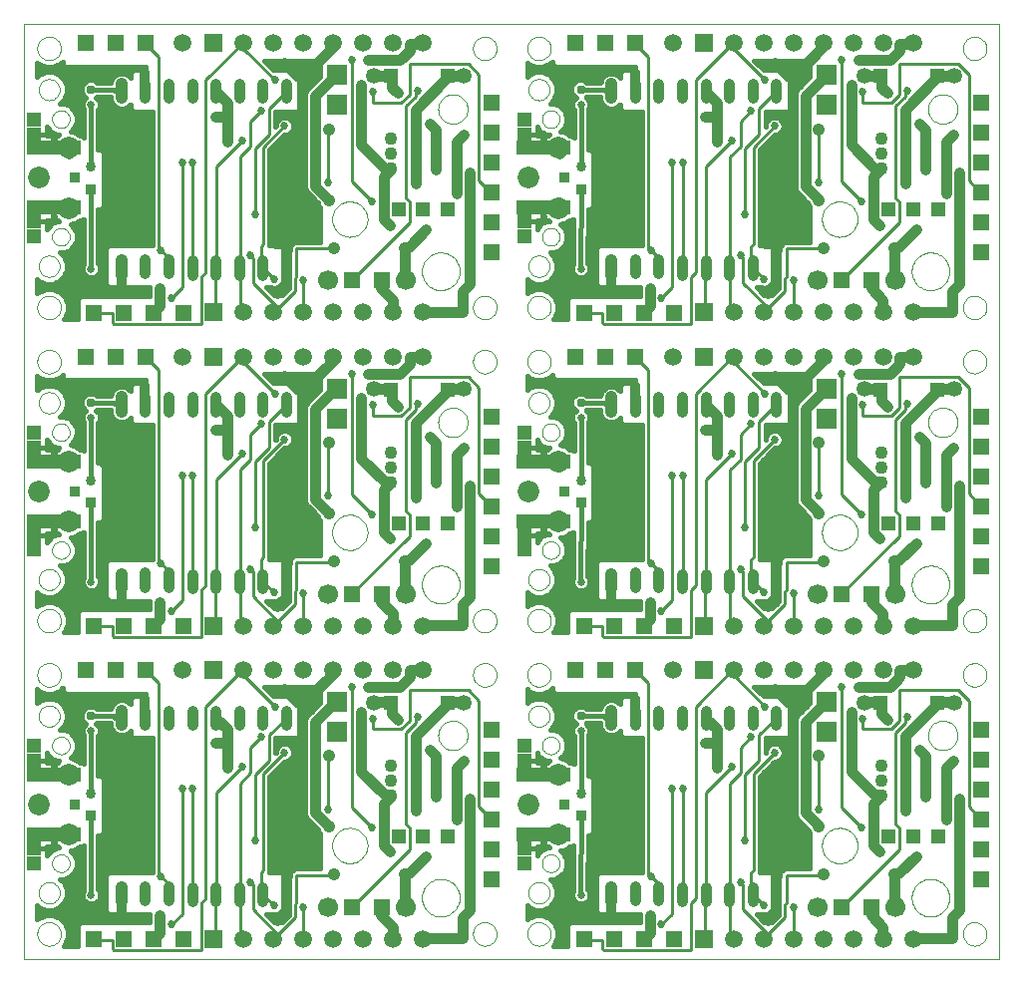
<source format=gbl>
G75*
%MOIN*%
%OFA0B0*%
%FSLAX24Y24*%
%IPPOS*%
%LPD*%
%AMOC8*
5,1,8,0,0,1.08239X$1,22.5*
%
%ADD10C,0.0000*%
%ADD11R,0.0709X0.0709*%
%ADD12R,0.0531X0.0531*%
%ADD13C,0.0591*%
%ADD14R,0.0591X0.0591*%
%ADD15C,0.0728*%
%ADD16R,0.1800X0.0450*%
%ADD17C,0.0416*%
%ADD18R,0.0500X0.0500*%
%ADD19C,0.0669*%
%ADD20R,0.0472X0.0472*%
%ADD21C,0.0531*%
%ADD22C,0.0433*%
%ADD23C,0.0394*%
%ADD24C,0.0380*%
%ADD25C,0.0350*%
%ADD26C,0.0270*%
%ADD27C,0.0320*%
%ADD28C,0.0258*%
%ADD29C,0.0376*%
%ADD30C,0.0157*%
%ADD31C,0.0100*%
%ADD32C,0.0160*%
%ADD33R,0.0337X0.0337*%
%ADD34C,0.0337*%
%ADD35OC8,0.0297*%
D10*
X004227Y000218D02*
X036825Y000218D01*
X036825Y031478D01*
X004227Y031478D01*
X004227Y000218D01*
X004659Y001045D02*
X004661Y001084D01*
X004667Y001123D01*
X004677Y001161D01*
X004690Y001198D01*
X004707Y001233D01*
X004727Y001267D01*
X004751Y001298D01*
X004778Y001327D01*
X004807Y001353D01*
X004839Y001376D01*
X004873Y001396D01*
X004909Y001412D01*
X004946Y001424D01*
X004985Y001433D01*
X005024Y001438D01*
X005063Y001439D01*
X005102Y001436D01*
X005141Y001429D01*
X005178Y001418D01*
X005215Y001404D01*
X005250Y001386D01*
X005283Y001365D01*
X005314Y001340D01*
X005342Y001313D01*
X005367Y001283D01*
X005389Y001250D01*
X005408Y001216D01*
X005423Y001180D01*
X005435Y001142D01*
X005443Y001104D01*
X005447Y001065D01*
X005447Y001025D01*
X005443Y000986D01*
X005435Y000948D01*
X005423Y000910D01*
X005408Y000874D01*
X005389Y000840D01*
X005367Y000807D01*
X005342Y000777D01*
X005314Y000750D01*
X005283Y000725D01*
X005250Y000704D01*
X005215Y000686D01*
X005178Y000672D01*
X005141Y000661D01*
X005102Y000654D01*
X005063Y000651D01*
X005024Y000652D01*
X004985Y000657D01*
X004946Y000666D01*
X004909Y000678D01*
X004873Y000694D01*
X004839Y000714D01*
X004807Y000737D01*
X004778Y000763D01*
X004751Y000792D01*
X004727Y000823D01*
X004707Y000857D01*
X004690Y000892D01*
X004677Y000929D01*
X004667Y000967D01*
X004661Y001006D01*
X004659Y001045D01*
X004699Y002423D02*
X004701Y002460D01*
X004707Y002497D01*
X004716Y002532D01*
X004730Y002567D01*
X004746Y002600D01*
X004767Y002631D01*
X004790Y002660D01*
X004816Y002686D01*
X004845Y002709D01*
X004876Y002730D01*
X004909Y002746D01*
X004944Y002760D01*
X004979Y002769D01*
X005016Y002775D01*
X005053Y002777D01*
X005090Y002775D01*
X005127Y002769D01*
X005162Y002760D01*
X005197Y002746D01*
X005230Y002730D01*
X005261Y002709D01*
X005290Y002686D01*
X005316Y002660D01*
X005339Y002631D01*
X005360Y002600D01*
X005376Y002567D01*
X005390Y002532D01*
X005399Y002497D01*
X005405Y002460D01*
X005407Y002423D01*
X005405Y002386D01*
X005399Y002349D01*
X005390Y002314D01*
X005376Y002279D01*
X005360Y002246D01*
X005339Y002215D01*
X005316Y002186D01*
X005290Y002160D01*
X005261Y002137D01*
X005230Y002116D01*
X005197Y002100D01*
X005162Y002086D01*
X005127Y002077D01*
X005090Y002071D01*
X005053Y002069D01*
X005016Y002071D01*
X004979Y002077D01*
X004944Y002086D01*
X004909Y002100D01*
X004876Y002116D01*
X004845Y002137D01*
X004816Y002160D01*
X004790Y002186D01*
X004767Y002215D01*
X004746Y002246D01*
X004730Y002279D01*
X004716Y002314D01*
X004707Y002349D01*
X004701Y002386D01*
X004699Y002423D01*
X005152Y003407D02*
X005154Y003441D01*
X005160Y003475D01*
X005170Y003508D01*
X005183Y003539D01*
X005201Y003569D01*
X005221Y003597D01*
X005245Y003622D01*
X005271Y003644D01*
X005299Y003662D01*
X005330Y003678D01*
X005362Y003690D01*
X005396Y003698D01*
X005430Y003702D01*
X005464Y003702D01*
X005498Y003698D01*
X005532Y003690D01*
X005564Y003678D01*
X005594Y003662D01*
X005623Y003644D01*
X005649Y003622D01*
X005673Y003597D01*
X005693Y003569D01*
X005711Y003539D01*
X005724Y003508D01*
X005734Y003475D01*
X005740Y003441D01*
X005742Y003407D01*
X005740Y003373D01*
X005734Y003339D01*
X005724Y003306D01*
X005711Y003275D01*
X005693Y003245D01*
X005673Y003217D01*
X005649Y003192D01*
X005623Y003170D01*
X005595Y003152D01*
X005564Y003136D01*
X005532Y003124D01*
X005498Y003116D01*
X005464Y003112D01*
X005430Y003112D01*
X005396Y003116D01*
X005362Y003124D01*
X005330Y003136D01*
X005299Y003152D01*
X005271Y003170D01*
X005245Y003192D01*
X005221Y003217D01*
X005201Y003245D01*
X005183Y003275D01*
X005170Y003306D01*
X005160Y003339D01*
X005154Y003373D01*
X005152Y003407D01*
X005152Y007344D02*
X005154Y007378D01*
X005160Y007412D01*
X005170Y007445D01*
X005183Y007476D01*
X005201Y007506D01*
X005221Y007534D01*
X005245Y007559D01*
X005271Y007581D01*
X005299Y007599D01*
X005330Y007615D01*
X005362Y007627D01*
X005396Y007635D01*
X005430Y007639D01*
X005464Y007639D01*
X005498Y007635D01*
X005532Y007627D01*
X005564Y007615D01*
X005594Y007599D01*
X005623Y007581D01*
X005649Y007559D01*
X005673Y007534D01*
X005693Y007506D01*
X005711Y007476D01*
X005724Y007445D01*
X005734Y007412D01*
X005740Y007378D01*
X005742Y007344D01*
X005740Y007310D01*
X005734Y007276D01*
X005724Y007243D01*
X005711Y007212D01*
X005693Y007182D01*
X005673Y007154D01*
X005649Y007129D01*
X005623Y007107D01*
X005595Y007089D01*
X005564Y007073D01*
X005532Y007061D01*
X005498Y007053D01*
X005464Y007049D01*
X005430Y007049D01*
X005396Y007053D01*
X005362Y007061D01*
X005330Y007073D01*
X005299Y007089D01*
X005271Y007107D01*
X005245Y007129D01*
X005221Y007154D01*
X005201Y007182D01*
X005183Y007212D01*
X005170Y007243D01*
X005160Y007276D01*
X005154Y007310D01*
X005152Y007344D01*
X004699Y008328D02*
X004701Y008365D01*
X004707Y008402D01*
X004716Y008437D01*
X004730Y008472D01*
X004746Y008505D01*
X004767Y008536D01*
X004790Y008565D01*
X004816Y008591D01*
X004845Y008614D01*
X004876Y008635D01*
X004909Y008651D01*
X004944Y008665D01*
X004979Y008674D01*
X005016Y008680D01*
X005053Y008682D01*
X005090Y008680D01*
X005127Y008674D01*
X005162Y008665D01*
X005197Y008651D01*
X005230Y008635D01*
X005261Y008614D01*
X005290Y008591D01*
X005316Y008565D01*
X005339Y008536D01*
X005360Y008505D01*
X005376Y008472D01*
X005390Y008437D01*
X005399Y008402D01*
X005405Y008365D01*
X005407Y008328D01*
X005405Y008291D01*
X005399Y008254D01*
X005390Y008219D01*
X005376Y008184D01*
X005360Y008151D01*
X005339Y008120D01*
X005316Y008091D01*
X005290Y008065D01*
X005261Y008042D01*
X005230Y008021D01*
X005197Y008005D01*
X005162Y007991D01*
X005127Y007982D01*
X005090Y007976D01*
X005053Y007974D01*
X005016Y007976D01*
X004979Y007982D01*
X004944Y007991D01*
X004909Y008005D01*
X004876Y008021D01*
X004845Y008042D01*
X004816Y008065D01*
X004790Y008091D01*
X004767Y008120D01*
X004746Y008151D01*
X004730Y008184D01*
X004716Y008219D01*
X004707Y008254D01*
X004701Y008291D01*
X004699Y008328D01*
X004659Y009706D02*
X004661Y009745D01*
X004667Y009784D01*
X004677Y009822D01*
X004690Y009859D01*
X004707Y009894D01*
X004727Y009928D01*
X004751Y009959D01*
X004778Y009988D01*
X004807Y010014D01*
X004839Y010037D01*
X004873Y010057D01*
X004909Y010073D01*
X004946Y010085D01*
X004985Y010094D01*
X005024Y010099D01*
X005063Y010100D01*
X005102Y010097D01*
X005141Y010090D01*
X005178Y010079D01*
X005215Y010065D01*
X005250Y010047D01*
X005283Y010026D01*
X005314Y010001D01*
X005342Y009974D01*
X005367Y009944D01*
X005389Y009911D01*
X005408Y009877D01*
X005423Y009841D01*
X005435Y009803D01*
X005443Y009765D01*
X005447Y009726D01*
X005447Y009686D01*
X005443Y009647D01*
X005435Y009609D01*
X005423Y009571D01*
X005408Y009535D01*
X005389Y009501D01*
X005367Y009468D01*
X005342Y009438D01*
X005314Y009411D01*
X005283Y009386D01*
X005250Y009365D01*
X005215Y009347D01*
X005178Y009333D01*
X005141Y009322D01*
X005102Y009315D01*
X005063Y009312D01*
X005024Y009313D01*
X004985Y009318D01*
X004946Y009327D01*
X004909Y009339D01*
X004873Y009355D01*
X004839Y009375D01*
X004807Y009398D01*
X004778Y009424D01*
X004751Y009453D01*
X004727Y009484D01*
X004707Y009518D01*
X004690Y009553D01*
X004677Y009590D01*
X004667Y009628D01*
X004661Y009667D01*
X004659Y009706D01*
X004659Y011517D02*
X004661Y011556D01*
X004667Y011595D01*
X004677Y011633D01*
X004690Y011670D01*
X004707Y011705D01*
X004727Y011739D01*
X004751Y011770D01*
X004778Y011799D01*
X004807Y011825D01*
X004839Y011848D01*
X004873Y011868D01*
X004909Y011884D01*
X004946Y011896D01*
X004985Y011905D01*
X005024Y011910D01*
X005063Y011911D01*
X005102Y011908D01*
X005141Y011901D01*
X005178Y011890D01*
X005215Y011876D01*
X005250Y011858D01*
X005283Y011837D01*
X005314Y011812D01*
X005342Y011785D01*
X005367Y011755D01*
X005389Y011722D01*
X005408Y011688D01*
X005423Y011652D01*
X005435Y011614D01*
X005443Y011576D01*
X005447Y011537D01*
X005447Y011497D01*
X005443Y011458D01*
X005435Y011420D01*
X005423Y011382D01*
X005408Y011346D01*
X005389Y011312D01*
X005367Y011279D01*
X005342Y011249D01*
X005314Y011222D01*
X005283Y011197D01*
X005250Y011176D01*
X005215Y011158D01*
X005178Y011144D01*
X005141Y011133D01*
X005102Y011126D01*
X005063Y011123D01*
X005024Y011124D01*
X004985Y011129D01*
X004946Y011138D01*
X004909Y011150D01*
X004873Y011166D01*
X004839Y011186D01*
X004807Y011209D01*
X004778Y011235D01*
X004751Y011264D01*
X004727Y011295D01*
X004707Y011329D01*
X004690Y011364D01*
X004677Y011401D01*
X004667Y011439D01*
X004661Y011478D01*
X004659Y011517D01*
X004699Y012895D02*
X004701Y012932D01*
X004707Y012969D01*
X004716Y013004D01*
X004730Y013039D01*
X004746Y013072D01*
X004767Y013103D01*
X004790Y013132D01*
X004816Y013158D01*
X004845Y013181D01*
X004876Y013202D01*
X004909Y013218D01*
X004944Y013232D01*
X004979Y013241D01*
X005016Y013247D01*
X005053Y013249D01*
X005090Y013247D01*
X005127Y013241D01*
X005162Y013232D01*
X005197Y013218D01*
X005230Y013202D01*
X005261Y013181D01*
X005290Y013158D01*
X005316Y013132D01*
X005339Y013103D01*
X005360Y013072D01*
X005376Y013039D01*
X005390Y013004D01*
X005399Y012969D01*
X005405Y012932D01*
X005407Y012895D01*
X005405Y012858D01*
X005399Y012821D01*
X005390Y012786D01*
X005376Y012751D01*
X005360Y012718D01*
X005339Y012687D01*
X005316Y012658D01*
X005290Y012632D01*
X005261Y012609D01*
X005230Y012588D01*
X005197Y012572D01*
X005162Y012558D01*
X005127Y012549D01*
X005090Y012543D01*
X005053Y012541D01*
X005016Y012543D01*
X004979Y012549D01*
X004944Y012558D01*
X004909Y012572D01*
X004876Y012588D01*
X004845Y012609D01*
X004816Y012632D01*
X004790Y012658D01*
X004767Y012687D01*
X004746Y012718D01*
X004730Y012751D01*
X004716Y012786D01*
X004707Y012821D01*
X004701Y012858D01*
X004699Y012895D01*
X005152Y013880D02*
X005154Y013914D01*
X005160Y013948D01*
X005170Y013981D01*
X005183Y014012D01*
X005201Y014042D01*
X005221Y014070D01*
X005245Y014095D01*
X005271Y014117D01*
X005299Y014135D01*
X005330Y014151D01*
X005362Y014163D01*
X005396Y014171D01*
X005430Y014175D01*
X005464Y014175D01*
X005498Y014171D01*
X005532Y014163D01*
X005564Y014151D01*
X005594Y014135D01*
X005623Y014117D01*
X005649Y014095D01*
X005673Y014070D01*
X005693Y014042D01*
X005711Y014012D01*
X005724Y013981D01*
X005734Y013948D01*
X005740Y013914D01*
X005742Y013880D01*
X005740Y013846D01*
X005734Y013812D01*
X005724Y013779D01*
X005711Y013748D01*
X005693Y013718D01*
X005673Y013690D01*
X005649Y013665D01*
X005623Y013643D01*
X005595Y013625D01*
X005564Y013609D01*
X005532Y013597D01*
X005498Y013589D01*
X005464Y013585D01*
X005430Y013585D01*
X005396Y013589D01*
X005362Y013597D01*
X005330Y013609D01*
X005299Y013625D01*
X005271Y013643D01*
X005245Y013665D01*
X005221Y013690D01*
X005201Y013718D01*
X005183Y013748D01*
X005170Y013779D01*
X005160Y013812D01*
X005154Y013846D01*
X005152Y013880D01*
X005152Y017817D02*
X005154Y017851D01*
X005160Y017885D01*
X005170Y017918D01*
X005183Y017949D01*
X005201Y017979D01*
X005221Y018007D01*
X005245Y018032D01*
X005271Y018054D01*
X005299Y018072D01*
X005330Y018088D01*
X005362Y018100D01*
X005396Y018108D01*
X005430Y018112D01*
X005464Y018112D01*
X005498Y018108D01*
X005532Y018100D01*
X005564Y018088D01*
X005594Y018072D01*
X005623Y018054D01*
X005649Y018032D01*
X005673Y018007D01*
X005693Y017979D01*
X005711Y017949D01*
X005724Y017918D01*
X005734Y017885D01*
X005740Y017851D01*
X005742Y017817D01*
X005740Y017783D01*
X005734Y017749D01*
X005724Y017716D01*
X005711Y017685D01*
X005693Y017655D01*
X005673Y017627D01*
X005649Y017602D01*
X005623Y017580D01*
X005595Y017562D01*
X005564Y017546D01*
X005532Y017534D01*
X005498Y017526D01*
X005464Y017522D01*
X005430Y017522D01*
X005396Y017526D01*
X005362Y017534D01*
X005330Y017546D01*
X005299Y017562D01*
X005271Y017580D01*
X005245Y017602D01*
X005221Y017627D01*
X005201Y017655D01*
X005183Y017685D01*
X005170Y017716D01*
X005160Y017749D01*
X005154Y017783D01*
X005152Y017817D01*
X004699Y018801D02*
X004701Y018838D01*
X004707Y018875D01*
X004716Y018910D01*
X004730Y018945D01*
X004746Y018978D01*
X004767Y019009D01*
X004790Y019038D01*
X004816Y019064D01*
X004845Y019087D01*
X004876Y019108D01*
X004909Y019124D01*
X004944Y019138D01*
X004979Y019147D01*
X005016Y019153D01*
X005053Y019155D01*
X005090Y019153D01*
X005127Y019147D01*
X005162Y019138D01*
X005197Y019124D01*
X005230Y019108D01*
X005261Y019087D01*
X005290Y019064D01*
X005316Y019038D01*
X005339Y019009D01*
X005360Y018978D01*
X005376Y018945D01*
X005390Y018910D01*
X005399Y018875D01*
X005405Y018838D01*
X005407Y018801D01*
X005405Y018764D01*
X005399Y018727D01*
X005390Y018692D01*
X005376Y018657D01*
X005360Y018624D01*
X005339Y018593D01*
X005316Y018564D01*
X005290Y018538D01*
X005261Y018515D01*
X005230Y018494D01*
X005197Y018478D01*
X005162Y018464D01*
X005127Y018455D01*
X005090Y018449D01*
X005053Y018447D01*
X005016Y018449D01*
X004979Y018455D01*
X004944Y018464D01*
X004909Y018478D01*
X004876Y018494D01*
X004845Y018515D01*
X004816Y018538D01*
X004790Y018564D01*
X004767Y018593D01*
X004746Y018624D01*
X004730Y018657D01*
X004716Y018692D01*
X004707Y018727D01*
X004701Y018764D01*
X004699Y018801D01*
X004659Y020179D02*
X004661Y020218D01*
X004667Y020257D01*
X004677Y020295D01*
X004690Y020332D01*
X004707Y020367D01*
X004727Y020401D01*
X004751Y020432D01*
X004778Y020461D01*
X004807Y020487D01*
X004839Y020510D01*
X004873Y020530D01*
X004909Y020546D01*
X004946Y020558D01*
X004985Y020567D01*
X005024Y020572D01*
X005063Y020573D01*
X005102Y020570D01*
X005141Y020563D01*
X005178Y020552D01*
X005215Y020538D01*
X005250Y020520D01*
X005283Y020499D01*
X005314Y020474D01*
X005342Y020447D01*
X005367Y020417D01*
X005389Y020384D01*
X005408Y020350D01*
X005423Y020314D01*
X005435Y020276D01*
X005443Y020238D01*
X005447Y020199D01*
X005447Y020159D01*
X005443Y020120D01*
X005435Y020082D01*
X005423Y020044D01*
X005408Y020008D01*
X005389Y019974D01*
X005367Y019941D01*
X005342Y019911D01*
X005314Y019884D01*
X005283Y019859D01*
X005250Y019838D01*
X005215Y019820D01*
X005178Y019806D01*
X005141Y019795D01*
X005102Y019788D01*
X005063Y019785D01*
X005024Y019786D01*
X004985Y019791D01*
X004946Y019800D01*
X004909Y019812D01*
X004873Y019828D01*
X004839Y019848D01*
X004807Y019871D01*
X004778Y019897D01*
X004751Y019926D01*
X004727Y019957D01*
X004707Y019991D01*
X004690Y020026D01*
X004677Y020063D01*
X004667Y020101D01*
X004661Y020140D01*
X004659Y020179D01*
X004659Y021990D02*
X004661Y022029D01*
X004667Y022068D01*
X004677Y022106D01*
X004690Y022143D01*
X004707Y022178D01*
X004727Y022212D01*
X004751Y022243D01*
X004778Y022272D01*
X004807Y022298D01*
X004839Y022321D01*
X004873Y022341D01*
X004909Y022357D01*
X004946Y022369D01*
X004985Y022378D01*
X005024Y022383D01*
X005063Y022384D01*
X005102Y022381D01*
X005141Y022374D01*
X005178Y022363D01*
X005215Y022349D01*
X005250Y022331D01*
X005283Y022310D01*
X005314Y022285D01*
X005342Y022258D01*
X005367Y022228D01*
X005389Y022195D01*
X005408Y022161D01*
X005423Y022125D01*
X005435Y022087D01*
X005443Y022049D01*
X005447Y022010D01*
X005447Y021970D01*
X005443Y021931D01*
X005435Y021893D01*
X005423Y021855D01*
X005408Y021819D01*
X005389Y021785D01*
X005367Y021752D01*
X005342Y021722D01*
X005314Y021695D01*
X005283Y021670D01*
X005250Y021649D01*
X005215Y021631D01*
X005178Y021617D01*
X005141Y021606D01*
X005102Y021599D01*
X005063Y021596D01*
X005024Y021597D01*
X004985Y021602D01*
X004946Y021611D01*
X004909Y021623D01*
X004873Y021639D01*
X004839Y021659D01*
X004807Y021682D01*
X004778Y021708D01*
X004751Y021737D01*
X004727Y021768D01*
X004707Y021802D01*
X004690Y021837D01*
X004677Y021874D01*
X004667Y021912D01*
X004661Y021951D01*
X004659Y021990D01*
X004699Y023368D02*
X004701Y023405D01*
X004707Y023442D01*
X004716Y023477D01*
X004730Y023512D01*
X004746Y023545D01*
X004767Y023576D01*
X004790Y023605D01*
X004816Y023631D01*
X004845Y023654D01*
X004876Y023675D01*
X004909Y023691D01*
X004944Y023705D01*
X004979Y023714D01*
X005016Y023720D01*
X005053Y023722D01*
X005090Y023720D01*
X005127Y023714D01*
X005162Y023705D01*
X005197Y023691D01*
X005230Y023675D01*
X005261Y023654D01*
X005290Y023631D01*
X005316Y023605D01*
X005339Y023576D01*
X005360Y023545D01*
X005376Y023512D01*
X005390Y023477D01*
X005399Y023442D01*
X005405Y023405D01*
X005407Y023368D01*
X005405Y023331D01*
X005399Y023294D01*
X005390Y023259D01*
X005376Y023224D01*
X005360Y023191D01*
X005339Y023160D01*
X005316Y023131D01*
X005290Y023105D01*
X005261Y023082D01*
X005230Y023061D01*
X005197Y023045D01*
X005162Y023031D01*
X005127Y023022D01*
X005090Y023016D01*
X005053Y023014D01*
X005016Y023016D01*
X004979Y023022D01*
X004944Y023031D01*
X004909Y023045D01*
X004876Y023061D01*
X004845Y023082D01*
X004816Y023105D01*
X004790Y023131D01*
X004767Y023160D01*
X004746Y023191D01*
X004730Y023224D01*
X004716Y023259D01*
X004707Y023294D01*
X004701Y023331D01*
X004699Y023368D01*
X005152Y024352D02*
X005154Y024386D01*
X005160Y024420D01*
X005170Y024453D01*
X005183Y024484D01*
X005201Y024514D01*
X005221Y024542D01*
X005245Y024567D01*
X005271Y024589D01*
X005299Y024607D01*
X005330Y024623D01*
X005362Y024635D01*
X005396Y024643D01*
X005430Y024647D01*
X005464Y024647D01*
X005498Y024643D01*
X005532Y024635D01*
X005564Y024623D01*
X005594Y024607D01*
X005623Y024589D01*
X005649Y024567D01*
X005673Y024542D01*
X005693Y024514D01*
X005711Y024484D01*
X005724Y024453D01*
X005734Y024420D01*
X005740Y024386D01*
X005742Y024352D01*
X005740Y024318D01*
X005734Y024284D01*
X005724Y024251D01*
X005711Y024220D01*
X005693Y024190D01*
X005673Y024162D01*
X005649Y024137D01*
X005623Y024115D01*
X005595Y024097D01*
X005564Y024081D01*
X005532Y024069D01*
X005498Y024061D01*
X005464Y024057D01*
X005430Y024057D01*
X005396Y024061D01*
X005362Y024069D01*
X005330Y024081D01*
X005299Y024097D01*
X005271Y024115D01*
X005245Y024137D01*
X005221Y024162D01*
X005201Y024190D01*
X005183Y024220D01*
X005170Y024251D01*
X005160Y024284D01*
X005154Y024318D01*
X005152Y024352D01*
X005152Y028289D02*
X005154Y028323D01*
X005160Y028357D01*
X005170Y028390D01*
X005183Y028421D01*
X005201Y028451D01*
X005221Y028479D01*
X005245Y028504D01*
X005271Y028526D01*
X005299Y028544D01*
X005330Y028560D01*
X005362Y028572D01*
X005396Y028580D01*
X005430Y028584D01*
X005464Y028584D01*
X005498Y028580D01*
X005532Y028572D01*
X005564Y028560D01*
X005594Y028544D01*
X005623Y028526D01*
X005649Y028504D01*
X005673Y028479D01*
X005693Y028451D01*
X005711Y028421D01*
X005724Y028390D01*
X005734Y028357D01*
X005740Y028323D01*
X005742Y028289D01*
X005740Y028255D01*
X005734Y028221D01*
X005724Y028188D01*
X005711Y028157D01*
X005693Y028127D01*
X005673Y028099D01*
X005649Y028074D01*
X005623Y028052D01*
X005595Y028034D01*
X005564Y028018D01*
X005532Y028006D01*
X005498Y027998D01*
X005464Y027994D01*
X005430Y027994D01*
X005396Y027998D01*
X005362Y028006D01*
X005330Y028018D01*
X005299Y028034D01*
X005271Y028052D01*
X005245Y028074D01*
X005221Y028099D01*
X005201Y028127D01*
X005183Y028157D01*
X005170Y028188D01*
X005160Y028221D01*
X005154Y028255D01*
X005152Y028289D01*
X004699Y029273D02*
X004701Y029310D01*
X004707Y029347D01*
X004716Y029382D01*
X004730Y029417D01*
X004746Y029450D01*
X004767Y029481D01*
X004790Y029510D01*
X004816Y029536D01*
X004845Y029559D01*
X004876Y029580D01*
X004909Y029596D01*
X004944Y029610D01*
X004979Y029619D01*
X005016Y029625D01*
X005053Y029627D01*
X005090Y029625D01*
X005127Y029619D01*
X005162Y029610D01*
X005197Y029596D01*
X005230Y029580D01*
X005261Y029559D01*
X005290Y029536D01*
X005316Y029510D01*
X005339Y029481D01*
X005360Y029450D01*
X005376Y029417D01*
X005390Y029382D01*
X005399Y029347D01*
X005405Y029310D01*
X005407Y029273D01*
X005405Y029236D01*
X005399Y029199D01*
X005390Y029164D01*
X005376Y029129D01*
X005360Y029096D01*
X005339Y029065D01*
X005316Y029036D01*
X005290Y029010D01*
X005261Y028987D01*
X005230Y028966D01*
X005197Y028950D01*
X005162Y028936D01*
X005127Y028927D01*
X005090Y028921D01*
X005053Y028919D01*
X005016Y028921D01*
X004979Y028927D01*
X004944Y028936D01*
X004909Y028950D01*
X004876Y028966D01*
X004845Y028987D01*
X004816Y029010D01*
X004790Y029036D01*
X004767Y029065D01*
X004746Y029096D01*
X004730Y029129D01*
X004716Y029164D01*
X004707Y029199D01*
X004701Y029236D01*
X004699Y029273D01*
X004659Y030651D02*
X004661Y030690D01*
X004667Y030729D01*
X004677Y030767D01*
X004690Y030804D01*
X004707Y030839D01*
X004727Y030873D01*
X004751Y030904D01*
X004778Y030933D01*
X004807Y030959D01*
X004839Y030982D01*
X004873Y031002D01*
X004909Y031018D01*
X004946Y031030D01*
X004985Y031039D01*
X005024Y031044D01*
X005063Y031045D01*
X005102Y031042D01*
X005141Y031035D01*
X005178Y031024D01*
X005215Y031010D01*
X005250Y030992D01*
X005283Y030971D01*
X005314Y030946D01*
X005342Y030919D01*
X005367Y030889D01*
X005389Y030856D01*
X005408Y030822D01*
X005423Y030786D01*
X005435Y030748D01*
X005443Y030710D01*
X005447Y030671D01*
X005447Y030631D01*
X005443Y030592D01*
X005435Y030554D01*
X005423Y030516D01*
X005408Y030480D01*
X005389Y030446D01*
X005367Y030413D01*
X005342Y030383D01*
X005314Y030356D01*
X005283Y030331D01*
X005250Y030310D01*
X005215Y030292D01*
X005178Y030278D01*
X005141Y030267D01*
X005102Y030260D01*
X005063Y030257D01*
X005024Y030258D01*
X004985Y030263D01*
X004946Y030272D01*
X004909Y030284D01*
X004873Y030300D01*
X004839Y030320D01*
X004807Y030343D01*
X004778Y030369D01*
X004751Y030398D01*
X004727Y030429D01*
X004707Y030463D01*
X004690Y030498D01*
X004677Y030535D01*
X004667Y030573D01*
X004661Y030612D01*
X004659Y030651D01*
X014514Y024943D02*
X014516Y024991D01*
X014522Y025039D01*
X014532Y025086D01*
X014545Y025132D01*
X014563Y025177D01*
X014583Y025221D01*
X014608Y025263D01*
X014636Y025302D01*
X014666Y025339D01*
X014700Y025373D01*
X014737Y025405D01*
X014775Y025434D01*
X014816Y025459D01*
X014859Y025481D01*
X014904Y025499D01*
X014950Y025513D01*
X014997Y025524D01*
X015045Y025531D01*
X015093Y025534D01*
X015141Y025533D01*
X015189Y025528D01*
X015237Y025519D01*
X015283Y025507D01*
X015328Y025490D01*
X015372Y025470D01*
X015414Y025447D01*
X015454Y025420D01*
X015492Y025390D01*
X015527Y025357D01*
X015559Y025321D01*
X015589Y025283D01*
X015615Y025242D01*
X015637Y025199D01*
X015657Y025155D01*
X015672Y025110D01*
X015684Y025063D01*
X015692Y025015D01*
X015696Y024967D01*
X015696Y024919D01*
X015692Y024871D01*
X015684Y024823D01*
X015672Y024776D01*
X015657Y024731D01*
X015637Y024687D01*
X015615Y024644D01*
X015589Y024603D01*
X015559Y024565D01*
X015527Y024529D01*
X015492Y024496D01*
X015454Y024466D01*
X015414Y024439D01*
X015372Y024416D01*
X015328Y024396D01*
X015283Y024379D01*
X015237Y024367D01*
X015189Y024358D01*
X015141Y024353D01*
X015093Y024352D01*
X015045Y024355D01*
X014997Y024362D01*
X014950Y024373D01*
X014904Y024387D01*
X014859Y024405D01*
X014816Y024427D01*
X014775Y024452D01*
X014737Y024481D01*
X014700Y024513D01*
X014666Y024547D01*
X014636Y024584D01*
X014608Y024623D01*
X014583Y024665D01*
X014563Y024709D01*
X014545Y024754D01*
X014532Y024800D01*
X014522Y024847D01*
X014516Y024895D01*
X014514Y024943D01*
X017514Y023198D02*
X017516Y023248D01*
X017522Y023298D01*
X017532Y023347D01*
X017546Y023395D01*
X017563Y023442D01*
X017584Y023487D01*
X017609Y023531D01*
X017637Y023572D01*
X017669Y023611D01*
X017703Y023648D01*
X017740Y023682D01*
X017780Y023712D01*
X017822Y023739D01*
X017866Y023763D01*
X017912Y023784D01*
X017959Y023800D01*
X018007Y023813D01*
X018057Y023822D01*
X018106Y023827D01*
X018157Y023828D01*
X018207Y023825D01*
X018256Y023818D01*
X018305Y023807D01*
X018353Y023792D01*
X018399Y023774D01*
X018444Y023752D01*
X018487Y023726D01*
X018528Y023697D01*
X018567Y023665D01*
X018603Y023630D01*
X018635Y023592D01*
X018665Y023552D01*
X018692Y023509D01*
X018715Y023465D01*
X018734Y023419D01*
X018750Y023371D01*
X018762Y023322D01*
X018770Y023273D01*
X018774Y023223D01*
X018774Y023173D01*
X018770Y023123D01*
X018762Y023074D01*
X018750Y023025D01*
X018734Y022977D01*
X018715Y022931D01*
X018692Y022887D01*
X018665Y022844D01*
X018635Y022804D01*
X018603Y022766D01*
X018567Y022731D01*
X018528Y022699D01*
X018487Y022670D01*
X018444Y022644D01*
X018399Y022622D01*
X018353Y022604D01*
X018305Y022589D01*
X018256Y022578D01*
X018207Y022571D01*
X018157Y022568D01*
X018106Y022569D01*
X018057Y022574D01*
X018007Y022583D01*
X017959Y022596D01*
X017912Y022612D01*
X017866Y022633D01*
X017822Y022657D01*
X017780Y022684D01*
X017740Y022714D01*
X017703Y022748D01*
X017669Y022785D01*
X017637Y022824D01*
X017609Y022865D01*
X017584Y022909D01*
X017563Y022954D01*
X017546Y023001D01*
X017532Y023049D01*
X017522Y023098D01*
X017516Y023148D01*
X017514Y023198D01*
X019226Y021990D02*
X019228Y022029D01*
X019234Y022068D01*
X019244Y022106D01*
X019257Y022143D01*
X019274Y022178D01*
X019294Y022212D01*
X019318Y022243D01*
X019345Y022272D01*
X019374Y022298D01*
X019406Y022321D01*
X019440Y022341D01*
X019476Y022357D01*
X019513Y022369D01*
X019552Y022378D01*
X019591Y022383D01*
X019630Y022384D01*
X019669Y022381D01*
X019708Y022374D01*
X019745Y022363D01*
X019782Y022349D01*
X019817Y022331D01*
X019850Y022310D01*
X019881Y022285D01*
X019909Y022258D01*
X019934Y022228D01*
X019956Y022195D01*
X019975Y022161D01*
X019990Y022125D01*
X020002Y022087D01*
X020010Y022049D01*
X020014Y022010D01*
X020014Y021970D01*
X020010Y021931D01*
X020002Y021893D01*
X019990Y021855D01*
X019975Y021819D01*
X019956Y021785D01*
X019934Y021752D01*
X019909Y021722D01*
X019881Y021695D01*
X019850Y021670D01*
X019817Y021649D01*
X019782Y021631D01*
X019745Y021617D01*
X019708Y021606D01*
X019669Y021599D01*
X019630Y021596D01*
X019591Y021597D01*
X019552Y021602D01*
X019513Y021611D01*
X019476Y021623D01*
X019440Y021639D01*
X019406Y021659D01*
X019374Y021682D01*
X019345Y021708D01*
X019318Y021737D01*
X019294Y021768D01*
X019274Y021802D01*
X019257Y021837D01*
X019244Y021874D01*
X019234Y021912D01*
X019228Y021951D01*
X019226Y021990D01*
X019226Y020179D02*
X019228Y020218D01*
X019234Y020257D01*
X019244Y020295D01*
X019257Y020332D01*
X019274Y020367D01*
X019294Y020401D01*
X019318Y020432D01*
X019345Y020461D01*
X019374Y020487D01*
X019406Y020510D01*
X019440Y020530D01*
X019476Y020546D01*
X019513Y020558D01*
X019552Y020567D01*
X019591Y020572D01*
X019630Y020573D01*
X019669Y020570D01*
X019708Y020563D01*
X019745Y020552D01*
X019782Y020538D01*
X019817Y020520D01*
X019850Y020499D01*
X019881Y020474D01*
X019909Y020447D01*
X019934Y020417D01*
X019956Y020384D01*
X019975Y020350D01*
X019990Y020314D01*
X020002Y020276D01*
X020010Y020238D01*
X020014Y020199D01*
X020014Y020159D01*
X020010Y020120D01*
X020002Y020082D01*
X019990Y020044D01*
X019975Y020008D01*
X019956Y019974D01*
X019934Y019941D01*
X019909Y019911D01*
X019881Y019884D01*
X019850Y019859D01*
X019817Y019838D01*
X019782Y019820D01*
X019745Y019806D01*
X019708Y019795D01*
X019669Y019788D01*
X019630Y019785D01*
X019591Y019786D01*
X019552Y019791D01*
X019513Y019800D01*
X019476Y019812D01*
X019440Y019828D01*
X019406Y019848D01*
X019374Y019871D01*
X019345Y019897D01*
X019318Y019926D01*
X019294Y019957D01*
X019274Y019991D01*
X019257Y020026D01*
X019244Y020063D01*
X019234Y020101D01*
X019228Y020140D01*
X019226Y020179D01*
X018061Y018151D02*
X018063Y018195D01*
X018069Y018239D01*
X018079Y018282D01*
X018092Y018324D01*
X018110Y018364D01*
X018131Y018403D01*
X018155Y018440D01*
X018182Y018475D01*
X018213Y018507D01*
X018246Y018536D01*
X018282Y018562D01*
X018320Y018584D01*
X018360Y018603D01*
X018401Y018619D01*
X018444Y018631D01*
X018487Y018639D01*
X018531Y018643D01*
X018575Y018643D01*
X018619Y018639D01*
X018662Y018631D01*
X018705Y018619D01*
X018746Y018603D01*
X018786Y018584D01*
X018824Y018562D01*
X018860Y018536D01*
X018893Y018507D01*
X018924Y018475D01*
X018951Y018440D01*
X018975Y018403D01*
X018996Y018364D01*
X019014Y018324D01*
X019027Y018282D01*
X019037Y018239D01*
X019043Y018195D01*
X019045Y018151D01*
X019043Y018107D01*
X019037Y018063D01*
X019027Y018020D01*
X019014Y017978D01*
X018996Y017938D01*
X018975Y017899D01*
X018951Y017862D01*
X018924Y017827D01*
X018893Y017795D01*
X018860Y017766D01*
X018824Y017740D01*
X018786Y017718D01*
X018746Y017699D01*
X018705Y017683D01*
X018662Y017671D01*
X018619Y017663D01*
X018575Y017659D01*
X018531Y017659D01*
X018487Y017663D01*
X018444Y017671D01*
X018401Y017683D01*
X018360Y017699D01*
X018320Y017718D01*
X018282Y017740D01*
X018246Y017766D01*
X018213Y017795D01*
X018182Y017827D01*
X018155Y017862D01*
X018131Y017899D01*
X018110Y017938D01*
X018092Y017978D01*
X018079Y018020D01*
X018069Y018063D01*
X018063Y018107D01*
X018061Y018151D01*
X021077Y018801D02*
X021079Y018838D01*
X021085Y018875D01*
X021094Y018910D01*
X021108Y018945D01*
X021124Y018978D01*
X021145Y019009D01*
X021168Y019038D01*
X021194Y019064D01*
X021223Y019087D01*
X021254Y019108D01*
X021287Y019124D01*
X021322Y019138D01*
X021357Y019147D01*
X021394Y019153D01*
X021431Y019155D01*
X021468Y019153D01*
X021505Y019147D01*
X021540Y019138D01*
X021575Y019124D01*
X021608Y019108D01*
X021639Y019087D01*
X021668Y019064D01*
X021694Y019038D01*
X021717Y019009D01*
X021738Y018978D01*
X021754Y018945D01*
X021768Y018910D01*
X021777Y018875D01*
X021783Y018838D01*
X021785Y018801D01*
X021783Y018764D01*
X021777Y018727D01*
X021768Y018692D01*
X021754Y018657D01*
X021738Y018624D01*
X021717Y018593D01*
X021694Y018564D01*
X021668Y018538D01*
X021639Y018515D01*
X021608Y018494D01*
X021575Y018478D01*
X021540Y018464D01*
X021505Y018455D01*
X021468Y018449D01*
X021431Y018447D01*
X021394Y018449D01*
X021357Y018455D01*
X021322Y018464D01*
X021287Y018478D01*
X021254Y018494D01*
X021223Y018515D01*
X021194Y018538D01*
X021168Y018564D01*
X021145Y018593D01*
X021124Y018624D01*
X021108Y018657D01*
X021094Y018692D01*
X021085Y018727D01*
X021079Y018764D01*
X021077Y018801D01*
X021530Y017817D02*
X021532Y017851D01*
X021538Y017885D01*
X021548Y017918D01*
X021561Y017949D01*
X021579Y017979D01*
X021599Y018007D01*
X021623Y018032D01*
X021649Y018054D01*
X021677Y018072D01*
X021708Y018088D01*
X021740Y018100D01*
X021774Y018108D01*
X021808Y018112D01*
X021842Y018112D01*
X021876Y018108D01*
X021910Y018100D01*
X021942Y018088D01*
X021972Y018072D01*
X022001Y018054D01*
X022027Y018032D01*
X022051Y018007D01*
X022071Y017979D01*
X022089Y017949D01*
X022102Y017918D01*
X022112Y017885D01*
X022118Y017851D01*
X022120Y017817D01*
X022118Y017783D01*
X022112Y017749D01*
X022102Y017716D01*
X022089Y017685D01*
X022071Y017655D01*
X022051Y017627D01*
X022027Y017602D01*
X022001Y017580D01*
X021973Y017562D01*
X021942Y017546D01*
X021910Y017534D01*
X021876Y017526D01*
X021842Y017522D01*
X021808Y017522D01*
X021774Y017526D01*
X021740Y017534D01*
X021708Y017546D01*
X021677Y017562D01*
X021649Y017580D01*
X021623Y017602D01*
X021599Y017627D01*
X021579Y017655D01*
X021561Y017685D01*
X021548Y017716D01*
X021538Y017749D01*
X021532Y017783D01*
X021530Y017817D01*
X021037Y020179D02*
X021039Y020218D01*
X021045Y020257D01*
X021055Y020295D01*
X021068Y020332D01*
X021085Y020367D01*
X021105Y020401D01*
X021129Y020432D01*
X021156Y020461D01*
X021185Y020487D01*
X021217Y020510D01*
X021251Y020530D01*
X021287Y020546D01*
X021324Y020558D01*
X021363Y020567D01*
X021402Y020572D01*
X021441Y020573D01*
X021480Y020570D01*
X021519Y020563D01*
X021556Y020552D01*
X021593Y020538D01*
X021628Y020520D01*
X021661Y020499D01*
X021692Y020474D01*
X021720Y020447D01*
X021745Y020417D01*
X021767Y020384D01*
X021786Y020350D01*
X021801Y020314D01*
X021813Y020276D01*
X021821Y020238D01*
X021825Y020199D01*
X021825Y020159D01*
X021821Y020120D01*
X021813Y020082D01*
X021801Y020044D01*
X021786Y020008D01*
X021767Y019974D01*
X021745Y019941D01*
X021720Y019911D01*
X021692Y019884D01*
X021661Y019859D01*
X021628Y019838D01*
X021593Y019820D01*
X021556Y019806D01*
X021519Y019795D01*
X021480Y019788D01*
X021441Y019785D01*
X021402Y019786D01*
X021363Y019791D01*
X021324Y019800D01*
X021287Y019812D01*
X021251Y019828D01*
X021217Y019848D01*
X021185Y019871D01*
X021156Y019897D01*
X021129Y019926D01*
X021105Y019957D01*
X021085Y019991D01*
X021068Y020026D01*
X021055Y020063D01*
X021045Y020101D01*
X021039Y020140D01*
X021037Y020179D01*
X021037Y021990D02*
X021039Y022029D01*
X021045Y022068D01*
X021055Y022106D01*
X021068Y022143D01*
X021085Y022178D01*
X021105Y022212D01*
X021129Y022243D01*
X021156Y022272D01*
X021185Y022298D01*
X021217Y022321D01*
X021251Y022341D01*
X021287Y022357D01*
X021324Y022369D01*
X021363Y022378D01*
X021402Y022383D01*
X021441Y022384D01*
X021480Y022381D01*
X021519Y022374D01*
X021556Y022363D01*
X021593Y022349D01*
X021628Y022331D01*
X021661Y022310D01*
X021692Y022285D01*
X021720Y022258D01*
X021745Y022228D01*
X021767Y022195D01*
X021786Y022161D01*
X021801Y022125D01*
X021813Y022087D01*
X021821Y022049D01*
X021825Y022010D01*
X021825Y021970D01*
X021821Y021931D01*
X021813Y021893D01*
X021801Y021855D01*
X021786Y021819D01*
X021767Y021785D01*
X021745Y021752D01*
X021720Y021722D01*
X021692Y021695D01*
X021661Y021670D01*
X021628Y021649D01*
X021593Y021631D01*
X021556Y021617D01*
X021519Y021606D01*
X021480Y021599D01*
X021441Y021596D01*
X021402Y021597D01*
X021363Y021602D01*
X021324Y021611D01*
X021287Y021623D01*
X021251Y021639D01*
X021217Y021659D01*
X021185Y021682D01*
X021156Y021708D01*
X021129Y021737D01*
X021105Y021768D01*
X021085Y021802D01*
X021068Y021837D01*
X021055Y021874D01*
X021045Y021912D01*
X021039Y021951D01*
X021037Y021990D01*
X021077Y023368D02*
X021079Y023405D01*
X021085Y023442D01*
X021094Y023477D01*
X021108Y023512D01*
X021124Y023545D01*
X021145Y023576D01*
X021168Y023605D01*
X021194Y023631D01*
X021223Y023654D01*
X021254Y023675D01*
X021287Y023691D01*
X021322Y023705D01*
X021357Y023714D01*
X021394Y023720D01*
X021431Y023722D01*
X021468Y023720D01*
X021505Y023714D01*
X021540Y023705D01*
X021575Y023691D01*
X021608Y023675D01*
X021639Y023654D01*
X021668Y023631D01*
X021694Y023605D01*
X021717Y023576D01*
X021738Y023545D01*
X021754Y023512D01*
X021768Y023477D01*
X021777Y023442D01*
X021783Y023405D01*
X021785Y023368D01*
X021783Y023331D01*
X021777Y023294D01*
X021768Y023259D01*
X021754Y023224D01*
X021738Y023191D01*
X021717Y023160D01*
X021694Y023131D01*
X021668Y023105D01*
X021639Y023082D01*
X021608Y023061D01*
X021575Y023045D01*
X021540Y023031D01*
X021505Y023022D01*
X021468Y023016D01*
X021431Y023014D01*
X021394Y023016D01*
X021357Y023022D01*
X021322Y023031D01*
X021287Y023045D01*
X021254Y023061D01*
X021223Y023082D01*
X021194Y023105D01*
X021168Y023131D01*
X021145Y023160D01*
X021124Y023191D01*
X021108Y023224D01*
X021094Y023259D01*
X021085Y023294D01*
X021079Y023331D01*
X021077Y023368D01*
X021530Y024352D02*
X021532Y024386D01*
X021538Y024420D01*
X021548Y024453D01*
X021561Y024484D01*
X021579Y024514D01*
X021599Y024542D01*
X021623Y024567D01*
X021649Y024589D01*
X021677Y024607D01*
X021708Y024623D01*
X021740Y024635D01*
X021774Y024643D01*
X021808Y024647D01*
X021842Y024647D01*
X021876Y024643D01*
X021910Y024635D01*
X021942Y024623D01*
X021972Y024607D01*
X022001Y024589D01*
X022027Y024567D01*
X022051Y024542D01*
X022071Y024514D01*
X022089Y024484D01*
X022102Y024453D01*
X022112Y024420D01*
X022118Y024386D01*
X022120Y024352D01*
X022118Y024318D01*
X022112Y024284D01*
X022102Y024251D01*
X022089Y024220D01*
X022071Y024190D01*
X022051Y024162D01*
X022027Y024137D01*
X022001Y024115D01*
X021973Y024097D01*
X021942Y024081D01*
X021910Y024069D01*
X021876Y024061D01*
X021842Y024057D01*
X021808Y024057D01*
X021774Y024061D01*
X021740Y024069D01*
X021708Y024081D01*
X021677Y024097D01*
X021649Y024115D01*
X021623Y024137D01*
X021599Y024162D01*
X021579Y024190D01*
X021561Y024220D01*
X021548Y024251D01*
X021538Y024284D01*
X021532Y024318D01*
X021530Y024352D01*
X021530Y028289D02*
X021532Y028323D01*
X021538Y028357D01*
X021548Y028390D01*
X021561Y028421D01*
X021579Y028451D01*
X021599Y028479D01*
X021623Y028504D01*
X021649Y028526D01*
X021677Y028544D01*
X021708Y028560D01*
X021740Y028572D01*
X021774Y028580D01*
X021808Y028584D01*
X021842Y028584D01*
X021876Y028580D01*
X021910Y028572D01*
X021942Y028560D01*
X021972Y028544D01*
X022001Y028526D01*
X022027Y028504D01*
X022051Y028479D01*
X022071Y028451D01*
X022089Y028421D01*
X022102Y028390D01*
X022112Y028357D01*
X022118Y028323D01*
X022120Y028289D01*
X022118Y028255D01*
X022112Y028221D01*
X022102Y028188D01*
X022089Y028157D01*
X022071Y028127D01*
X022051Y028099D01*
X022027Y028074D01*
X022001Y028052D01*
X021973Y028034D01*
X021942Y028018D01*
X021910Y028006D01*
X021876Y027998D01*
X021842Y027994D01*
X021808Y027994D01*
X021774Y027998D01*
X021740Y028006D01*
X021708Y028018D01*
X021677Y028034D01*
X021649Y028052D01*
X021623Y028074D01*
X021599Y028099D01*
X021579Y028127D01*
X021561Y028157D01*
X021548Y028188D01*
X021538Y028221D01*
X021532Y028255D01*
X021530Y028289D01*
X021077Y029273D02*
X021079Y029310D01*
X021085Y029347D01*
X021094Y029382D01*
X021108Y029417D01*
X021124Y029450D01*
X021145Y029481D01*
X021168Y029510D01*
X021194Y029536D01*
X021223Y029559D01*
X021254Y029580D01*
X021287Y029596D01*
X021322Y029610D01*
X021357Y029619D01*
X021394Y029625D01*
X021431Y029627D01*
X021468Y029625D01*
X021505Y029619D01*
X021540Y029610D01*
X021575Y029596D01*
X021608Y029580D01*
X021639Y029559D01*
X021668Y029536D01*
X021694Y029510D01*
X021717Y029481D01*
X021738Y029450D01*
X021754Y029417D01*
X021768Y029382D01*
X021777Y029347D01*
X021783Y029310D01*
X021785Y029273D01*
X021783Y029236D01*
X021777Y029199D01*
X021768Y029164D01*
X021754Y029129D01*
X021738Y029096D01*
X021717Y029065D01*
X021694Y029036D01*
X021668Y029010D01*
X021639Y028987D01*
X021608Y028966D01*
X021575Y028950D01*
X021540Y028936D01*
X021505Y028927D01*
X021468Y028921D01*
X021431Y028919D01*
X021394Y028921D01*
X021357Y028927D01*
X021322Y028936D01*
X021287Y028950D01*
X021254Y028966D01*
X021223Y028987D01*
X021194Y029010D01*
X021168Y029036D01*
X021145Y029065D01*
X021124Y029096D01*
X021108Y029129D01*
X021094Y029164D01*
X021085Y029199D01*
X021079Y029236D01*
X021077Y029273D01*
X021037Y030651D02*
X021039Y030690D01*
X021045Y030729D01*
X021055Y030767D01*
X021068Y030804D01*
X021085Y030839D01*
X021105Y030873D01*
X021129Y030904D01*
X021156Y030933D01*
X021185Y030959D01*
X021217Y030982D01*
X021251Y031002D01*
X021287Y031018D01*
X021324Y031030D01*
X021363Y031039D01*
X021402Y031044D01*
X021441Y031045D01*
X021480Y031042D01*
X021519Y031035D01*
X021556Y031024D01*
X021593Y031010D01*
X021628Y030992D01*
X021661Y030971D01*
X021692Y030946D01*
X021720Y030919D01*
X021745Y030889D01*
X021767Y030856D01*
X021786Y030822D01*
X021801Y030786D01*
X021813Y030748D01*
X021821Y030710D01*
X021825Y030671D01*
X021825Y030631D01*
X021821Y030592D01*
X021813Y030554D01*
X021801Y030516D01*
X021786Y030480D01*
X021767Y030446D01*
X021745Y030413D01*
X021720Y030383D01*
X021692Y030356D01*
X021661Y030331D01*
X021628Y030310D01*
X021593Y030292D01*
X021556Y030278D01*
X021519Y030267D01*
X021480Y030260D01*
X021441Y030257D01*
X021402Y030258D01*
X021363Y030263D01*
X021324Y030272D01*
X021287Y030284D01*
X021251Y030300D01*
X021217Y030320D01*
X021185Y030343D01*
X021156Y030369D01*
X021129Y030398D01*
X021105Y030429D01*
X021085Y030463D01*
X021068Y030498D01*
X021055Y030535D01*
X021045Y030573D01*
X021039Y030612D01*
X021037Y030651D01*
X019226Y030651D02*
X019228Y030690D01*
X019234Y030729D01*
X019244Y030767D01*
X019257Y030804D01*
X019274Y030839D01*
X019294Y030873D01*
X019318Y030904D01*
X019345Y030933D01*
X019374Y030959D01*
X019406Y030982D01*
X019440Y031002D01*
X019476Y031018D01*
X019513Y031030D01*
X019552Y031039D01*
X019591Y031044D01*
X019630Y031045D01*
X019669Y031042D01*
X019708Y031035D01*
X019745Y031024D01*
X019782Y031010D01*
X019817Y030992D01*
X019850Y030971D01*
X019881Y030946D01*
X019909Y030919D01*
X019934Y030889D01*
X019956Y030856D01*
X019975Y030822D01*
X019990Y030786D01*
X020002Y030748D01*
X020010Y030710D01*
X020014Y030671D01*
X020014Y030631D01*
X020010Y030592D01*
X020002Y030554D01*
X019990Y030516D01*
X019975Y030480D01*
X019956Y030446D01*
X019934Y030413D01*
X019909Y030383D01*
X019881Y030356D01*
X019850Y030331D01*
X019817Y030310D01*
X019782Y030292D01*
X019745Y030278D01*
X019708Y030267D01*
X019669Y030260D01*
X019630Y030257D01*
X019591Y030258D01*
X019552Y030263D01*
X019513Y030272D01*
X019476Y030284D01*
X019440Y030300D01*
X019406Y030320D01*
X019374Y030343D01*
X019345Y030369D01*
X019318Y030398D01*
X019294Y030429D01*
X019274Y030463D01*
X019257Y030498D01*
X019244Y030535D01*
X019234Y030573D01*
X019228Y030612D01*
X019226Y030651D01*
X018061Y028624D02*
X018063Y028668D01*
X018069Y028712D01*
X018079Y028755D01*
X018092Y028797D01*
X018110Y028837D01*
X018131Y028876D01*
X018155Y028913D01*
X018182Y028948D01*
X018213Y028980D01*
X018246Y029009D01*
X018282Y029035D01*
X018320Y029057D01*
X018360Y029076D01*
X018401Y029092D01*
X018444Y029104D01*
X018487Y029112D01*
X018531Y029116D01*
X018575Y029116D01*
X018619Y029112D01*
X018662Y029104D01*
X018705Y029092D01*
X018746Y029076D01*
X018786Y029057D01*
X018824Y029035D01*
X018860Y029009D01*
X018893Y028980D01*
X018924Y028948D01*
X018951Y028913D01*
X018975Y028876D01*
X018996Y028837D01*
X019014Y028797D01*
X019027Y028755D01*
X019037Y028712D01*
X019043Y028668D01*
X019045Y028624D01*
X019043Y028580D01*
X019037Y028536D01*
X019027Y028493D01*
X019014Y028451D01*
X018996Y028411D01*
X018975Y028372D01*
X018951Y028335D01*
X018924Y028300D01*
X018893Y028268D01*
X018860Y028239D01*
X018824Y028213D01*
X018786Y028191D01*
X018746Y028172D01*
X018705Y028156D01*
X018662Y028144D01*
X018619Y028136D01*
X018575Y028132D01*
X018531Y028132D01*
X018487Y028136D01*
X018444Y028144D01*
X018401Y028156D01*
X018360Y028172D01*
X018320Y028191D01*
X018282Y028213D01*
X018246Y028239D01*
X018213Y028268D01*
X018182Y028300D01*
X018155Y028335D01*
X018131Y028372D01*
X018110Y028411D01*
X018092Y028451D01*
X018079Y028493D01*
X018069Y028536D01*
X018063Y028580D01*
X018061Y028624D01*
X030892Y024943D02*
X030894Y024991D01*
X030900Y025039D01*
X030910Y025086D01*
X030923Y025132D01*
X030941Y025177D01*
X030961Y025221D01*
X030986Y025263D01*
X031014Y025302D01*
X031044Y025339D01*
X031078Y025373D01*
X031115Y025405D01*
X031153Y025434D01*
X031194Y025459D01*
X031237Y025481D01*
X031282Y025499D01*
X031328Y025513D01*
X031375Y025524D01*
X031423Y025531D01*
X031471Y025534D01*
X031519Y025533D01*
X031567Y025528D01*
X031615Y025519D01*
X031661Y025507D01*
X031706Y025490D01*
X031750Y025470D01*
X031792Y025447D01*
X031832Y025420D01*
X031870Y025390D01*
X031905Y025357D01*
X031937Y025321D01*
X031967Y025283D01*
X031993Y025242D01*
X032015Y025199D01*
X032035Y025155D01*
X032050Y025110D01*
X032062Y025063D01*
X032070Y025015D01*
X032074Y024967D01*
X032074Y024919D01*
X032070Y024871D01*
X032062Y024823D01*
X032050Y024776D01*
X032035Y024731D01*
X032015Y024687D01*
X031993Y024644D01*
X031967Y024603D01*
X031937Y024565D01*
X031905Y024529D01*
X031870Y024496D01*
X031832Y024466D01*
X031792Y024439D01*
X031750Y024416D01*
X031706Y024396D01*
X031661Y024379D01*
X031615Y024367D01*
X031567Y024358D01*
X031519Y024353D01*
X031471Y024352D01*
X031423Y024355D01*
X031375Y024362D01*
X031328Y024373D01*
X031282Y024387D01*
X031237Y024405D01*
X031194Y024427D01*
X031153Y024452D01*
X031115Y024481D01*
X031078Y024513D01*
X031044Y024547D01*
X031014Y024584D01*
X030986Y024623D01*
X030961Y024665D01*
X030941Y024709D01*
X030923Y024754D01*
X030910Y024800D01*
X030900Y024847D01*
X030894Y024895D01*
X030892Y024943D01*
X033892Y023198D02*
X033894Y023248D01*
X033900Y023298D01*
X033910Y023347D01*
X033924Y023395D01*
X033941Y023442D01*
X033962Y023487D01*
X033987Y023531D01*
X034015Y023572D01*
X034047Y023611D01*
X034081Y023648D01*
X034118Y023682D01*
X034158Y023712D01*
X034200Y023739D01*
X034244Y023763D01*
X034290Y023784D01*
X034337Y023800D01*
X034385Y023813D01*
X034435Y023822D01*
X034484Y023827D01*
X034535Y023828D01*
X034585Y023825D01*
X034634Y023818D01*
X034683Y023807D01*
X034731Y023792D01*
X034777Y023774D01*
X034822Y023752D01*
X034865Y023726D01*
X034906Y023697D01*
X034945Y023665D01*
X034981Y023630D01*
X035013Y023592D01*
X035043Y023552D01*
X035070Y023509D01*
X035093Y023465D01*
X035112Y023419D01*
X035128Y023371D01*
X035140Y023322D01*
X035148Y023273D01*
X035152Y023223D01*
X035152Y023173D01*
X035148Y023123D01*
X035140Y023074D01*
X035128Y023025D01*
X035112Y022977D01*
X035093Y022931D01*
X035070Y022887D01*
X035043Y022844D01*
X035013Y022804D01*
X034981Y022766D01*
X034945Y022731D01*
X034906Y022699D01*
X034865Y022670D01*
X034822Y022644D01*
X034777Y022622D01*
X034731Y022604D01*
X034683Y022589D01*
X034634Y022578D01*
X034585Y022571D01*
X034535Y022568D01*
X034484Y022569D01*
X034435Y022574D01*
X034385Y022583D01*
X034337Y022596D01*
X034290Y022612D01*
X034244Y022633D01*
X034200Y022657D01*
X034158Y022684D01*
X034118Y022714D01*
X034081Y022748D01*
X034047Y022785D01*
X034015Y022824D01*
X033987Y022865D01*
X033962Y022909D01*
X033941Y022954D01*
X033924Y023001D01*
X033910Y023049D01*
X033900Y023098D01*
X033894Y023148D01*
X033892Y023198D01*
X035604Y021990D02*
X035606Y022029D01*
X035612Y022068D01*
X035622Y022106D01*
X035635Y022143D01*
X035652Y022178D01*
X035672Y022212D01*
X035696Y022243D01*
X035723Y022272D01*
X035752Y022298D01*
X035784Y022321D01*
X035818Y022341D01*
X035854Y022357D01*
X035891Y022369D01*
X035930Y022378D01*
X035969Y022383D01*
X036008Y022384D01*
X036047Y022381D01*
X036086Y022374D01*
X036123Y022363D01*
X036160Y022349D01*
X036195Y022331D01*
X036228Y022310D01*
X036259Y022285D01*
X036287Y022258D01*
X036312Y022228D01*
X036334Y022195D01*
X036353Y022161D01*
X036368Y022125D01*
X036380Y022087D01*
X036388Y022049D01*
X036392Y022010D01*
X036392Y021970D01*
X036388Y021931D01*
X036380Y021893D01*
X036368Y021855D01*
X036353Y021819D01*
X036334Y021785D01*
X036312Y021752D01*
X036287Y021722D01*
X036259Y021695D01*
X036228Y021670D01*
X036195Y021649D01*
X036160Y021631D01*
X036123Y021617D01*
X036086Y021606D01*
X036047Y021599D01*
X036008Y021596D01*
X035969Y021597D01*
X035930Y021602D01*
X035891Y021611D01*
X035854Y021623D01*
X035818Y021639D01*
X035784Y021659D01*
X035752Y021682D01*
X035723Y021708D01*
X035696Y021737D01*
X035672Y021768D01*
X035652Y021802D01*
X035635Y021837D01*
X035622Y021874D01*
X035612Y021912D01*
X035606Y021951D01*
X035604Y021990D01*
X035604Y020179D02*
X035606Y020218D01*
X035612Y020257D01*
X035622Y020295D01*
X035635Y020332D01*
X035652Y020367D01*
X035672Y020401D01*
X035696Y020432D01*
X035723Y020461D01*
X035752Y020487D01*
X035784Y020510D01*
X035818Y020530D01*
X035854Y020546D01*
X035891Y020558D01*
X035930Y020567D01*
X035969Y020572D01*
X036008Y020573D01*
X036047Y020570D01*
X036086Y020563D01*
X036123Y020552D01*
X036160Y020538D01*
X036195Y020520D01*
X036228Y020499D01*
X036259Y020474D01*
X036287Y020447D01*
X036312Y020417D01*
X036334Y020384D01*
X036353Y020350D01*
X036368Y020314D01*
X036380Y020276D01*
X036388Y020238D01*
X036392Y020199D01*
X036392Y020159D01*
X036388Y020120D01*
X036380Y020082D01*
X036368Y020044D01*
X036353Y020008D01*
X036334Y019974D01*
X036312Y019941D01*
X036287Y019911D01*
X036259Y019884D01*
X036228Y019859D01*
X036195Y019838D01*
X036160Y019820D01*
X036123Y019806D01*
X036086Y019795D01*
X036047Y019788D01*
X036008Y019785D01*
X035969Y019786D01*
X035930Y019791D01*
X035891Y019800D01*
X035854Y019812D01*
X035818Y019828D01*
X035784Y019848D01*
X035752Y019871D01*
X035723Y019897D01*
X035696Y019926D01*
X035672Y019957D01*
X035652Y019991D01*
X035635Y020026D01*
X035622Y020063D01*
X035612Y020101D01*
X035606Y020140D01*
X035604Y020179D01*
X034439Y018151D02*
X034441Y018195D01*
X034447Y018239D01*
X034457Y018282D01*
X034470Y018324D01*
X034488Y018364D01*
X034509Y018403D01*
X034533Y018440D01*
X034560Y018475D01*
X034591Y018507D01*
X034624Y018536D01*
X034660Y018562D01*
X034698Y018584D01*
X034738Y018603D01*
X034779Y018619D01*
X034822Y018631D01*
X034865Y018639D01*
X034909Y018643D01*
X034953Y018643D01*
X034997Y018639D01*
X035040Y018631D01*
X035083Y018619D01*
X035124Y018603D01*
X035164Y018584D01*
X035202Y018562D01*
X035238Y018536D01*
X035271Y018507D01*
X035302Y018475D01*
X035329Y018440D01*
X035353Y018403D01*
X035374Y018364D01*
X035392Y018324D01*
X035405Y018282D01*
X035415Y018239D01*
X035421Y018195D01*
X035423Y018151D01*
X035421Y018107D01*
X035415Y018063D01*
X035405Y018020D01*
X035392Y017978D01*
X035374Y017938D01*
X035353Y017899D01*
X035329Y017862D01*
X035302Y017827D01*
X035271Y017795D01*
X035238Y017766D01*
X035202Y017740D01*
X035164Y017718D01*
X035124Y017699D01*
X035083Y017683D01*
X035040Y017671D01*
X034997Y017663D01*
X034953Y017659D01*
X034909Y017659D01*
X034865Y017663D01*
X034822Y017671D01*
X034779Y017683D01*
X034738Y017699D01*
X034698Y017718D01*
X034660Y017740D01*
X034624Y017766D01*
X034591Y017795D01*
X034560Y017827D01*
X034533Y017862D01*
X034509Y017899D01*
X034488Y017938D01*
X034470Y017978D01*
X034457Y018020D01*
X034447Y018063D01*
X034441Y018107D01*
X034439Y018151D01*
X030892Y014470D02*
X030894Y014518D01*
X030900Y014566D01*
X030910Y014613D01*
X030923Y014659D01*
X030941Y014704D01*
X030961Y014748D01*
X030986Y014790D01*
X031014Y014829D01*
X031044Y014866D01*
X031078Y014900D01*
X031115Y014932D01*
X031153Y014961D01*
X031194Y014986D01*
X031237Y015008D01*
X031282Y015026D01*
X031328Y015040D01*
X031375Y015051D01*
X031423Y015058D01*
X031471Y015061D01*
X031519Y015060D01*
X031567Y015055D01*
X031615Y015046D01*
X031661Y015034D01*
X031706Y015017D01*
X031750Y014997D01*
X031792Y014974D01*
X031832Y014947D01*
X031870Y014917D01*
X031905Y014884D01*
X031937Y014848D01*
X031967Y014810D01*
X031993Y014769D01*
X032015Y014726D01*
X032035Y014682D01*
X032050Y014637D01*
X032062Y014590D01*
X032070Y014542D01*
X032074Y014494D01*
X032074Y014446D01*
X032070Y014398D01*
X032062Y014350D01*
X032050Y014303D01*
X032035Y014258D01*
X032015Y014214D01*
X031993Y014171D01*
X031967Y014130D01*
X031937Y014092D01*
X031905Y014056D01*
X031870Y014023D01*
X031832Y013993D01*
X031792Y013966D01*
X031750Y013943D01*
X031706Y013923D01*
X031661Y013906D01*
X031615Y013894D01*
X031567Y013885D01*
X031519Y013880D01*
X031471Y013879D01*
X031423Y013882D01*
X031375Y013889D01*
X031328Y013900D01*
X031282Y013914D01*
X031237Y013932D01*
X031194Y013954D01*
X031153Y013979D01*
X031115Y014008D01*
X031078Y014040D01*
X031044Y014074D01*
X031014Y014111D01*
X030986Y014150D01*
X030961Y014192D01*
X030941Y014236D01*
X030923Y014281D01*
X030910Y014327D01*
X030900Y014374D01*
X030894Y014422D01*
X030892Y014470D01*
X033892Y012726D02*
X033894Y012776D01*
X033900Y012826D01*
X033910Y012875D01*
X033924Y012923D01*
X033941Y012970D01*
X033962Y013015D01*
X033987Y013059D01*
X034015Y013100D01*
X034047Y013139D01*
X034081Y013176D01*
X034118Y013210D01*
X034158Y013240D01*
X034200Y013267D01*
X034244Y013291D01*
X034290Y013312D01*
X034337Y013328D01*
X034385Y013341D01*
X034435Y013350D01*
X034484Y013355D01*
X034535Y013356D01*
X034585Y013353D01*
X034634Y013346D01*
X034683Y013335D01*
X034731Y013320D01*
X034777Y013302D01*
X034822Y013280D01*
X034865Y013254D01*
X034906Y013225D01*
X034945Y013193D01*
X034981Y013158D01*
X035013Y013120D01*
X035043Y013080D01*
X035070Y013037D01*
X035093Y012993D01*
X035112Y012947D01*
X035128Y012899D01*
X035140Y012850D01*
X035148Y012801D01*
X035152Y012751D01*
X035152Y012701D01*
X035148Y012651D01*
X035140Y012602D01*
X035128Y012553D01*
X035112Y012505D01*
X035093Y012459D01*
X035070Y012415D01*
X035043Y012372D01*
X035013Y012332D01*
X034981Y012294D01*
X034945Y012259D01*
X034906Y012227D01*
X034865Y012198D01*
X034822Y012172D01*
X034777Y012150D01*
X034731Y012132D01*
X034683Y012117D01*
X034634Y012106D01*
X034585Y012099D01*
X034535Y012096D01*
X034484Y012097D01*
X034435Y012102D01*
X034385Y012111D01*
X034337Y012124D01*
X034290Y012140D01*
X034244Y012161D01*
X034200Y012185D01*
X034158Y012212D01*
X034118Y012242D01*
X034081Y012276D01*
X034047Y012313D01*
X034015Y012352D01*
X033987Y012393D01*
X033962Y012437D01*
X033941Y012482D01*
X033924Y012529D01*
X033910Y012577D01*
X033900Y012626D01*
X033894Y012676D01*
X033892Y012726D01*
X035604Y011517D02*
X035606Y011556D01*
X035612Y011595D01*
X035622Y011633D01*
X035635Y011670D01*
X035652Y011705D01*
X035672Y011739D01*
X035696Y011770D01*
X035723Y011799D01*
X035752Y011825D01*
X035784Y011848D01*
X035818Y011868D01*
X035854Y011884D01*
X035891Y011896D01*
X035930Y011905D01*
X035969Y011910D01*
X036008Y011911D01*
X036047Y011908D01*
X036086Y011901D01*
X036123Y011890D01*
X036160Y011876D01*
X036195Y011858D01*
X036228Y011837D01*
X036259Y011812D01*
X036287Y011785D01*
X036312Y011755D01*
X036334Y011722D01*
X036353Y011688D01*
X036368Y011652D01*
X036380Y011614D01*
X036388Y011576D01*
X036392Y011537D01*
X036392Y011497D01*
X036388Y011458D01*
X036380Y011420D01*
X036368Y011382D01*
X036353Y011346D01*
X036334Y011312D01*
X036312Y011279D01*
X036287Y011249D01*
X036259Y011222D01*
X036228Y011197D01*
X036195Y011176D01*
X036160Y011158D01*
X036123Y011144D01*
X036086Y011133D01*
X036047Y011126D01*
X036008Y011123D01*
X035969Y011124D01*
X035930Y011129D01*
X035891Y011138D01*
X035854Y011150D01*
X035818Y011166D01*
X035784Y011186D01*
X035752Y011209D01*
X035723Y011235D01*
X035696Y011264D01*
X035672Y011295D01*
X035652Y011329D01*
X035635Y011364D01*
X035622Y011401D01*
X035612Y011439D01*
X035606Y011478D01*
X035604Y011517D01*
X035604Y009706D02*
X035606Y009745D01*
X035612Y009784D01*
X035622Y009822D01*
X035635Y009859D01*
X035652Y009894D01*
X035672Y009928D01*
X035696Y009959D01*
X035723Y009988D01*
X035752Y010014D01*
X035784Y010037D01*
X035818Y010057D01*
X035854Y010073D01*
X035891Y010085D01*
X035930Y010094D01*
X035969Y010099D01*
X036008Y010100D01*
X036047Y010097D01*
X036086Y010090D01*
X036123Y010079D01*
X036160Y010065D01*
X036195Y010047D01*
X036228Y010026D01*
X036259Y010001D01*
X036287Y009974D01*
X036312Y009944D01*
X036334Y009911D01*
X036353Y009877D01*
X036368Y009841D01*
X036380Y009803D01*
X036388Y009765D01*
X036392Y009726D01*
X036392Y009686D01*
X036388Y009647D01*
X036380Y009609D01*
X036368Y009571D01*
X036353Y009535D01*
X036334Y009501D01*
X036312Y009468D01*
X036287Y009438D01*
X036259Y009411D01*
X036228Y009386D01*
X036195Y009365D01*
X036160Y009347D01*
X036123Y009333D01*
X036086Y009322D01*
X036047Y009315D01*
X036008Y009312D01*
X035969Y009313D01*
X035930Y009318D01*
X035891Y009327D01*
X035854Y009339D01*
X035818Y009355D01*
X035784Y009375D01*
X035752Y009398D01*
X035723Y009424D01*
X035696Y009453D01*
X035672Y009484D01*
X035652Y009518D01*
X035635Y009553D01*
X035622Y009590D01*
X035612Y009628D01*
X035606Y009667D01*
X035604Y009706D01*
X034439Y007679D02*
X034441Y007723D01*
X034447Y007767D01*
X034457Y007810D01*
X034470Y007852D01*
X034488Y007892D01*
X034509Y007931D01*
X034533Y007968D01*
X034560Y008003D01*
X034591Y008035D01*
X034624Y008064D01*
X034660Y008090D01*
X034698Y008112D01*
X034738Y008131D01*
X034779Y008147D01*
X034822Y008159D01*
X034865Y008167D01*
X034909Y008171D01*
X034953Y008171D01*
X034997Y008167D01*
X035040Y008159D01*
X035083Y008147D01*
X035124Y008131D01*
X035164Y008112D01*
X035202Y008090D01*
X035238Y008064D01*
X035271Y008035D01*
X035302Y008003D01*
X035329Y007968D01*
X035353Y007931D01*
X035374Y007892D01*
X035392Y007852D01*
X035405Y007810D01*
X035415Y007767D01*
X035421Y007723D01*
X035423Y007679D01*
X035421Y007635D01*
X035415Y007591D01*
X035405Y007548D01*
X035392Y007506D01*
X035374Y007466D01*
X035353Y007427D01*
X035329Y007390D01*
X035302Y007355D01*
X035271Y007323D01*
X035238Y007294D01*
X035202Y007268D01*
X035164Y007246D01*
X035124Y007227D01*
X035083Y007211D01*
X035040Y007199D01*
X034997Y007191D01*
X034953Y007187D01*
X034909Y007187D01*
X034865Y007191D01*
X034822Y007199D01*
X034779Y007211D01*
X034738Y007227D01*
X034698Y007246D01*
X034660Y007268D01*
X034624Y007294D01*
X034591Y007323D01*
X034560Y007355D01*
X034533Y007390D01*
X034509Y007427D01*
X034488Y007466D01*
X034470Y007506D01*
X034457Y007548D01*
X034447Y007591D01*
X034441Y007635D01*
X034439Y007679D01*
X030892Y003998D02*
X030894Y004046D01*
X030900Y004094D01*
X030910Y004141D01*
X030923Y004187D01*
X030941Y004232D01*
X030961Y004276D01*
X030986Y004318D01*
X031014Y004357D01*
X031044Y004394D01*
X031078Y004428D01*
X031115Y004460D01*
X031153Y004489D01*
X031194Y004514D01*
X031237Y004536D01*
X031282Y004554D01*
X031328Y004568D01*
X031375Y004579D01*
X031423Y004586D01*
X031471Y004589D01*
X031519Y004588D01*
X031567Y004583D01*
X031615Y004574D01*
X031661Y004562D01*
X031706Y004545D01*
X031750Y004525D01*
X031792Y004502D01*
X031832Y004475D01*
X031870Y004445D01*
X031905Y004412D01*
X031937Y004376D01*
X031967Y004338D01*
X031993Y004297D01*
X032015Y004254D01*
X032035Y004210D01*
X032050Y004165D01*
X032062Y004118D01*
X032070Y004070D01*
X032074Y004022D01*
X032074Y003974D01*
X032070Y003926D01*
X032062Y003878D01*
X032050Y003831D01*
X032035Y003786D01*
X032015Y003742D01*
X031993Y003699D01*
X031967Y003658D01*
X031937Y003620D01*
X031905Y003584D01*
X031870Y003551D01*
X031832Y003521D01*
X031792Y003494D01*
X031750Y003471D01*
X031706Y003451D01*
X031661Y003434D01*
X031615Y003422D01*
X031567Y003413D01*
X031519Y003408D01*
X031471Y003407D01*
X031423Y003410D01*
X031375Y003417D01*
X031328Y003428D01*
X031282Y003442D01*
X031237Y003460D01*
X031194Y003482D01*
X031153Y003507D01*
X031115Y003536D01*
X031078Y003568D01*
X031044Y003602D01*
X031014Y003639D01*
X030986Y003678D01*
X030961Y003720D01*
X030941Y003764D01*
X030923Y003809D01*
X030910Y003855D01*
X030900Y003902D01*
X030894Y003950D01*
X030892Y003998D01*
X033892Y002254D02*
X033894Y002304D01*
X033900Y002354D01*
X033910Y002403D01*
X033924Y002451D01*
X033941Y002498D01*
X033962Y002543D01*
X033987Y002587D01*
X034015Y002628D01*
X034047Y002667D01*
X034081Y002704D01*
X034118Y002738D01*
X034158Y002768D01*
X034200Y002795D01*
X034244Y002819D01*
X034290Y002840D01*
X034337Y002856D01*
X034385Y002869D01*
X034435Y002878D01*
X034484Y002883D01*
X034535Y002884D01*
X034585Y002881D01*
X034634Y002874D01*
X034683Y002863D01*
X034731Y002848D01*
X034777Y002830D01*
X034822Y002808D01*
X034865Y002782D01*
X034906Y002753D01*
X034945Y002721D01*
X034981Y002686D01*
X035013Y002648D01*
X035043Y002608D01*
X035070Y002565D01*
X035093Y002521D01*
X035112Y002475D01*
X035128Y002427D01*
X035140Y002378D01*
X035148Y002329D01*
X035152Y002279D01*
X035152Y002229D01*
X035148Y002179D01*
X035140Y002130D01*
X035128Y002081D01*
X035112Y002033D01*
X035093Y001987D01*
X035070Y001943D01*
X035043Y001900D01*
X035013Y001860D01*
X034981Y001822D01*
X034945Y001787D01*
X034906Y001755D01*
X034865Y001726D01*
X034822Y001700D01*
X034777Y001678D01*
X034731Y001660D01*
X034683Y001645D01*
X034634Y001634D01*
X034585Y001627D01*
X034535Y001624D01*
X034484Y001625D01*
X034435Y001630D01*
X034385Y001639D01*
X034337Y001652D01*
X034290Y001668D01*
X034244Y001689D01*
X034200Y001713D01*
X034158Y001740D01*
X034118Y001770D01*
X034081Y001804D01*
X034047Y001841D01*
X034015Y001880D01*
X033987Y001921D01*
X033962Y001965D01*
X033941Y002010D01*
X033924Y002057D01*
X033910Y002105D01*
X033900Y002154D01*
X033894Y002204D01*
X033892Y002254D01*
X035604Y001045D02*
X035606Y001084D01*
X035612Y001123D01*
X035622Y001161D01*
X035635Y001198D01*
X035652Y001233D01*
X035672Y001267D01*
X035696Y001298D01*
X035723Y001327D01*
X035752Y001353D01*
X035784Y001376D01*
X035818Y001396D01*
X035854Y001412D01*
X035891Y001424D01*
X035930Y001433D01*
X035969Y001438D01*
X036008Y001439D01*
X036047Y001436D01*
X036086Y001429D01*
X036123Y001418D01*
X036160Y001404D01*
X036195Y001386D01*
X036228Y001365D01*
X036259Y001340D01*
X036287Y001313D01*
X036312Y001283D01*
X036334Y001250D01*
X036353Y001216D01*
X036368Y001180D01*
X036380Y001142D01*
X036388Y001104D01*
X036392Y001065D01*
X036392Y001025D01*
X036388Y000986D01*
X036380Y000948D01*
X036368Y000910D01*
X036353Y000874D01*
X036334Y000840D01*
X036312Y000807D01*
X036287Y000777D01*
X036259Y000750D01*
X036228Y000725D01*
X036195Y000704D01*
X036160Y000686D01*
X036123Y000672D01*
X036086Y000661D01*
X036047Y000654D01*
X036008Y000651D01*
X035969Y000652D01*
X035930Y000657D01*
X035891Y000666D01*
X035854Y000678D01*
X035818Y000694D01*
X035784Y000714D01*
X035752Y000737D01*
X035723Y000763D01*
X035696Y000792D01*
X035672Y000823D01*
X035652Y000857D01*
X035635Y000892D01*
X035622Y000929D01*
X035612Y000967D01*
X035606Y001006D01*
X035604Y001045D01*
X021530Y003407D02*
X021532Y003441D01*
X021538Y003475D01*
X021548Y003508D01*
X021561Y003539D01*
X021579Y003569D01*
X021599Y003597D01*
X021623Y003622D01*
X021649Y003644D01*
X021677Y003662D01*
X021708Y003678D01*
X021740Y003690D01*
X021774Y003698D01*
X021808Y003702D01*
X021842Y003702D01*
X021876Y003698D01*
X021910Y003690D01*
X021942Y003678D01*
X021972Y003662D01*
X022001Y003644D01*
X022027Y003622D01*
X022051Y003597D01*
X022071Y003569D01*
X022089Y003539D01*
X022102Y003508D01*
X022112Y003475D01*
X022118Y003441D01*
X022120Y003407D01*
X022118Y003373D01*
X022112Y003339D01*
X022102Y003306D01*
X022089Y003275D01*
X022071Y003245D01*
X022051Y003217D01*
X022027Y003192D01*
X022001Y003170D01*
X021973Y003152D01*
X021942Y003136D01*
X021910Y003124D01*
X021876Y003116D01*
X021842Y003112D01*
X021808Y003112D01*
X021774Y003116D01*
X021740Y003124D01*
X021708Y003136D01*
X021677Y003152D01*
X021649Y003170D01*
X021623Y003192D01*
X021599Y003217D01*
X021579Y003245D01*
X021561Y003275D01*
X021548Y003306D01*
X021538Y003339D01*
X021532Y003373D01*
X021530Y003407D01*
X021077Y002423D02*
X021079Y002460D01*
X021085Y002497D01*
X021094Y002532D01*
X021108Y002567D01*
X021124Y002600D01*
X021145Y002631D01*
X021168Y002660D01*
X021194Y002686D01*
X021223Y002709D01*
X021254Y002730D01*
X021287Y002746D01*
X021322Y002760D01*
X021357Y002769D01*
X021394Y002775D01*
X021431Y002777D01*
X021468Y002775D01*
X021505Y002769D01*
X021540Y002760D01*
X021575Y002746D01*
X021608Y002730D01*
X021639Y002709D01*
X021668Y002686D01*
X021694Y002660D01*
X021717Y002631D01*
X021738Y002600D01*
X021754Y002567D01*
X021768Y002532D01*
X021777Y002497D01*
X021783Y002460D01*
X021785Y002423D01*
X021783Y002386D01*
X021777Y002349D01*
X021768Y002314D01*
X021754Y002279D01*
X021738Y002246D01*
X021717Y002215D01*
X021694Y002186D01*
X021668Y002160D01*
X021639Y002137D01*
X021608Y002116D01*
X021575Y002100D01*
X021540Y002086D01*
X021505Y002077D01*
X021468Y002071D01*
X021431Y002069D01*
X021394Y002071D01*
X021357Y002077D01*
X021322Y002086D01*
X021287Y002100D01*
X021254Y002116D01*
X021223Y002137D01*
X021194Y002160D01*
X021168Y002186D01*
X021145Y002215D01*
X021124Y002246D01*
X021108Y002279D01*
X021094Y002314D01*
X021085Y002349D01*
X021079Y002386D01*
X021077Y002423D01*
X021037Y001045D02*
X021039Y001084D01*
X021045Y001123D01*
X021055Y001161D01*
X021068Y001198D01*
X021085Y001233D01*
X021105Y001267D01*
X021129Y001298D01*
X021156Y001327D01*
X021185Y001353D01*
X021217Y001376D01*
X021251Y001396D01*
X021287Y001412D01*
X021324Y001424D01*
X021363Y001433D01*
X021402Y001438D01*
X021441Y001439D01*
X021480Y001436D01*
X021519Y001429D01*
X021556Y001418D01*
X021593Y001404D01*
X021628Y001386D01*
X021661Y001365D01*
X021692Y001340D01*
X021720Y001313D01*
X021745Y001283D01*
X021767Y001250D01*
X021786Y001216D01*
X021801Y001180D01*
X021813Y001142D01*
X021821Y001104D01*
X021825Y001065D01*
X021825Y001025D01*
X021821Y000986D01*
X021813Y000948D01*
X021801Y000910D01*
X021786Y000874D01*
X021767Y000840D01*
X021745Y000807D01*
X021720Y000777D01*
X021692Y000750D01*
X021661Y000725D01*
X021628Y000704D01*
X021593Y000686D01*
X021556Y000672D01*
X021519Y000661D01*
X021480Y000654D01*
X021441Y000651D01*
X021402Y000652D01*
X021363Y000657D01*
X021324Y000666D01*
X021287Y000678D01*
X021251Y000694D01*
X021217Y000714D01*
X021185Y000737D01*
X021156Y000763D01*
X021129Y000792D01*
X021105Y000823D01*
X021085Y000857D01*
X021068Y000892D01*
X021055Y000929D01*
X021045Y000967D01*
X021039Y001006D01*
X021037Y001045D01*
X019226Y001045D02*
X019228Y001084D01*
X019234Y001123D01*
X019244Y001161D01*
X019257Y001198D01*
X019274Y001233D01*
X019294Y001267D01*
X019318Y001298D01*
X019345Y001327D01*
X019374Y001353D01*
X019406Y001376D01*
X019440Y001396D01*
X019476Y001412D01*
X019513Y001424D01*
X019552Y001433D01*
X019591Y001438D01*
X019630Y001439D01*
X019669Y001436D01*
X019708Y001429D01*
X019745Y001418D01*
X019782Y001404D01*
X019817Y001386D01*
X019850Y001365D01*
X019881Y001340D01*
X019909Y001313D01*
X019934Y001283D01*
X019956Y001250D01*
X019975Y001216D01*
X019990Y001180D01*
X020002Y001142D01*
X020010Y001104D01*
X020014Y001065D01*
X020014Y001025D01*
X020010Y000986D01*
X020002Y000948D01*
X019990Y000910D01*
X019975Y000874D01*
X019956Y000840D01*
X019934Y000807D01*
X019909Y000777D01*
X019881Y000750D01*
X019850Y000725D01*
X019817Y000704D01*
X019782Y000686D01*
X019745Y000672D01*
X019708Y000661D01*
X019669Y000654D01*
X019630Y000651D01*
X019591Y000652D01*
X019552Y000657D01*
X019513Y000666D01*
X019476Y000678D01*
X019440Y000694D01*
X019406Y000714D01*
X019374Y000737D01*
X019345Y000763D01*
X019318Y000792D01*
X019294Y000823D01*
X019274Y000857D01*
X019257Y000892D01*
X019244Y000929D01*
X019234Y000967D01*
X019228Y001006D01*
X019226Y001045D01*
X017514Y002254D02*
X017516Y002304D01*
X017522Y002354D01*
X017532Y002403D01*
X017546Y002451D01*
X017563Y002498D01*
X017584Y002543D01*
X017609Y002587D01*
X017637Y002628D01*
X017669Y002667D01*
X017703Y002704D01*
X017740Y002738D01*
X017780Y002768D01*
X017822Y002795D01*
X017866Y002819D01*
X017912Y002840D01*
X017959Y002856D01*
X018007Y002869D01*
X018057Y002878D01*
X018106Y002883D01*
X018157Y002884D01*
X018207Y002881D01*
X018256Y002874D01*
X018305Y002863D01*
X018353Y002848D01*
X018399Y002830D01*
X018444Y002808D01*
X018487Y002782D01*
X018528Y002753D01*
X018567Y002721D01*
X018603Y002686D01*
X018635Y002648D01*
X018665Y002608D01*
X018692Y002565D01*
X018715Y002521D01*
X018734Y002475D01*
X018750Y002427D01*
X018762Y002378D01*
X018770Y002329D01*
X018774Y002279D01*
X018774Y002229D01*
X018770Y002179D01*
X018762Y002130D01*
X018750Y002081D01*
X018734Y002033D01*
X018715Y001987D01*
X018692Y001943D01*
X018665Y001900D01*
X018635Y001860D01*
X018603Y001822D01*
X018567Y001787D01*
X018528Y001755D01*
X018487Y001726D01*
X018444Y001700D01*
X018399Y001678D01*
X018353Y001660D01*
X018305Y001645D01*
X018256Y001634D01*
X018207Y001627D01*
X018157Y001624D01*
X018106Y001625D01*
X018057Y001630D01*
X018007Y001639D01*
X017959Y001652D01*
X017912Y001668D01*
X017866Y001689D01*
X017822Y001713D01*
X017780Y001740D01*
X017740Y001770D01*
X017703Y001804D01*
X017669Y001841D01*
X017637Y001880D01*
X017609Y001921D01*
X017584Y001965D01*
X017563Y002010D01*
X017546Y002057D01*
X017532Y002105D01*
X017522Y002154D01*
X017516Y002204D01*
X017514Y002254D01*
X014514Y003998D02*
X014516Y004046D01*
X014522Y004094D01*
X014532Y004141D01*
X014545Y004187D01*
X014563Y004232D01*
X014583Y004276D01*
X014608Y004318D01*
X014636Y004357D01*
X014666Y004394D01*
X014700Y004428D01*
X014737Y004460D01*
X014775Y004489D01*
X014816Y004514D01*
X014859Y004536D01*
X014904Y004554D01*
X014950Y004568D01*
X014997Y004579D01*
X015045Y004586D01*
X015093Y004589D01*
X015141Y004588D01*
X015189Y004583D01*
X015237Y004574D01*
X015283Y004562D01*
X015328Y004545D01*
X015372Y004525D01*
X015414Y004502D01*
X015454Y004475D01*
X015492Y004445D01*
X015527Y004412D01*
X015559Y004376D01*
X015589Y004338D01*
X015615Y004297D01*
X015637Y004254D01*
X015657Y004210D01*
X015672Y004165D01*
X015684Y004118D01*
X015692Y004070D01*
X015696Y004022D01*
X015696Y003974D01*
X015692Y003926D01*
X015684Y003878D01*
X015672Y003831D01*
X015657Y003786D01*
X015637Y003742D01*
X015615Y003699D01*
X015589Y003658D01*
X015559Y003620D01*
X015527Y003584D01*
X015492Y003551D01*
X015454Y003521D01*
X015414Y003494D01*
X015372Y003471D01*
X015328Y003451D01*
X015283Y003434D01*
X015237Y003422D01*
X015189Y003413D01*
X015141Y003408D01*
X015093Y003407D01*
X015045Y003410D01*
X014997Y003417D01*
X014950Y003428D01*
X014904Y003442D01*
X014859Y003460D01*
X014816Y003482D01*
X014775Y003507D01*
X014737Y003536D01*
X014700Y003568D01*
X014666Y003602D01*
X014636Y003639D01*
X014608Y003678D01*
X014583Y003720D01*
X014563Y003764D01*
X014545Y003809D01*
X014532Y003855D01*
X014522Y003902D01*
X014516Y003950D01*
X014514Y003998D01*
X018061Y007679D02*
X018063Y007723D01*
X018069Y007767D01*
X018079Y007810D01*
X018092Y007852D01*
X018110Y007892D01*
X018131Y007931D01*
X018155Y007968D01*
X018182Y008003D01*
X018213Y008035D01*
X018246Y008064D01*
X018282Y008090D01*
X018320Y008112D01*
X018360Y008131D01*
X018401Y008147D01*
X018444Y008159D01*
X018487Y008167D01*
X018531Y008171D01*
X018575Y008171D01*
X018619Y008167D01*
X018662Y008159D01*
X018705Y008147D01*
X018746Y008131D01*
X018786Y008112D01*
X018824Y008090D01*
X018860Y008064D01*
X018893Y008035D01*
X018924Y008003D01*
X018951Y007968D01*
X018975Y007931D01*
X018996Y007892D01*
X019014Y007852D01*
X019027Y007810D01*
X019037Y007767D01*
X019043Y007723D01*
X019045Y007679D01*
X019043Y007635D01*
X019037Y007591D01*
X019027Y007548D01*
X019014Y007506D01*
X018996Y007466D01*
X018975Y007427D01*
X018951Y007390D01*
X018924Y007355D01*
X018893Y007323D01*
X018860Y007294D01*
X018824Y007268D01*
X018786Y007246D01*
X018746Y007227D01*
X018705Y007211D01*
X018662Y007199D01*
X018619Y007191D01*
X018575Y007187D01*
X018531Y007187D01*
X018487Y007191D01*
X018444Y007199D01*
X018401Y007211D01*
X018360Y007227D01*
X018320Y007246D01*
X018282Y007268D01*
X018246Y007294D01*
X018213Y007323D01*
X018182Y007355D01*
X018155Y007390D01*
X018131Y007427D01*
X018110Y007466D01*
X018092Y007506D01*
X018079Y007548D01*
X018069Y007591D01*
X018063Y007635D01*
X018061Y007679D01*
X019226Y009706D02*
X019228Y009745D01*
X019234Y009784D01*
X019244Y009822D01*
X019257Y009859D01*
X019274Y009894D01*
X019294Y009928D01*
X019318Y009959D01*
X019345Y009988D01*
X019374Y010014D01*
X019406Y010037D01*
X019440Y010057D01*
X019476Y010073D01*
X019513Y010085D01*
X019552Y010094D01*
X019591Y010099D01*
X019630Y010100D01*
X019669Y010097D01*
X019708Y010090D01*
X019745Y010079D01*
X019782Y010065D01*
X019817Y010047D01*
X019850Y010026D01*
X019881Y010001D01*
X019909Y009974D01*
X019934Y009944D01*
X019956Y009911D01*
X019975Y009877D01*
X019990Y009841D01*
X020002Y009803D01*
X020010Y009765D01*
X020014Y009726D01*
X020014Y009686D01*
X020010Y009647D01*
X020002Y009609D01*
X019990Y009571D01*
X019975Y009535D01*
X019956Y009501D01*
X019934Y009468D01*
X019909Y009438D01*
X019881Y009411D01*
X019850Y009386D01*
X019817Y009365D01*
X019782Y009347D01*
X019745Y009333D01*
X019708Y009322D01*
X019669Y009315D01*
X019630Y009312D01*
X019591Y009313D01*
X019552Y009318D01*
X019513Y009327D01*
X019476Y009339D01*
X019440Y009355D01*
X019406Y009375D01*
X019374Y009398D01*
X019345Y009424D01*
X019318Y009453D01*
X019294Y009484D01*
X019274Y009518D01*
X019257Y009553D01*
X019244Y009590D01*
X019234Y009628D01*
X019228Y009667D01*
X019226Y009706D01*
X019226Y011517D02*
X019228Y011556D01*
X019234Y011595D01*
X019244Y011633D01*
X019257Y011670D01*
X019274Y011705D01*
X019294Y011739D01*
X019318Y011770D01*
X019345Y011799D01*
X019374Y011825D01*
X019406Y011848D01*
X019440Y011868D01*
X019476Y011884D01*
X019513Y011896D01*
X019552Y011905D01*
X019591Y011910D01*
X019630Y011911D01*
X019669Y011908D01*
X019708Y011901D01*
X019745Y011890D01*
X019782Y011876D01*
X019817Y011858D01*
X019850Y011837D01*
X019881Y011812D01*
X019909Y011785D01*
X019934Y011755D01*
X019956Y011722D01*
X019975Y011688D01*
X019990Y011652D01*
X020002Y011614D01*
X020010Y011576D01*
X020014Y011537D01*
X020014Y011497D01*
X020010Y011458D01*
X020002Y011420D01*
X019990Y011382D01*
X019975Y011346D01*
X019956Y011312D01*
X019934Y011279D01*
X019909Y011249D01*
X019881Y011222D01*
X019850Y011197D01*
X019817Y011176D01*
X019782Y011158D01*
X019745Y011144D01*
X019708Y011133D01*
X019669Y011126D01*
X019630Y011123D01*
X019591Y011124D01*
X019552Y011129D01*
X019513Y011138D01*
X019476Y011150D01*
X019440Y011166D01*
X019406Y011186D01*
X019374Y011209D01*
X019345Y011235D01*
X019318Y011264D01*
X019294Y011295D01*
X019274Y011329D01*
X019257Y011364D01*
X019244Y011401D01*
X019234Y011439D01*
X019228Y011478D01*
X019226Y011517D01*
X017514Y012726D02*
X017516Y012776D01*
X017522Y012826D01*
X017532Y012875D01*
X017546Y012923D01*
X017563Y012970D01*
X017584Y013015D01*
X017609Y013059D01*
X017637Y013100D01*
X017669Y013139D01*
X017703Y013176D01*
X017740Y013210D01*
X017780Y013240D01*
X017822Y013267D01*
X017866Y013291D01*
X017912Y013312D01*
X017959Y013328D01*
X018007Y013341D01*
X018057Y013350D01*
X018106Y013355D01*
X018157Y013356D01*
X018207Y013353D01*
X018256Y013346D01*
X018305Y013335D01*
X018353Y013320D01*
X018399Y013302D01*
X018444Y013280D01*
X018487Y013254D01*
X018528Y013225D01*
X018567Y013193D01*
X018603Y013158D01*
X018635Y013120D01*
X018665Y013080D01*
X018692Y013037D01*
X018715Y012993D01*
X018734Y012947D01*
X018750Y012899D01*
X018762Y012850D01*
X018770Y012801D01*
X018774Y012751D01*
X018774Y012701D01*
X018770Y012651D01*
X018762Y012602D01*
X018750Y012553D01*
X018734Y012505D01*
X018715Y012459D01*
X018692Y012415D01*
X018665Y012372D01*
X018635Y012332D01*
X018603Y012294D01*
X018567Y012259D01*
X018528Y012227D01*
X018487Y012198D01*
X018444Y012172D01*
X018399Y012150D01*
X018353Y012132D01*
X018305Y012117D01*
X018256Y012106D01*
X018207Y012099D01*
X018157Y012096D01*
X018106Y012097D01*
X018057Y012102D01*
X018007Y012111D01*
X017959Y012124D01*
X017912Y012140D01*
X017866Y012161D01*
X017822Y012185D01*
X017780Y012212D01*
X017740Y012242D01*
X017703Y012276D01*
X017669Y012313D01*
X017637Y012352D01*
X017609Y012393D01*
X017584Y012437D01*
X017563Y012482D01*
X017546Y012529D01*
X017532Y012577D01*
X017522Y012626D01*
X017516Y012676D01*
X017514Y012726D01*
X014514Y014470D02*
X014516Y014518D01*
X014522Y014566D01*
X014532Y014613D01*
X014545Y014659D01*
X014563Y014704D01*
X014583Y014748D01*
X014608Y014790D01*
X014636Y014829D01*
X014666Y014866D01*
X014700Y014900D01*
X014737Y014932D01*
X014775Y014961D01*
X014816Y014986D01*
X014859Y015008D01*
X014904Y015026D01*
X014950Y015040D01*
X014997Y015051D01*
X015045Y015058D01*
X015093Y015061D01*
X015141Y015060D01*
X015189Y015055D01*
X015237Y015046D01*
X015283Y015034D01*
X015328Y015017D01*
X015372Y014997D01*
X015414Y014974D01*
X015454Y014947D01*
X015492Y014917D01*
X015527Y014884D01*
X015559Y014848D01*
X015589Y014810D01*
X015615Y014769D01*
X015637Y014726D01*
X015657Y014682D01*
X015672Y014637D01*
X015684Y014590D01*
X015692Y014542D01*
X015696Y014494D01*
X015696Y014446D01*
X015692Y014398D01*
X015684Y014350D01*
X015672Y014303D01*
X015657Y014258D01*
X015637Y014214D01*
X015615Y014171D01*
X015589Y014130D01*
X015559Y014092D01*
X015527Y014056D01*
X015492Y014023D01*
X015454Y013993D01*
X015414Y013966D01*
X015372Y013943D01*
X015328Y013923D01*
X015283Y013906D01*
X015237Y013894D01*
X015189Y013885D01*
X015141Y013880D01*
X015093Y013879D01*
X015045Y013882D01*
X014997Y013889D01*
X014950Y013900D01*
X014904Y013914D01*
X014859Y013932D01*
X014816Y013954D01*
X014775Y013979D01*
X014737Y014008D01*
X014700Y014040D01*
X014666Y014074D01*
X014636Y014111D01*
X014608Y014150D01*
X014583Y014192D01*
X014563Y014236D01*
X014545Y014281D01*
X014532Y014327D01*
X014522Y014374D01*
X014516Y014422D01*
X014514Y014470D01*
X021077Y012895D02*
X021079Y012932D01*
X021085Y012969D01*
X021094Y013004D01*
X021108Y013039D01*
X021124Y013072D01*
X021145Y013103D01*
X021168Y013132D01*
X021194Y013158D01*
X021223Y013181D01*
X021254Y013202D01*
X021287Y013218D01*
X021322Y013232D01*
X021357Y013241D01*
X021394Y013247D01*
X021431Y013249D01*
X021468Y013247D01*
X021505Y013241D01*
X021540Y013232D01*
X021575Y013218D01*
X021608Y013202D01*
X021639Y013181D01*
X021668Y013158D01*
X021694Y013132D01*
X021717Y013103D01*
X021738Y013072D01*
X021754Y013039D01*
X021768Y013004D01*
X021777Y012969D01*
X021783Y012932D01*
X021785Y012895D01*
X021783Y012858D01*
X021777Y012821D01*
X021768Y012786D01*
X021754Y012751D01*
X021738Y012718D01*
X021717Y012687D01*
X021694Y012658D01*
X021668Y012632D01*
X021639Y012609D01*
X021608Y012588D01*
X021575Y012572D01*
X021540Y012558D01*
X021505Y012549D01*
X021468Y012543D01*
X021431Y012541D01*
X021394Y012543D01*
X021357Y012549D01*
X021322Y012558D01*
X021287Y012572D01*
X021254Y012588D01*
X021223Y012609D01*
X021194Y012632D01*
X021168Y012658D01*
X021145Y012687D01*
X021124Y012718D01*
X021108Y012751D01*
X021094Y012786D01*
X021085Y012821D01*
X021079Y012858D01*
X021077Y012895D01*
X021530Y013880D02*
X021532Y013914D01*
X021538Y013948D01*
X021548Y013981D01*
X021561Y014012D01*
X021579Y014042D01*
X021599Y014070D01*
X021623Y014095D01*
X021649Y014117D01*
X021677Y014135D01*
X021708Y014151D01*
X021740Y014163D01*
X021774Y014171D01*
X021808Y014175D01*
X021842Y014175D01*
X021876Y014171D01*
X021910Y014163D01*
X021942Y014151D01*
X021972Y014135D01*
X022001Y014117D01*
X022027Y014095D01*
X022051Y014070D01*
X022071Y014042D01*
X022089Y014012D01*
X022102Y013981D01*
X022112Y013948D01*
X022118Y013914D01*
X022120Y013880D01*
X022118Y013846D01*
X022112Y013812D01*
X022102Y013779D01*
X022089Y013748D01*
X022071Y013718D01*
X022051Y013690D01*
X022027Y013665D01*
X022001Y013643D01*
X021973Y013625D01*
X021942Y013609D01*
X021910Y013597D01*
X021876Y013589D01*
X021842Y013585D01*
X021808Y013585D01*
X021774Y013589D01*
X021740Y013597D01*
X021708Y013609D01*
X021677Y013625D01*
X021649Y013643D01*
X021623Y013665D01*
X021599Y013690D01*
X021579Y013718D01*
X021561Y013748D01*
X021548Y013779D01*
X021538Y013812D01*
X021532Y013846D01*
X021530Y013880D01*
X021037Y011517D02*
X021039Y011556D01*
X021045Y011595D01*
X021055Y011633D01*
X021068Y011670D01*
X021085Y011705D01*
X021105Y011739D01*
X021129Y011770D01*
X021156Y011799D01*
X021185Y011825D01*
X021217Y011848D01*
X021251Y011868D01*
X021287Y011884D01*
X021324Y011896D01*
X021363Y011905D01*
X021402Y011910D01*
X021441Y011911D01*
X021480Y011908D01*
X021519Y011901D01*
X021556Y011890D01*
X021593Y011876D01*
X021628Y011858D01*
X021661Y011837D01*
X021692Y011812D01*
X021720Y011785D01*
X021745Y011755D01*
X021767Y011722D01*
X021786Y011688D01*
X021801Y011652D01*
X021813Y011614D01*
X021821Y011576D01*
X021825Y011537D01*
X021825Y011497D01*
X021821Y011458D01*
X021813Y011420D01*
X021801Y011382D01*
X021786Y011346D01*
X021767Y011312D01*
X021745Y011279D01*
X021720Y011249D01*
X021692Y011222D01*
X021661Y011197D01*
X021628Y011176D01*
X021593Y011158D01*
X021556Y011144D01*
X021519Y011133D01*
X021480Y011126D01*
X021441Y011123D01*
X021402Y011124D01*
X021363Y011129D01*
X021324Y011138D01*
X021287Y011150D01*
X021251Y011166D01*
X021217Y011186D01*
X021185Y011209D01*
X021156Y011235D01*
X021129Y011264D01*
X021105Y011295D01*
X021085Y011329D01*
X021068Y011364D01*
X021055Y011401D01*
X021045Y011439D01*
X021039Y011478D01*
X021037Y011517D01*
X021037Y009706D02*
X021039Y009745D01*
X021045Y009784D01*
X021055Y009822D01*
X021068Y009859D01*
X021085Y009894D01*
X021105Y009928D01*
X021129Y009959D01*
X021156Y009988D01*
X021185Y010014D01*
X021217Y010037D01*
X021251Y010057D01*
X021287Y010073D01*
X021324Y010085D01*
X021363Y010094D01*
X021402Y010099D01*
X021441Y010100D01*
X021480Y010097D01*
X021519Y010090D01*
X021556Y010079D01*
X021593Y010065D01*
X021628Y010047D01*
X021661Y010026D01*
X021692Y010001D01*
X021720Y009974D01*
X021745Y009944D01*
X021767Y009911D01*
X021786Y009877D01*
X021801Y009841D01*
X021813Y009803D01*
X021821Y009765D01*
X021825Y009726D01*
X021825Y009686D01*
X021821Y009647D01*
X021813Y009609D01*
X021801Y009571D01*
X021786Y009535D01*
X021767Y009501D01*
X021745Y009468D01*
X021720Y009438D01*
X021692Y009411D01*
X021661Y009386D01*
X021628Y009365D01*
X021593Y009347D01*
X021556Y009333D01*
X021519Y009322D01*
X021480Y009315D01*
X021441Y009312D01*
X021402Y009313D01*
X021363Y009318D01*
X021324Y009327D01*
X021287Y009339D01*
X021251Y009355D01*
X021217Y009375D01*
X021185Y009398D01*
X021156Y009424D01*
X021129Y009453D01*
X021105Y009484D01*
X021085Y009518D01*
X021068Y009553D01*
X021055Y009590D01*
X021045Y009628D01*
X021039Y009667D01*
X021037Y009706D01*
X021077Y008328D02*
X021079Y008365D01*
X021085Y008402D01*
X021094Y008437D01*
X021108Y008472D01*
X021124Y008505D01*
X021145Y008536D01*
X021168Y008565D01*
X021194Y008591D01*
X021223Y008614D01*
X021254Y008635D01*
X021287Y008651D01*
X021322Y008665D01*
X021357Y008674D01*
X021394Y008680D01*
X021431Y008682D01*
X021468Y008680D01*
X021505Y008674D01*
X021540Y008665D01*
X021575Y008651D01*
X021608Y008635D01*
X021639Y008614D01*
X021668Y008591D01*
X021694Y008565D01*
X021717Y008536D01*
X021738Y008505D01*
X021754Y008472D01*
X021768Y008437D01*
X021777Y008402D01*
X021783Y008365D01*
X021785Y008328D01*
X021783Y008291D01*
X021777Y008254D01*
X021768Y008219D01*
X021754Y008184D01*
X021738Y008151D01*
X021717Y008120D01*
X021694Y008091D01*
X021668Y008065D01*
X021639Y008042D01*
X021608Y008021D01*
X021575Y008005D01*
X021540Y007991D01*
X021505Y007982D01*
X021468Y007976D01*
X021431Y007974D01*
X021394Y007976D01*
X021357Y007982D01*
X021322Y007991D01*
X021287Y008005D01*
X021254Y008021D01*
X021223Y008042D01*
X021194Y008065D01*
X021168Y008091D01*
X021145Y008120D01*
X021124Y008151D01*
X021108Y008184D01*
X021094Y008219D01*
X021085Y008254D01*
X021079Y008291D01*
X021077Y008328D01*
X021530Y007344D02*
X021532Y007378D01*
X021538Y007412D01*
X021548Y007445D01*
X021561Y007476D01*
X021579Y007506D01*
X021599Y007534D01*
X021623Y007559D01*
X021649Y007581D01*
X021677Y007599D01*
X021708Y007615D01*
X021740Y007627D01*
X021774Y007635D01*
X021808Y007639D01*
X021842Y007639D01*
X021876Y007635D01*
X021910Y007627D01*
X021942Y007615D01*
X021972Y007599D01*
X022001Y007581D01*
X022027Y007559D01*
X022051Y007534D01*
X022071Y007506D01*
X022089Y007476D01*
X022102Y007445D01*
X022112Y007412D01*
X022118Y007378D01*
X022120Y007344D01*
X022118Y007310D01*
X022112Y007276D01*
X022102Y007243D01*
X022089Y007212D01*
X022071Y007182D01*
X022051Y007154D01*
X022027Y007129D01*
X022001Y007107D01*
X021973Y007089D01*
X021942Y007073D01*
X021910Y007061D01*
X021876Y007053D01*
X021842Y007049D01*
X021808Y007049D01*
X021774Y007053D01*
X021740Y007061D01*
X021708Y007073D01*
X021677Y007089D01*
X021649Y007107D01*
X021623Y007129D01*
X021599Y007154D01*
X021579Y007182D01*
X021561Y007212D01*
X021548Y007243D01*
X021538Y007276D01*
X021532Y007310D01*
X021530Y007344D01*
X034439Y028624D02*
X034441Y028668D01*
X034447Y028712D01*
X034457Y028755D01*
X034470Y028797D01*
X034488Y028837D01*
X034509Y028876D01*
X034533Y028913D01*
X034560Y028948D01*
X034591Y028980D01*
X034624Y029009D01*
X034660Y029035D01*
X034698Y029057D01*
X034738Y029076D01*
X034779Y029092D01*
X034822Y029104D01*
X034865Y029112D01*
X034909Y029116D01*
X034953Y029116D01*
X034997Y029112D01*
X035040Y029104D01*
X035083Y029092D01*
X035124Y029076D01*
X035164Y029057D01*
X035202Y029035D01*
X035238Y029009D01*
X035271Y028980D01*
X035302Y028948D01*
X035329Y028913D01*
X035353Y028876D01*
X035374Y028837D01*
X035392Y028797D01*
X035405Y028755D01*
X035415Y028712D01*
X035421Y028668D01*
X035423Y028624D01*
X035421Y028580D01*
X035415Y028536D01*
X035405Y028493D01*
X035392Y028451D01*
X035374Y028411D01*
X035353Y028372D01*
X035329Y028335D01*
X035302Y028300D01*
X035271Y028268D01*
X035238Y028239D01*
X035202Y028213D01*
X035164Y028191D01*
X035124Y028172D01*
X035083Y028156D01*
X035040Y028144D01*
X034997Y028136D01*
X034953Y028132D01*
X034909Y028132D01*
X034865Y028136D01*
X034822Y028144D01*
X034779Y028156D01*
X034738Y028172D01*
X034698Y028191D01*
X034660Y028213D01*
X034624Y028239D01*
X034591Y028268D01*
X034560Y028300D01*
X034533Y028335D01*
X034509Y028372D01*
X034488Y028411D01*
X034470Y028451D01*
X034457Y028493D01*
X034447Y028536D01*
X034441Y028580D01*
X034439Y028624D01*
X035604Y030651D02*
X035606Y030690D01*
X035612Y030729D01*
X035622Y030767D01*
X035635Y030804D01*
X035652Y030839D01*
X035672Y030873D01*
X035696Y030904D01*
X035723Y030933D01*
X035752Y030959D01*
X035784Y030982D01*
X035818Y031002D01*
X035854Y031018D01*
X035891Y031030D01*
X035930Y031039D01*
X035969Y031044D01*
X036008Y031045D01*
X036047Y031042D01*
X036086Y031035D01*
X036123Y031024D01*
X036160Y031010D01*
X036195Y030992D01*
X036228Y030971D01*
X036259Y030946D01*
X036287Y030919D01*
X036312Y030889D01*
X036334Y030856D01*
X036353Y030822D01*
X036368Y030786D01*
X036380Y030748D01*
X036388Y030710D01*
X036392Y030671D01*
X036392Y030631D01*
X036388Y030592D01*
X036380Y030554D01*
X036368Y030516D01*
X036353Y030480D01*
X036334Y030446D01*
X036312Y030413D01*
X036287Y030383D01*
X036259Y030356D01*
X036228Y030331D01*
X036195Y030310D01*
X036160Y030292D01*
X036123Y030278D01*
X036086Y030267D01*
X036047Y030260D01*
X036008Y030257D01*
X035969Y030258D01*
X035930Y030263D01*
X035891Y030272D01*
X035854Y030284D01*
X035818Y030300D01*
X035784Y030320D01*
X035752Y030343D01*
X035723Y030369D01*
X035696Y030398D01*
X035672Y030429D01*
X035652Y030463D01*
X035635Y030498D01*
X035622Y030535D01*
X035612Y030573D01*
X035606Y030612D01*
X035604Y030651D01*
D11*
X031057Y029757D03*
X031057Y028757D03*
X031057Y019285D03*
X031057Y018285D03*
X031057Y008813D03*
X031057Y007813D03*
X014679Y007813D03*
X014679Y008813D03*
X014679Y018285D03*
X014679Y019285D03*
X014679Y028757D03*
X014679Y029757D03*
D12*
X019845Y028820D03*
X019845Y027820D03*
X019845Y026820D03*
X019845Y025820D03*
X019845Y024820D03*
X019845Y023820D03*
X022935Y021817D03*
X023935Y021817D03*
X024935Y021817D03*
X025935Y021817D03*
X024644Y020348D03*
X023644Y020348D03*
X022644Y020348D03*
X019845Y018348D03*
X019845Y017348D03*
X019845Y016348D03*
X019845Y015348D03*
X019845Y014348D03*
X019845Y013348D03*
X022935Y011344D03*
X023935Y011344D03*
X024935Y011344D03*
X025935Y011344D03*
X024644Y009876D03*
X023644Y009876D03*
X022644Y009876D03*
X019845Y007876D03*
X019845Y006876D03*
X019845Y005876D03*
X019845Y004876D03*
X019845Y003876D03*
X019845Y002876D03*
X022935Y000872D03*
X023935Y000872D03*
X024935Y000872D03*
X025935Y000872D03*
X031542Y001943D03*
X032542Y001943D03*
X036223Y002876D03*
X036223Y003876D03*
X036223Y004876D03*
X036223Y005876D03*
X036223Y006876D03*
X036223Y007876D03*
X032542Y012415D03*
X031542Y012415D03*
X036223Y013348D03*
X036223Y014348D03*
X036223Y015348D03*
X036223Y016348D03*
X036223Y017348D03*
X036223Y018348D03*
X032542Y022887D03*
X031542Y022887D03*
X036223Y023820D03*
X036223Y024820D03*
X036223Y025820D03*
X036223Y026820D03*
X036223Y027820D03*
X036223Y028820D03*
X024644Y030820D03*
X023644Y030820D03*
X022644Y030820D03*
X016164Y022887D03*
X015164Y022887D03*
X009557Y021817D03*
X008557Y021817D03*
X007557Y021817D03*
X006557Y021817D03*
X006266Y020348D03*
X007266Y020348D03*
X008266Y020348D03*
X015164Y012415D03*
X016164Y012415D03*
X009557Y011344D03*
X008557Y011344D03*
X007557Y011344D03*
X006557Y011344D03*
X006266Y009876D03*
X007266Y009876D03*
X008266Y009876D03*
X015164Y001943D03*
X016164Y001943D03*
X009557Y000872D03*
X008557Y000872D03*
X007557Y000872D03*
X006557Y000872D03*
X006266Y030820D03*
X007266Y030820D03*
X008266Y030820D03*
D13*
X009518Y030820D03*
X011561Y030820D03*
X012561Y030820D03*
X013561Y030820D03*
X014561Y030820D03*
X015561Y030820D03*
X016561Y030820D03*
X017561Y030820D03*
X025896Y030820D03*
X027939Y030820D03*
X028939Y030820D03*
X029939Y030820D03*
X030939Y030820D03*
X031939Y030820D03*
X032939Y030820D03*
X033939Y030820D03*
X033939Y021820D03*
X032939Y021820D03*
X031939Y021820D03*
X030939Y021820D03*
X029939Y021820D03*
X028939Y021820D03*
X027939Y021820D03*
X027939Y020348D03*
X028939Y020348D03*
X029939Y020348D03*
X030939Y020348D03*
X031939Y020348D03*
X032939Y020348D03*
X033939Y020348D03*
X025896Y020348D03*
X017561Y020348D03*
X016561Y020348D03*
X015561Y020348D03*
X014561Y020348D03*
X013561Y020348D03*
X012561Y020348D03*
X011561Y020348D03*
X011561Y021820D03*
X012561Y021820D03*
X013561Y021820D03*
X014561Y021820D03*
X015561Y021820D03*
X016561Y021820D03*
X017561Y021820D03*
X009518Y020348D03*
X011561Y011348D03*
X012561Y011348D03*
X013561Y011348D03*
X014561Y011348D03*
X015561Y011348D03*
X016561Y011348D03*
X017561Y011348D03*
X017561Y009876D03*
X016561Y009876D03*
X015561Y009876D03*
X014561Y009876D03*
X013561Y009876D03*
X012561Y009876D03*
X011561Y009876D03*
X009518Y009876D03*
X011561Y000876D03*
X012561Y000876D03*
X013561Y000876D03*
X014561Y000876D03*
X015561Y000876D03*
X016561Y000876D03*
X017561Y000876D03*
X025896Y009876D03*
X027939Y009876D03*
X028939Y009876D03*
X029939Y009876D03*
X030939Y009876D03*
X031939Y009876D03*
X032939Y009876D03*
X033939Y009876D03*
X033939Y011348D03*
X032939Y011348D03*
X031939Y011348D03*
X030939Y011348D03*
X029939Y011348D03*
X028939Y011348D03*
X027939Y011348D03*
X027939Y000876D03*
X028939Y000876D03*
X029939Y000876D03*
X030939Y000876D03*
X031939Y000876D03*
X032939Y000876D03*
X033939Y000876D03*
D14*
X026939Y000876D03*
X026939Y009876D03*
X026939Y011348D03*
X026939Y020348D03*
X026939Y021820D03*
X026939Y030820D03*
X010561Y030820D03*
X010561Y021820D03*
X010561Y020348D03*
X010561Y011348D03*
X010561Y009876D03*
X010561Y000876D03*
D15*
X005711Y004372D03*
X004707Y005376D03*
X005711Y006379D03*
X005711Y014844D03*
X004707Y015848D03*
X005711Y016852D03*
X005711Y025317D03*
X004707Y026320D03*
X005711Y027324D03*
X021085Y026320D03*
X022089Y025317D03*
X022089Y027324D03*
X022089Y016852D03*
X021085Y015848D03*
X022089Y014844D03*
X022089Y006379D03*
X021085Y005376D03*
X022089Y004372D03*
D16*
X021585Y004376D03*
X021585Y006376D03*
X021585Y014848D03*
X021585Y016848D03*
X021585Y025320D03*
X021585Y027320D03*
X005207Y027320D03*
X005207Y025320D03*
X005207Y016848D03*
X005207Y014848D03*
X005207Y006376D03*
X005207Y004376D03*
D17*
X014396Y004635D03*
X014569Y003021D03*
X016931Y003021D03*
X014396Y006998D03*
X014569Y013494D03*
X014396Y015108D03*
X014396Y017470D03*
X016931Y013494D03*
X016931Y023966D03*
X014569Y023966D03*
X014396Y025580D03*
X014396Y027943D03*
X030774Y027943D03*
X030774Y025580D03*
X030947Y023966D03*
X033309Y023966D03*
X030774Y017470D03*
X030774Y015108D03*
X030947Y013494D03*
X033309Y013494D03*
X030774Y006998D03*
X030774Y004635D03*
X030947Y003021D03*
X033309Y003021D03*
D18*
X020939Y003415D03*
X020939Y003911D03*
X020935Y006832D03*
X020935Y007320D03*
X020939Y013887D03*
X020939Y014383D03*
X020935Y017305D03*
X020935Y017793D03*
X020939Y024360D03*
X020939Y024856D03*
X020935Y027777D03*
X020935Y028265D03*
X004557Y028265D03*
X004557Y027777D03*
X004561Y024856D03*
X004561Y024360D03*
X004557Y017793D03*
X004557Y017305D03*
X004561Y014383D03*
X004561Y013887D03*
X004557Y007320D03*
X004557Y006832D03*
X004561Y003911D03*
X004561Y003415D03*
D19*
X014372Y001946D03*
X016971Y001946D03*
X016971Y012419D03*
X014372Y012419D03*
X014372Y022891D03*
X016971Y022891D03*
X030750Y022891D03*
X033349Y022891D03*
X033349Y012419D03*
X030750Y012419D03*
X030750Y001946D03*
X033349Y001946D03*
D20*
X033112Y004309D03*
X033939Y004309D03*
X034766Y004309D03*
X034746Y008777D03*
X032857Y008777D03*
X033112Y014781D03*
X033939Y014781D03*
X034766Y014781D03*
X034746Y019250D03*
X032857Y019250D03*
X033112Y025254D03*
X033939Y025254D03*
X034766Y025254D03*
X034746Y029722D03*
X032857Y029722D03*
X018368Y029722D03*
X016479Y029722D03*
X016734Y025254D03*
X017561Y025254D03*
X018388Y025254D03*
X018368Y019250D03*
X016479Y019250D03*
X016734Y014781D03*
X017561Y014781D03*
X018388Y014781D03*
X018368Y008777D03*
X016479Y008777D03*
X016734Y004309D03*
X017561Y004309D03*
X018388Y004309D03*
D21*
X018927Y008781D03*
X015927Y008781D03*
X015927Y019254D03*
X018927Y019254D03*
X018927Y029726D03*
X015927Y029726D03*
X032305Y029726D03*
X035305Y029726D03*
X035305Y019254D03*
X032305Y019254D03*
X032305Y008781D03*
X035305Y008781D03*
D22*
X032864Y006679D03*
X032864Y006179D03*
X032864Y005679D03*
X032864Y016151D03*
X032864Y016651D03*
X032864Y017151D03*
X032864Y026624D03*
X032864Y027124D03*
X032864Y027624D03*
X016486Y027624D03*
X016486Y027124D03*
X016486Y026624D03*
X016486Y017151D03*
X016486Y016651D03*
X016486Y016151D03*
X016486Y006679D03*
X016486Y006179D03*
X016486Y005679D03*
D23*
X023849Y008045D02*
X023849Y008517D01*
X023849Y012612D02*
X023849Y013084D01*
X023849Y018518D02*
X023849Y018990D01*
X023849Y023084D02*
X023849Y023556D01*
X023849Y028990D02*
X023849Y029462D01*
X007471Y029462D02*
X007471Y028990D01*
X007471Y023556D02*
X007471Y023084D01*
X007471Y018990D02*
X007471Y018518D01*
X007471Y013084D02*
X007471Y012612D01*
X007471Y008517D02*
X007471Y008045D01*
X007471Y002612D02*
X007471Y002140D01*
X023849Y002140D02*
X023849Y002612D01*
D24*
X024636Y002650D02*
X024636Y002180D01*
X025423Y002180D02*
X025423Y002650D01*
X026211Y002611D02*
X026211Y002141D01*
X026998Y002141D02*
X026998Y002611D01*
X027786Y002611D02*
X027786Y002141D01*
X028573Y002141D02*
X028573Y002611D01*
X029360Y002611D02*
X029360Y002141D01*
X029360Y008046D02*
X029360Y008516D01*
X028573Y008516D02*
X028573Y008046D01*
X027786Y008046D02*
X027786Y008516D01*
X026998Y008516D02*
X026998Y008046D01*
X026211Y008046D02*
X026211Y008516D01*
X025423Y008516D02*
X025423Y008046D01*
X024636Y008046D02*
X024636Y008516D01*
X024636Y012652D02*
X024636Y013122D01*
X025423Y013122D02*
X025423Y012652D01*
X026211Y012613D02*
X026211Y013083D01*
X026998Y013083D02*
X026998Y012613D01*
X027786Y012613D02*
X027786Y013083D01*
X028573Y013083D02*
X028573Y012613D01*
X029360Y012613D02*
X029360Y013083D01*
X029360Y018519D02*
X029360Y018989D01*
X028573Y018989D02*
X028573Y018519D01*
X027786Y018519D02*
X027786Y018989D01*
X026998Y018989D02*
X026998Y018519D01*
X026211Y018519D02*
X026211Y018989D01*
X025423Y018989D02*
X025423Y018519D01*
X024636Y018519D02*
X024636Y018989D01*
X024636Y023125D02*
X024636Y023595D01*
X025423Y023595D02*
X025423Y023125D01*
X026211Y023085D02*
X026211Y023555D01*
X026998Y023555D02*
X026998Y023085D01*
X027786Y023085D02*
X027786Y023555D01*
X028573Y023555D02*
X028573Y023085D01*
X029360Y023085D02*
X029360Y023555D01*
X029360Y028991D02*
X029360Y029461D01*
X028573Y029461D02*
X028573Y028991D01*
X027786Y028991D02*
X027786Y029461D01*
X026998Y029461D02*
X026998Y028991D01*
X026211Y028991D02*
X026211Y029461D01*
X025423Y029461D02*
X025423Y028991D01*
X024636Y028991D02*
X024636Y029461D01*
X012983Y029461D02*
X012983Y028991D01*
X012195Y028991D02*
X012195Y029461D01*
X011408Y029461D02*
X011408Y028991D01*
X010620Y028991D02*
X010620Y029461D01*
X009833Y029461D02*
X009833Y028991D01*
X009046Y028991D02*
X009046Y029461D01*
X008258Y029461D02*
X008258Y028991D01*
X008258Y023595D02*
X008258Y023125D01*
X009046Y023125D02*
X009046Y023595D01*
X009833Y023555D02*
X009833Y023085D01*
X010620Y023085D02*
X010620Y023555D01*
X011408Y023555D02*
X011408Y023085D01*
X012195Y023085D02*
X012195Y023555D01*
X012983Y023555D02*
X012983Y023085D01*
X012983Y018989D02*
X012983Y018519D01*
X012195Y018519D02*
X012195Y018989D01*
X011408Y018989D02*
X011408Y018519D01*
X010620Y018519D02*
X010620Y018989D01*
X009833Y018989D02*
X009833Y018519D01*
X009046Y018519D02*
X009046Y018989D01*
X008258Y018989D02*
X008258Y018519D01*
X008258Y013122D02*
X008258Y012652D01*
X009046Y012652D02*
X009046Y013122D01*
X009833Y013083D02*
X009833Y012613D01*
X010620Y012613D02*
X010620Y013083D01*
X011408Y013083D02*
X011408Y012613D01*
X012195Y012613D02*
X012195Y013083D01*
X012983Y013083D02*
X012983Y012613D01*
X012983Y008516D02*
X012983Y008046D01*
X012195Y008046D02*
X012195Y008516D01*
X011408Y008516D02*
X011408Y008046D01*
X010620Y008046D02*
X010620Y008516D01*
X009833Y008516D02*
X009833Y008046D01*
X009046Y008046D02*
X009046Y008516D01*
X008258Y008516D02*
X008258Y008046D01*
X008258Y002650D02*
X008258Y002180D01*
X009046Y002180D02*
X009046Y002650D01*
X009833Y002611D02*
X009833Y002141D01*
X010620Y002141D02*
X010620Y002611D01*
X011408Y002611D02*
X011408Y002141D01*
X012195Y002141D02*
X012195Y002611D01*
X012983Y002611D02*
X012983Y002141D01*
D25*
X012967Y002226D02*
X012983Y002376D01*
X012967Y002383D01*
X012967Y006320D01*
X012888Y006320D01*
X012967Y006320D02*
X012967Y006596D01*
X013518Y007147D01*
X013518Y008722D01*
X013360Y008801D01*
X012927Y009234D01*
X013518Y008722D02*
X014542Y009746D01*
X014542Y009864D01*
X014561Y009876D01*
X014660Y008840D02*
X014679Y008813D01*
X014660Y008840D02*
X013951Y008131D01*
X013951Y005100D01*
X014384Y004667D01*
X014396Y004635D01*
X016234Y003998D02*
X016234Y005415D01*
X016471Y005651D01*
X016486Y005679D01*
X016274Y005691D01*
X015486Y006478D01*
X015486Y008486D01*
X015927Y008781D02*
X015959Y008801D01*
X016313Y008801D01*
X016479Y008777D01*
X016510Y008761D01*
X016510Y008407D01*
X016707Y008210D01*
X017297Y007659D02*
X017297Y005179D01*
X017967Y005651D02*
X017967Y006990D01*
X017770Y007187D01*
X017297Y007659D02*
X018282Y008643D01*
X018368Y008777D01*
X018400Y008801D01*
X018912Y008801D01*
X018927Y008781D01*
X017561Y009876D02*
X017534Y009864D01*
X017101Y009864D01*
X017101Y009628D01*
X016786Y009313D01*
X015723Y009313D01*
X016561Y011348D02*
X016549Y011360D01*
X016549Y011754D01*
X016156Y012147D01*
X016156Y012383D01*
X016164Y012415D01*
X016971Y012419D02*
X016983Y012423D01*
X016983Y012659D01*
X016943Y012698D01*
X016943Y013486D01*
X016931Y013494D01*
X017101Y013565D01*
X017652Y014116D01*
X016431Y014273D02*
X016234Y014470D01*
X016234Y015887D01*
X016471Y016124D01*
X016486Y016151D01*
X016274Y016163D01*
X015486Y016950D01*
X015486Y018958D01*
X015927Y019254D02*
X015959Y019273D01*
X016313Y019273D01*
X016479Y019250D01*
X016510Y019234D01*
X016510Y018880D01*
X016707Y018683D01*
X017297Y018131D02*
X017297Y015651D01*
X017967Y016124D02*
X017967Y017462D01*
X017770Y017659D01*
X017297Y018131D02*
X018282Y019116D01*
X018368Y019250D01*
X018400Y019273D01*
X018912Y019273D01*
X018927Y019254D01*
X017561Y020348D02*
X017534Y020336D01*
X017101Y020336D01*
X017101Y020100D01*
X016786Y019785D01*
X015723Y019785D01*
X014679Y019285D02*
X014660Y019313D01*
X013951Y018604D01*
X013951Y015572D01*
X014384Y015139D01*
X014396Y015108D01*
X012967Y016793D02*
X012888Y016793D01*
X012967Y016793D02*
X012967Y017069D01*
X013518Y017620D01*
X013518Y019194D01*
X013360Y019273D01*
X012927Y019706D01*
X013518Y019194D02*
X014542Y020218D01*
X014542Y020336D01*
X014561Y020348D01*
X016549Y021832D02*
X016549Y022226D01*
X016156Y022620D01*
X016156Y022856D01*
X016164Y022887D01*
X016971Y022891D02*
X016983Y022895D01*
X016983Y023131D01*
X016943Y023171D01*
X016943Y023958D01*
X016931Y023966D01*
X017101Y024037D01*
X017652Y024588D01*
X016431Y024746D02*
X016234Y024943D01*
X016234Y026360D01*
X016471Y026596D01*
X016486Y026624D01*
X016274Y026635D01*
X015486Y027423D01*
X015486Y029431D01*
X015927Y029726D02*
X015959Y029746D01*
X016313Y029746D01*
X016479Y029722D01*
X016510Y029706D01*
X016510Y029352D01*
X016707Y029155D01*
X017297Y028604D02*
X017297Y026124D01*
X017967Y026596D02*
X017967Y027935D01*
X017770Y028131D01*
X017297Y028604D02*
X018282Y029588D01*
X018368Y029722D01*
X018400Y029746D01*
X018912Y029746D01*
X018927Y029726D01*
X017561Y030820D02*
X017534Y030809D01*
X017101Y030809D01*
X017101Y030572D01*
X016786Y030257D01*
X015723Y030257D01*
X014679Y029757D02*
X014660Y029785D01*
X013951Y029076D01*
X013951Y026045D01*
X014384Y025612D01*
X014396Y025580D01*
X012967Y027265D02*
X012888Y027265D01*
X012967Y027265D02*
X012967Y027541D01*
X013518Y028092D01*
X013518Y029667D01*
X013360Y029746D01*
X012927Y030179D01*
X013518Y029667D02*
X014542Y030691D01*
X014542Y030809D01*
X014561Y030820D01*
X010998Y028840D02*
X010998Y028368D01*
X010841Y028368D01*
X010605Y028368D01*
X010998Y028368D02*
X010998Y027541D01*
X010998Y028840D02*
X010644Y029194D01*
X010620Y029226D01*
X012967Y027265D02*
X012967Y023328D01*
X012983Y023320D01*
X012967Y023171D01*
X012967Y022738D01*
X012691Y022462D01*
X016549Y021832D02*
X016561Y021820D01*
X017561Y021820D02*
X017573Y021832D01*
X018872Y021832D01*
X018872Y022541D01*
X019109Y022777D01*
X019109Y026517D01*
X018675Y025809D02*
X018675Y027541D01*
X018912Y027777D01*
X021585Y027320D02*
X021589Y027305D01*
X022061Y027305D01*
X022089Y027324D01*
X022101Y027147D01*
X022101Y025494D02*
X022089Y025317D01*
X022061Y025336D01*
X021589Y025336D01*
X021585Y025320D01*
X025132Y022620D02*
X025132Y022029D01*
X024935Y021832D01*
X024935Y021817D01*
X026998Y018754D02*
X027022Y018722D01*
X027376Y018368D01*
X027376Y017895D01*
X027219Y017895D01*
X026983Y017895D01*
X027376Y017895D02*
X027376Y017069D01*
X029266Y016793D02*
X029345Y016793D01*
X029345Y012856D01*
X029360Y012848D01*
X029345Y012698D01*
X029345Y012265D01*
X029069Y011990D01*
X030920Y009864D02*
X030939Y009876D01*
X030920Y009864D02*
X030920Y009746D01*
X029896Y008722D01*
X029738Y008801D01*
X029305Y009234D01*
X029896Y008722D02*
X029896Y007147D01*
X029345Y006596D01*
X029345Y006320D01*
X029266Y006320D01*
X029345Y006320D02*
X029345Y002383D01*
X029360Y002376D01*
X029345Y002226D01*
X029345Y001793D01*
X029069Y001517D01*
X030774Y004635D02*
X030762Y004667D01*
X030329Y005100D01*
X030329Y008131D01*
X031038Y008840D01*
X031057Y008813D01*
X031864Y008486D02*
X031864Y006478D01*
X032652Y005691D01*
X032864Y005679D01*
X032849Y005651D01*
X032612Y005415D01*
X032612Y003998D01*
X032809Y003801D01*
X033309Y003021D02*
X033479Y003092D01*
X034030Y003643D01*
X033321Y003013D02*
X033309Y003021D01*
X033321Y003013D02*
X033321Y002226D01*
X033360Y002187D01*
X033360Y001950D01*
X033349Y001946D01*
X032927Y001281D02*
X032534Y001675D01*
X032534Y001911D01*
X032542Y001943D01*
X032927Y001281D02*
X032927Y000887D01*
X032939Y000876D01*
X033939Y000876D02*
X033951Y000887D01*
X035250Y000887D01*
X035250Y001596D01*
X035486Y001832D01*
X035486Y005572D01*
X035053Y004864D02*
X035053Y006596D01*
X035290Y006832D01*
X034345Y006990D02*
X034345Y005651D01*
X033675Y005179D02*
X033675Y007659D01*
X034660Y008643D01*
X034746Y008777D01*
X034778Y008801D01*
X035290Y008801D01*
X035305Y008781D01*
X033939Y009876D02*
X033912Y009864D01*
X033479Y009864D01*
X033479Y009628D01*
X033164Y009313D01*
X032101Y009313D01*
X032337Y008801D02*
X032305Y008781D01*
X032337Y008801D02*
X032691Y008801D01*
X032857Y008777D01*
X032888Y008761D01*
X032888Y008407D01*
X033085Y008210D01*
X034148Y007187D02*
X034345Y006990D01*
X033939Y011348D02*
X033951Y011360D01*
X035250Y011360D01*
X035250Y012069D01*
X035486Y012305D01*
X035486Y016045D01*
X035053Y015336D02*
X035053Y017069D01*
X035290Y017305D01*
X034345Y017462D02*
X034345Y016124D01*
X033675Y015651D02*
X033675Y018131D01*
X034660Y019116D01*
X034746Y019250D01*
X034778Y019273D01*
X035290Y019273D01*
X035305Y019254D01*
X033939Y020348D02*
X033912Y020336D01*
X033479Y020336D01*
X033479Y020100D01*
X033164Y019785D01*
X032101Y019785D01*
X032337Y019273D02*
X032305Y019254D01*
X032337Y019273D02*
X032691Y019273D01*
X032857Y019250D01*
X032888Y019234D01*
X032888Y018880D01*
X033085Y018683D01*
X031864Y018958D02*
X031864Y016950D01*
X032652Y016163D01*
X032864Y016151D01*
X032849Y016124D01*
X032612Y015887D01*
X032612Y014470D01*
X032809Y014273D01*
X033309Y013494D02*
X033479Y013565D01*
X034030Y014116D01*
X033321Y013486D02*
X033309Y013494D01*
X033321Y013486D02*
X033321Y012698D01*
X033360Y012659D01*
X033360Y012423D01*
X033349Y012419D01*
X032927Y011754D02*
X032534Y012147D01*
X032534Y012383D01*
X032542Y012415D01*
X032927Y011754D02*
X032927Y011360D01*
X032939Y011348D01*
X030774Y015108D02*
X030762Y015139D01*
X030329Y015572D01*
X030329Y018604D01*
X031038Y019313D01*
X031057Y019285D01*
X030920Y020218D02*
X030920Y020336D01*
X030939Y020348D01*
X030920Y020218D02*
X029896Y019194D01*
X029738Y019273D01*
X029305Y019706D01*
X029896Y019194D02*
X029896Y017620D01*
X029345Y017069D01*
X029345Y016793D01*
X034148Y017659D02*
X034345Y017462D01*
X033939Y021820D02*
X033951Y021832D01*
X035250Y021832D01*
X035250Y022541D01*
X035486Y022777D01*
X035486Y026517D01*
X035053Y025809D02*
X035053Y027541D01*
X035290Y027777D01*
X034345Y027935D02*
X034345Y026596D01*
X033675Y026124D02*
X033675Y028604D01*
X034660Y029588D01*
X034746Y029722D01*
X034778Y029746D01*
X035290Y029746D01*
X035305Y029726D01*
X033939Y030820D02*
X033912Y030809D01*
X033479Y030809D01*
X033479Y030572D01*
X033164Y030257D01*
X032101Y030257D01*
X032337Y029746D02*
X032305Y029726D01*
X032337Y029746D02*
X032691Y029746D01*
X032857Y029722D01*
X032888Y029706D01*
X032888Y029352D01*
X033085Y029155D01*
X031864Y029431D02*
X031864Y027423D01*
X032652Y026635D01*
X032864Y026624D01*
X032849Y026596D01*
X032612Y026360D01*
X032612Y024943D01*
X032809Y024746D01*
X033309Y023966D02*
X033479Y024037D01*
X034030Y024588D01*
X033321Y023958D02*
X033309Y023966D01*
X033321Y023958D02*
X033321Y023171D01*
X033360Y023131D01*
X033360Y022895D01*
X033349Y022891D01*
X032927Y022226D02*
X032534Y022620D01*
X032534Y022856D01*
X032542Y022887D01*
X032927Y022226D02*
X032927Y021832D01*
X032939Y021820D01*
X029345Y022738D02*
X029345Y023171D01*
X029360Y023320D01*
X029345Y023328D01*
X029345Y027265D01*
X029266Y027265D01*
X029345Y027265D02*
X029345Y027541D01*
X029896Y028092D01*
X029896Y029667D01*
X029738Y029746D01*
X029305Y030179D01*
X029896Y029667D02*
X030920Y030691D01*
X030920Y030809D01*
X030939Y030820D01*
X031038Y029785D02*
X031057Y029757D01*
X031038Y029785D02*
X030329Y029076D01*
X030329Y026045D01*
X030762Y025612D01*
X030774Y025580D01*
X029345Y022738D02*
X029069Y022462D01*
X027376Y027541D02*
X027376Y028368D01*
X027219Y028368D01*
X026983Y028368D01*
X027376Y028368D02*
X027376Y028840D01*
X027022Y029194D01*
X026998Y029226D01*
X034148Y028131D02*
X034345Y027935D01*
X022089Y016852D02*
X022101Y016675D01*
X022061Y016832D02*
X022089Y016852D01*
X022061Y016832D02*
X021589Y016832D01*
X021585Y016848D01*
X022101Y015021D02*
X022089Y014844D01*
X022061Y014864D01*
X021589Y014864D01*
X021585Y014848D01*
X019109Y016045D02*
X019109Y012305D01*
X018872Y012069D01*
X018872Y011360D01*
X017573Y011360D01*
X017561Y011348D01*
X018675Y015336D02*
X018675Y017069D01*
X018912Y017305D01*
X012967Y016793D02*
X012967Y012856D01*
X012983Y012848D01*
X012967Y012698D01*
X012967Y012265D01*
X012691Y011990D01*
X008754Y012147D02*
X008754Y011557D01*
X008557Y011360D01*
X008557Y011344D01*
X010620Y008281D02*
X010644Y008250D01*
X010998Y007895D01*
X010998Y007423D01*
X010841Y007423D01*
X010605Y007423D01*
X010998Y007423D02*
X010998Y006596D01*
X012967Y002226D02*
X012967Y001793D01*
X012691Y001517D01*
X016156Y001675D02*
X016156Y001911D01*
X016164Y001943D01*
X016156Y001675D02*
X016549Y001281D01*
X016549Y000887D01*
X016561Y000876D01*
X017561Y000876D02*
X017573Y000887D01*
X018872Y000887D01*
X018872Y001596D01*
X019109Y001832D01*
X019109Y005572D01*
X018675Y004864D02*
X018675Y006596D01*
X018912Y006832D01*
X021585Y006376D02*
X021589Y006360D01*
X022061Y006360D01*
X022089Y006379D01*
X022101Y006202D01*
X022101Y004549D02*
X022089Y004372D01*
X022061Y004391D01*
X021589Y004391D01*
X021585Y004376D01*
X025132Y001675D02*
X025132Y001084D01*
X024935Y000887D01*
X024935Y000872D01*
X027376Y006596D02*
X027376Y007423D01*
X027219Y007423D01*
X026983Y007423D01*
X027376Y007423D02*
X027376Y007895D01*
X027022Y008250D01*
X026998Y008281D01*
X024935Y011344D02*
X024935Y011360D01*
X025132Y011557D01*
X025132Y012147D01*
X016431Y003801D02*
X016234Y003998D01*
X016931Y003021D02*
X017101Y003092D01*
X017652Y003643D01*
X016943Y003013D02*
X016931Y003021D01*
X016943Y003013D02*
X016943Y002226D01*
X016983Y002187D01*
X016983Y001950D01*
X016971Y001946D01*
X008754Y001675D02*
X008754Y001084D01*
X008557Y000887D01*
X008557Y000872D01*
X005711Y004372D02*
X005723Y004549D01*
X005683Y004391D02*
X005711Y004372D01*
X005683Y004391D02*
X005211Y004391D01*
X005207Y004376D01*
X005723Y006202D02*
X005711Y006379D01*
X005683Y006360D01*
X005211Y006360D01*
X005207Y006376D01*
X005207Y014848D02*
X005211Y014864D01*
X005683Y014864D01*
X005711Y014844D01*
X005723Y015021D01*
X005723Y016675D02*
X005711Y016852D01*
X005683Y016832D01*
X005211Y016832D01*
X005207Y016848D01*
X010605Y017895D02*
X010841Y017895D01*
X010998Y017895D01*
X010998Y018368D01*
X010644Y018722D01*
X010620Y018754D01*
X010998Y017895D02*
X010998Y017069D01*
X008557Y021817D02*
X008557Y021832D01*
X008754Y022029D01*
X008754Y022620D01*
X005711Y025317D02*
X005723Y025494D01*
X005683Y025336D02*
X005711Y025317D01*
X005683Y025336D02*
X005211Y025336D01*
X005207Y025320D01*
X005723Y027147D02*
X005711Y027324D01*
X005683Y027305D01*
X005211Y027305D01*
X005207Y027320D01*
D26*
X008794Y023919D03*
X008754Y022620D03*
X009148Y022305D03*
X011786Y023722D03*
X012573Y022935D03*
X012691Y022462D03*
X013557Y022895D03*
X011943Y025100D03*
X012888Y027265D03*
X012927Y028053D03*
X012140Y028565D03*
X012612Y029588D03*
X012927Y030179D03*
X015171Y030257D03*
X015723Y030257D03*
X015486Y029431D03*
X015880Y029194D03*
X016707Y029155D03*
X017376Y029234D03*
X017770Y028131D03*
X018912Y027777D03*
X019109Y026517D03*
X018675Y025809D03*
X017967Y026596D03*
X017297Y026124D03*
X015841Y025533D03*
X016431Y024746D03*
X017652Y024588D03*
X014384Y026163D03*
X011510Y027580D03*
X010998Y027541D03*
X010605Y028368D03*
X009857Y026832D03*
X009502Y026832D03*
X012927Y019706D03*
X012612Y019116D03*
X012140Y018092D03*
X012927Y017580D03*
X012888Y016793D03*
X011510Y017108D03*
X010998Y017069D03*
X010605Y017895D03*
X009857Y016360D03*
X009502Y016360D03*
X011943Y014628D03*
X011786Y013250D03*
X012573Y012462D03*
X012691Y011990D03*
X013557Y012423D03*
X016431Y014273D03*
X015841Y015061D03*
X017297Y015651D03*
X017967Y016124D03*
X018675Y015336D03*
X019109Y016045D03*
X018912Y017305D03*
X017770Y017659D03*
X017376Y018761D03*
X016707Y018683D03*
X015880Y018722D03*
X015486Y018958D03*
X015723Y019785D03*
X015171Y019785D03*
X014384Y015691D03*
X017652Y014116D03*
X015723Y009313D03*
X015171Y009313D03*
X015486Y008486D03*
X015880Y008250D03*
X016707Y008210D03*
X017376Y008289D03*
X017770Y007187D03*
X018912Y006832D03*
X019109Y005572D03*
X018675Y004864D03*
X017967Y005651D03*
X017297Y005179D03*
X015841Y004588D03*
X016431Y003801D03*
X017652Y003643D03*
X014384Y005218D03*
X012888Y006320D03*
X012927Y007108D03*
X012140Y007620D03*
X012612Y008643D03*
X012927Y009234D03*
X010605Y007423D03*
X010998Y006596D03*
X011510Y006635D03*
X009857Y005887D03*
X009502Y005887D03*
X011943Y004155D03*
X011786Y002777D03*
X012573Y001990D03*
X012691Y001517D03*
X013557Y001950D03*
X009148Y001360D03*
X008754Y001675D03*
X008794Y002974D03*
X009148Y011832D03*
X008754Y012147D03*
X008794Y013446D03*
X025171Y013446D03*
X025132Y012147D03*
X025526Y011832D03*
X028164Y013250D03*
X028951Y012462D03*
X029069Y011990D03*
X029935Y012423D03*
X028321Y014628D03*
X026234Y016360D03*
X025880Y016360D03*
X027376Y017069D03*
X027888Y017108D03*
X028518Y018092D03*
X029305Y017580D03*
X029266Y016793D03*
X030762Y015691D03*
X032219Y015061D03*
X032809Y014273D03*
X034030Y014116D03*
X035053Y015336D03*
X035486Y016045D03*
X034345Y016124D03*
X033675Y015651D03*
X035290Y017305D03*
X034148Y017659D03*
X033754Y018761D03*
X033085Y018683D03*
X032258Y018722D03*
X031864Y018958D03*
X032101Y019785D03*
X031549Y019785D03*
X029305Y019706D03*
X028990Y019116D03*
X026983Y017895D03*
X025526Y022305D03*
X025132Y022620D03*
X025171Y023919D03*
X028164Y023722D03*
X028951Y022935D03*
X029069Y022462D03*
X029935Y022895D03*
X028321Y025100D03*
X026234Y026832D03*
X025880Y026832D03*
X027376Y027541D03*
X027888Y027580D03*
X028518Y028565D03*
X029305Y028053D03*
X029266Y027265D03*
X030762Y026163D03*
X032219Y025533D03*
X032809Y024746D03*
X034030Y024588D03*
X035053Y025809D03*
X035486Y026517D03*
X034345Y026596D03*
X033675Y026124D03*
X035290Y027777D03*
X034148Y028131D03*
X033754Y029234D03*
X033085Y029155D03*
X032258Y029194D03*
X031864Y029431D03*
X032101Y030257D03*
X031549Y030257D03*
X029305Y030179D03*
X028990Y029588D03*
X026983Y028368D03*
X029305Y009234D03*
X028990Y008643D03*
X028518Y007620D03*
X029305Y007108D03*
X029266Y006320D03*
X027888Y006635D03*
X027376Y006596D03*
X026983Y007423D03*
X026234Y005887D03*
X025880Y005887D03*
X028321Y004155D03*
X028164Y002777D03*
X028951Y001990D03*
X029069Y001517D03*
X029935Y001950D03*
X032809Y003801D03*
X032219Y004588D03*
X033675Y005179D03*
X034345Y005651D03*
X035053Y004864D03*
X035486Y005572D03*
X035290Y006832D03*
X034148Y007187D03*
X033754Y008289D03*
X033085Y008210D03*
X032258Y008250D03*
X031864Y008486D03*
X032101Y009313D03*
X031549Y009313D03*
X030762Y005218D03*
X034030Y003643D03*
X025526Y001360D03*
X025132Y001675D03*
X025171Y002974D03*
D27*
X023849Y002376D02*
X023849Y001647D01*
X024636Y008281D02*
X024636Y008907D01*
X023849Y012120D02*
X023849Y012848D01*
X024636Y018754D02*
X024636Y019380D01*
X023849Y022592D02*
X023849Y023320D01*
X024636Y029226D02*
X024636Y029852D01*
X008258Y029852D02*
X008258Y029226D01*
X007471Y023320D02*
X007471Y022592D01*
X008258Y019380D02*
X008258Y018754D01*
X007471Y012848D02*
X007471Y012120D01*
X008258Y008907D02*
X008258Y008281D01*
X007471Y002376D02*
X007471Y001647D01*
D28*
X006459Y002340D03*
X005801Y001261D03*
X007171Y004364D03*
X008392Y005380D03*
X007148Y006415D03*
X006455Y007832D03*
X005565Y008903D03*
X008258Y008907D03*
X005801Y011734D03*
X006459Y012813D03*
X007171Y014836D03*
X008392Y015852D03*
X007148Y016887D03*
X006455Y018305D03*
X005565Y019376D03*
X008258Y019380D03*
X005801Y022206D03*
X006459Y023285D03*
X007171Y025309D03*
X008392Y026324D03*
X007148Y027360D03*
X006455Y028777D03*
X005565Y029848D03*
X008258Y029852D03*
X021943Y029848D03*
X022833Y028777D03*
X023526Y027360D03*
X024770Y026324D03*
X023549Y025309D03*
X022837Y023285D03*
X022179Y022206D03*
X021943Y019376D03*
X022833Y018305D03*
X023526Y016887D03*
X024770Y015852D03*
X023549Y014836D03*
X022837Y012813D03*
X022179Y011734D03*
X021943Y008903D03*
X022833Y007832D03*
X023526Y006415D03*
X024770Y005380D03*
X023549Y004364D03*
X022837Y002340D03*
X022179Y001261D03*
X024636Y008907D03*
X024636Y019380D03*
X024636Y029852D03*
D29*
X023849Y022592D03*
X023849Y012120D03*
X023849Y001647D03*
X007471Y001647D03*
X007471Y012120D03*
X007471Y022592D03*
D30*
X007051Y022655D02*
X008422Y022655D01*
X008422Y022368D01*
X006098Y022368D01*
X006006Y022275D01*
X006006Y021596D01*
X005540Y021596D01*
X005581Y021637D01*
X005676Y021866D01*
X005676Y022114D01*
X005581Y022342D01*
X005406Y022517D01*
X005177Y022612D01*
X004930Y022612D01*
X004701Y022517D01*
X004660Y022476D01*
X004660Y022937D01*
X004723Y022873D01*
X004937Y022785D01*
X005169Y022785D01*
X005384Y022873D01*
X005548Y023037D01*
X005636Y023252D01*
X005636Y023484D01*
X005548Y023698D01*
X005418Y023828D01*
X005551Y023828D01*
X005744Y023908D01*
X005891Y024055D01*
X005971Y024248D01*
X005971Y024456D01*
X005891Y024649D01*
X005765Y024775D01*
X005838Y024787D01*
X005919Y024813D01*
X005995Y024852D01*
X006065Y024902D01*
X006079Y024917D01*
X006130Y024917D01*
X006176Y024929D01*
X006211Y024949D01*
X006206Y023423D01*
X006172Y023342D01*
X006172Y023228D01*
X006216Y023123D01*
X006297Y023042D01*
X006402Y022999D01*
X006516Y022999D01*
X006621Y023042D01*
X006702Y023123D01*
X006745Y023228D01*
X006745Y023342D01*
X006702Y023447D01*
X006681Y023468D01*
X006686Y025273D01*
X006776Y025273D01*
X006868Y025365D01*
X006868Y027177D01*
X006776Y027269D01*
X006695Y027269D01*
X006693Y028610D01*
X006698Y028615D01*
X006741Y028720D01*
X006741Y028834D01*
X006698Y028939D01*
X006622Y029015D01*
X006651Y029044D01*
X007105Y029044D01*
X007116Y029032D01*
X007116Y028919D01*
X007170Y028789D01*
X007270Y028689D01*
X007400Y028635D01*
X007541Y028635D01*
X007671Y028689D01*
X007762Y028780D01*
X007762Y028629D01*
X007854Y028537D01*
X008507Y028537D01*
X008507Y024057D01*
X007051Y024057D01*
X006959Y023964D01*
X006959Y022747D01*
X007051Y022655D01*
X007027Y022679D02*
X004660Y022679D01*
X004660Y022523D02*
X004715Y022523D01*
X004660Y022835D02*
X004815Y022835D01*
X005292Y022835D02*
X006959Y022835D01*
X006959Y022991D02*
X005502Y022991D01*
X005593Y023147D02*
X006206Y023147D01*
X006172Y023303D02*
X005636Y023303D01*
X005636Y023459D02*
X006206Y023459D01*
X006206Y023615D02*
X005582Y023615D01*
X005475Y023771D02*
X006207Y023771D01*
X006207Y023927D02*
X005763Y023927D01*
X005903Y024083D02*
X006208Y024083D01*
X006208Y024239D02*
X005968Y024239D01*
X005971Y024395D02*
X006209Y024395D01*
X006209Y024551D02*
X005932Y024551D01*
X005833Y024707D02*
X006210Y024707D01*
X006210Y024863D02*
X006010Y024863D01*
X005681Y025287D02*
X005241Y025287D01*
X005241Y025346D01*
X005681Y025346D01*
X005681Y025287D01*
X005681Y025331D02*
X005241Y025331D01*
X005173Y025241D02*
X005181Y025189D01*
X005208Y025108D01*
X005241Y025043D01*
X005241Y024917D01*
X005343Y024917D01*
X005357Y024902D01*
X005394Y024876D01*
X005343Y024876D01*
X005150Y024796D01*
X005003Y024649D01*
X004990Y024618D01*
X004990Y024856D01*
X004990Y024917D01*
X005173Y024917D01*
X005173Y025241D01*
X005173Y025175D02*
X005186Y025175D01*
X005173Y025019D02*
X005241Y025019D01*
X005312Y024863D02*
X004990Y024863D01*
X004990Y024856D02*
X004660Y024856D01*
X004660Y024856D01*
X004990Y024856D01*
X004990Y024707D02*
X005061Y024707D01*
X006685Y024707D02*
X008507Y024707D01*
X008507Y024551D02*
X006684Y024551D01*
X006684Y024395D02*
X008507Y024395D01*
X008507Y024239D02*
X006683Y024239D01*
X006683Y024083D02*
X008507Y024083D01*
X008507Y024863D02*
X006685Y024863D01*
X006686Y025019D02*
X008507Y025019D01*
X008507Y025175D02*
X006686Y025175D01*
X006834Y025331D02*
X008507Y025331D01*
X008507Y025487D02*
X006868Y025487D01*
X006868Y025643D02*
X008507Y025643D01*
X008507Y025799D02*
X006868Y025799D01*
X006868Y025955D02*
X008507Y025955D01*
X008507Y026111D02*
X006868Y026111D01*
X006868Y026267D02*
X008507Y026267D01*
X008507Y026423D02*
X006868Y026423D01*
X006868Y026579D02*
X008507Y026579D01*
X008507Y026735D02*
X006868Y026735D01*
X006868Y026891D02*
X008507Y026891D01*
X008507Y027047D02*
X006868Y027047D01*
X006843Y027203D02*
X008507Y027203D01*
X008507Y027359D02*
X006695Y027359D01*
X006695Y027515D02*
X008507Y027515D01*
X008507Y027671D02*
X006695Y027671D01*
X006694Y027827D02*
X008507Y027827D01*
X008507Y027983D02*
X006694Y027983D01*
X006694Y028139D02*
X008507Y028139D01*
X008507Y028295D02*
X006693Y028295D01*
X006693Y028451D02*
X008507Y028451D01*
X007785Y028607D02*
X006693Y028607D01*
X006741Y028763D02*
X007197Y028763D01*
X007117Y028919D02*
X006707Y028919D01*
X006288Y029015D02*
X006212Y028939D01*
X006168Y028834D01*
X006168Y028720D01*
X006212Y028615D01*
X006218Y028609D01*
X006220Y027686D01*
X006217Y027688D01*
X006176Y027712D01*
X006130Y027724D01*
X006079Y027724D01*
X006065Y027738D01*
X005995Y027789D01*
X005919Y027828D01*
X005838Y027854D01*
X005765Y027866D01*
X005891Y027992D01*
X005971Y028185D01*
X005971Y028393D01*
X005891Y028586D01*
X005744Y028733D01*
X005551Y028813D01*
X005418Y028813D01*
X005548Y028943D01*
X005636Y029157D01*
X005636Y029389D01*
X005548Y029604D01*
X005384Y029768D01*
X005169Y029856D01*
X004937Y029856D01*
X004723Y029768D01*
X004660Y029704D01*
X004660Y030165D01*
X004701Y030124D01*
X004930Y030029D01*
X005177Y030029D01*
X005406Y030124D01*
X005498Y030216D01*
X005498Y030117D01*
X005591Y030025D01*
X008270Y030025D01*
X008270Y029939D01*
X007854Y029939D01*
X007762Y029846D01*
X007762Y029672D01*
X007671Y029763D01*
X007541Y029817D01*
X007400Y029817D01*
X007270Y029763D01*
X007170Y029663D01*
X007116Y029533D01*
X007116Y029519D01*
X006651Y029519D01*
X006582Y029587D01*
X006328Y029587D01*
X006149Y029408D01*
X006149Y029154D01*
X006288Y029015D01*
X006228Y029075D02*
X005602Y029075D01*
X005636Y029230D02*
X006149Y029230D01*
X006149Y029386D02*
X005636Y029386D01*
X005573Y029542D02*
X006283Y029542D01*
X006627Y029542D02*
X007120Y029542D01*
X007206Y029698D02*
X005453Y029698D01*
X005174Y029854D02*
X007770Y029854D01*
X007762Y029698D02*
X007736Y029698D01*
X008270Y030010D02*
X004660Y030010D01*
X004660Y029854D02*
X004933Y029854D01*
X005449Y030166D02*
X005498Y030166D01*
X005523Y028919D02*
X006203Y028919D01*
X006168Y028763D02*
X005673Y028763D01*
X005871Y028607D02*
X006218Y028607D01*
X006218Y028451D02*
X005947Y028451D01*
X005971Y028295D02*
X006218Y028295D01*
X006219Y028139D02*
X005952Y028139D01*
X005882Y027983D02*
X006219Y027983D01*
X006219Y027827D02*
X005921Y027827D01*
X005681Y027354D02*
X005241Y027354D01*
X005241Y027295D01*
X005681Y027295D01*
X005681Y027354D01*
X005343Y027724D02*
X005241Y027724D01*
X005241Y027598D01*
X005208Y027533D01*
X005181Y027452D01*
X005173Y027400D01*
X005173Y027724D01*
X004986Y027724D01*
X004986Y027777D01*
X004660Y027777D01*
X004660Y027777D01*
X004986Y027777D01*
X004986Y028033D01*
X005003Y027992D01*
X005150Y027845D01*
X005343Y027765D01*
X005394Y027765D01*
X005357Y027738D01*
X005343Y027724D01*
X005241Y027671D02*
X005173Y027671D01*
X005173Y027515D02*
X005202Y027515D01*
X005194Y027827D02*
X004986Y027827D01*
X004986Y027983D02*
X005012Y027983D01*
X007745Y028763D02*
X007762Y028763D01*
X012248Y030246D02*
X014109Y030246D01*
X014109Y029704D01*
X013669Y029265D01*
X013619Y029143D01*
X013619Y025979D01*
X013669Y025857D01*
X013763Y025763D01*
X014040Y025486D01*
X014086Y025373D01*
X014109Y025351D01*
X014109Y024166D01*
X013235Y024166D01*
X013114Y024044D01*
X013114Y023900D01*
X013090Y023910D01*
X013019Y023924D01*
X012999Y023924D01*
X012999Y023337D01*
X012966Y023337D01*
X012966Y023924D01*
X012946Y023924D01*
X012939Y023923D01*
X012939Y023957D01*
X012847Y024049D01*
X012603Y024049D01*
X012595Y024057D01*
X012426Y024057D01*
X012426Y027258D01*
X012928Y027760D01*
X012986Y027760D01*
X013093Y027805D01*
X013175Y027887D01*
X013220Y027995D01*
X013220Y028111D01*
X013175Y028218D01*
X013093Y028301D01*
X012986Y028345D01*
X012869Y028345D01*
X012762Y028301D01*
X012679Y028218D01*
X012635Y028111D01*
X012635Y028054D01*
X012623Y028042D01*
X012623Y028537D01*
X013398Y028537D01*
X013490Y028629D01*
X013490Y029846D01*
X013398Y029939D01*
X012555Y029939D01*
X012248Y030246D01*
X012328Y030166D02*
X014109Y030166D01*
X014109Y030010D02*
X012484Y030010D01*
X013482Y029854D02*
X014109Y029854D01*
X014103Y029698D02*
X013490Y029698D01*
X013490Y029542D02*
X013947Y029542D01*
X013791Y029386D02*
X013490Y029386D01*
X013490Y029230D02*
X013655Y029230D01*
X013619Y029075D02*
X013490Y029075D01*
X013490Y028919D02*
X013619Y028919D01*
X013619Y028763D02*
X013490Y028763D01*
X013468Y028607D02*
X013619Y028607D01*
X013619Y028451D02*
X012623Y028451D01*
X012623Y028295D02*
X012756Y028295D01*
X012646Y028139D02*
X012623Y028139D01*
X013099Y028295D02*
X013619Y028295D01*
X013619Y028139D02*
X013208Y028139D01*
X013215Y027983D02*
X013619Y027983D01*
X013619Y027827D02*
X013115Y027827D01*
X012839Y027671D02*
X013619Y027671D01*
X013619Y027515D02*
X012683Y027515D01*
X012527Y027359D02*
X013619Y027359D01*
X013619Y027203D02*
X012426Y027203D01*
X012426Y027047D02*
X013619Y027047D01*
X013619Y026891D02*
X012426Y026891D01*
X012426Y026735D02*
X013619Y026735D01*
X013619Y026579D02*
X012426Y026579D01*
X012426Y026423D02*
X013619Y026423D01*
X013619Y026267D02*
X012426Y026267D01*
X012426Y026111D02*
X013619Y026111D01*
X013628Y025955D02*
X012426Y025955D01*
X012426Y025799D02*
X013727Y025799D01*
X013883Y025643D02*
X012426Y025643D01*
X012426Y025487D02*
X014039Y025487D01*
X014109Y025331D02*
X012426Y025331D01*
X012426Y025175D02*
X014109Y025175D01*
X014109Y025019D02*
X012426Y025019D01*
X012426Y024863D02*
X014109Y024863D01*
X014109Y024707D02*
X012426Y024707D01*
X012426Y024551D02*
X014109Y024551D01*
X014109Y024395D02*
X012426Y024395D01*
X012426Y024239D02*
X014109Y024239D01*
X013153Y024083D02*
X012426Y024083D01*
X012939Y023927D02*
X013114Y023927D01*
X012999Y023771D02*
X012966Y023771D01*
X012966Y023615D02*
X012999Y023615D01*
X012999Y023459D02*
X012966Y023459D01*
X012966Y023304D02*
X012999Y023304D01*
X012999Y022717D01*
X013019Y022717D01*
X013074Y022728D01*
X013074Y022627D01*
X012843Y022395D01*
X012579Y022395D01*
X012319Y022655D01*
X012484Y022655D01*
X012515Y022642D01*
X012631Y022642D01*
X012739Y022687D01*
X012810Y022758D01*
X012875Y022731D01*
X012946Y022717D01*
X012966Y022717D01*
X012966Y023304D01*
X012966Y023303D02*
X012999Y023303D01*
X012999Y023147D02*
X012966Y023147D01*
X012966Y022991D02*
X012999Y022991D01*
X012999Y022835D02*
X012966Y022835D01*
X013074Y022679D02*
X012721Y022679D01*
X012971Y022523D02*
X012451Y022523D01*
X012248Y019773D02*
X014109Y019773D01*
X014109Y019232D01*
X013669Y018792D01*
X013619Y018670D01*
X013619Y015506D01*
X013669Y015384D01*
X013763Y015291D01*
X014040Y015014D01*
X014086Y014901D01*
X014109Y014879D01*
X014109Y013693D01*
X013235Y013693D01*
X013114Y013572D01*
X013114Y013428D01*
X013090Y013438D01*
X013019Y013452D01*
X012999Y013452D01*
X012999Y012864D01*
X012966Y012864D01*
X012966Y013452D01*
X012946Y013452D01*
X012939Y013450D01*
X012939Y013484D01*
X012847Y013576D01*
X012603Y013576D01*
X012595Y013584D01*
X012426Y013584D01*
X012426Y016786D01*
X012928Y017288D01*
X012986Y017288D01*
X013093Y017332D01*
X013175Y017415D01*
X013220Y017522D01*
X013220Y017638D01*
X013175Y017746D01*
X013093Y017828D01*
X012986Y017873D01*
X012869Y017873D01*
X012762Y017828D01*
X012679Y017746D01*
X012635Y017638D01*
X012635Y017581D01*
X012623Y017569D01*
X012623Y018065D01*
X013398Y018065D01*
X013490Y018157D01*
X013490Y019374D01*
X013398Y019466D01*
X012555Y019466D01*
X012248Y019773D01*
X012306Y019716D02*
X014109Y019716D01*
X014109Y019560D02*
X012462Y019560D01*
X013461Y019404D02*
X014109Y019404D01*
X014109Y019248D02*
X013490Y019248D01*
X013490Y019092D02*
X013969Y019092D01*
X013813Y018936D02*
X013490Y018936D01*
X013490Y018780D02*
X013664Y018780D01*
X013619Y018624D02*
X013490Y018624D01*
X013490Y018468D02*
X013619Y018468D01*
X013619Y018312D02*
X013490Y018312D01*
X013489Y018156D02*
X013619Y018156D01*
X013619Y018000D02*
X012623Y018000D01*
X012623Y017844D02*
X012799Y017844D01*
X012655Y017688D02*
X012623Y017688D01*
X013055Y017844D02*
X013619Y017844D01*
X013619Y017688D02*
X013199Y017688D01*
X013220Y017532D02*
X013619Y017532D01*
X013619Y017376D02*
X013137Y017376D01*
X012860Y017220D02*
X013619Y017220D01*
X013619Y017064D02*
X012705Y017064D01*
X012549Y016908D02*
X013619Y016908D01*
X013619Y016752D02*
X012426Y016752D01*
X012426Y016596D02*
X013619Y016596D01*
X013619Y016440D02*
X012426Y016440D01*
X012426Y016284D02*
X013619Y016284D01*
X013619Y016128D02*
X012426Y016128D01*
X012426Y015972D02*
X013619Y015972D01*
X013619Y015816D02*
X012426Y015816D01*
X012426Y015660D02*
X013619Y015660D01*
X013619Y015504D02*
X012426Y015504D01*
X012426Y015348D02*
X013705Y015348D01*
X013861Y015192D02*
X012426Y015192D01*
X012426Y015036D02*
X014017Y015036D01*
X014107Y014880D02*
X012426Y014880D01*
X012426Y014724D02*
X014109Y014724D01*
X014109Y014568D02*
X012426Y014568D01*
X012426Y014412D02*
X014109Y014412D01*
X014109Y014256D02*
X012426Y014256D01*
X012426Y014100D02*
X014109Y014100D01*
X014109Y013944D02*
X012426Y013944D01*
X012426Y013788D02*
X014109Y013788D01*
X013174Y013632D02*
X012426Y013632D01*
X012939Y013476D02*
X013114Y013476D01*
X012999Y013320D02*
X012966Y013320D01*
X012966Y013164D02*
X012999Y013164D01*
X012999Y013009D02*
X012966Y013009D01*
X012966Y012832D02*
X012999Y012832D01*
X012999Y012244D01*
X013019Y012244D01*
X013074Y012255D01*
X013074Y012154D01*
X012843Y011923D01*
X012579Y011923D01*
X012319Y012183D01*
X012484Y012183D01*
X012515Y012170D01*
X012631Y012170D01*
X012739Y012214D01*
X012810Y012285D01*
X012875Y012258D01*
X012946Y012244D01*
X012966Y012244D01*
X012966Y012832D01*
X012966Y012697D02*
X012999Y012697D01*
X012999Y012541D02*
X012966Y012541D01*
X012966Y012385D02*
X012999Y012385D01*
X013074Y012229D02*
X012753Y012229D01*
X012992Y012073D02*
X012429Y012073D01*
X012248Y009301D02*
X014109Y009301D01*
X014109Y008759D01*
X013669Y008320D01*
X013619Y008198D01*
X013619Y005034D01*
X013669Y004912D01*
X013763Y004818D01*
X014040Y004541D01*
X014086Y004429D01*
X014109Y004406D01*
X014109Y003221D01*
X013235Y003221D01*
X013114Y003099D01*
X013114Y002955D01*
X013090Y002965D01*
X013019Y002979D01*
X012999Y002979D01*
X012999Y002392D01*
X012966Y002392D01*
X012966Y002979D01*
X012946Y002979D01*
X012939Y002978D01*
X012939Y003012D01*
X012847Y003104D01*
X012603Y003104D01*
X012595Y003112D01*
X012426Y003112D01*
X012426Y006313D01*
X012928Y006815D01*
X012986Y006815D01*
X013093Y006860D01*
X013175Y006942D01*
X013220Y007050D01*
X013220Y007166D01*
X013175Y007274D01*
X013093Y007356D01*
X012986Y007400D01*
X012869Y007400D01*
X012762Y007356D01*
X012679Y007274D01*
X012635Y007166D01*
X012635Y007109D01*
X012623Y007097D01*
X012623Y007592D01*
X013398Y007592D01*
X013490Y007684D01*
X013490Y008901D01*
X013398Y008994D01*
X012555Y008994D01*
X012248Y009301D01*
X012284Y009265D02*
X014109Y009265D01*
X014109Y009109D02*
X012440Y009109D01*
X013439Y008953D02*
X014109Y008953D01*
X014109Y008797D02*
X013490Y008797D01*
X013490Y008641D02*
X013990Y008641D01*
X013834Y008485D02*
X013490Y008485D01*
X013490Y008329D02*
X013678Y008329D01*
X013619Y008173D02*
X013490Y008173D01*
X013490Y008017D02*
X013619Y008017D01*
X013619Y007861D02*
X013490Y007861D01*
X013490Y007705D02*
X013619Y007705D01*
X013619Y007549D02*
X012623Y007549D01*
X012623Y007393D02*
X012852Y007393D01*
X013003Y007393D02*
X013619Y007393D01*
X013619Y007237D02*
X013190Y007237D01*
X013220Y007081D02*
X013619Y007081D01*
X013619Y006925D02*
X013158Y006925D01*
X012882Y006769D02*
X013619Y006769D01*
X013619Y006613D02*
X012726Y006613D01*
X012570Y006457D02*
X013619Y006457D01*
X013619Y006301D02*
X012426Y006301D01*
X012426Y006145D02*
X013619Y006145D01*
X013619Y005989D02*
X012426Y005989D01*
X012426Y005833D02*
X013619Y005833D01*
X013619Y005677D02*
X012426Y005677D01*
X012426Y005521D02*
X013619Y005521D01*
X013619Y005365D02*
X012426Y005365D01*
X012426Y005209D02*
X013619Y005209D01*
X013619Y005054D02*
X012426Y005054D01*
X012426Y004898D02*
X013683Y004898D01*
X013839Y004742D02*
X012426Y004742D01*
X012426Y004586D02*
X013995Y004586D01*
X014086Y004430D02*
X012426Y004430D01*
X012426Y004274D02*
X014109Y004274D01*
X014109Y004118D02*
X012426Y004118D01*
X012426Y003962D02*
X014109Y003962D01*
X014109Y003806D02*
X012426Y003806D01*
X012426Y003650D02*
X014109Y003650D01*
X014109Y003494D02*
X012426Y003494D01*
X012426Y003338D02*
X014109Y003338D01*
X013196Y003182D02*
X012426Y003182D01*
X012925Y003026D02*
X013114Y003026D01*
X012999Y002870D02*
X012966Y002870D01*
X012966Y002714D02*
X012999Y002714D01*
X012999Y002558D02*
X012966Y002558D01*
X012966Y002402D02*
X012999Y002402D01*
X012999Y002359D02*
X012999Y001772D01*
X013019Y001772D01*
X013074Y001783D01*
X013074Y001682D01*
X012843Y001450D01*
X012579Y001450D01*
X012319Y001710D01*
X012484Y001710D01*
X012515Y001697D01*
X012631Y001697D01*
X012739Y001742D01*
X012810Y001813D01*
X012875Y001786D01*
X012946Y001772D01*
X012966Y001772D01*
X012966Y002359D01*
X012999Y002359D01*
X012999Y002246D02*
X012966Y002246D01*
X012966Y002090D02*
X012999Y002090D01*
X012999Y001934D02*
X012966Y001934D01*
X012966Y001778D02*
X012999Y001778D01*
X013049Y001778D02*
X013074Y001778D01*
X012916Y001778D02*
X012775Y001778D01*
X013014Y001622D02*
X012408Y001622D01*
X012564Y001466D02*
X012858Y001466D01*
X008507Y003112D02*
X007051Y003112D01*
X006959Y003020D01*
X006959Y001802D01*
X007051Y001710D01*
X008422Y001710D01*
X008422Y001423D01*
X006098Y001423D01*
X006006Y001331D01*
X006006Y000651D01*
X005540Y000651D01*
X005581Y000692D01*
X005676Y000921D01*
X005676Y001169D01*
X005581Y001397D01*
X005406Y001573D01*
X005177Y001667D01*
X004930Y001667D01*
X004701Y001573D01*
X004660Y001531D01*
X004660Y001992D01*
X004723Y001929D01*
X004937Y001840D01*
X005169Y001840D01*
X005384Y001929D01*
X005548Y002093D01*
X005636Y002307D01*
X005636Y002539D01*
X005548Y002753D01*
X005418Y002883D01*
X005551Y002883D01*
X005744Y002963D01*
X005891Y003110D01*
X005971Y003303D01*
X005971Y003511D01*
X005891Y003704D01*
X005765Y003831D01*
X005838Y003842D01*
X005919Y003869D01*
X005995Y003907D01*
X006065Y003958D01*
X006079Y003972D01*
X006130Y003972D01*
X006176Y003984D01*
X006211Y004004D01*
X006206Y002478D01*
X006172Y002397D01*
X006172Y002283D01*
X006216Y002178D01*
X006297Y002097D01*
X006402Y002054D01*
X006516Y002054D01*
X006621Y002097D01*
X006702Y002178D01*
X006745Y002283D01*
X006745Y002397D01*
X006702Y002502D01*
X006681Y002523D01*
X006686Y004328D01*
X006776Y004328D01*
X006868Y004421D01*
X006868Y006232D01*
X006776Y006324D01*
X006695Y006324D01*
X006693Y007665D01*
X006698Y007670D01*
X006741Y007775D01*
X006741Y007889D01*
X006698Y007995D01*
X006622Y008070D01*
X006651Y008099D01*
X007105Y008099D01*
X007116Y008087D01*
X007116Y007974D01*
X007170Y007844D01*
X007270Y007744D01*
X007400Y007691D01*
X007541Y007691D01*
X007671Y007744D01*
X007762Y007835D01*
X007762Y007684D01*
X007854Y007592D01*
X008507Y007592D01*
X008507Y003112D01*
X008507Y003182D02*
X006683Y003182D01*
X006683Y003338D02*
X008507Y003338D01*
X008507Y003494D02*
X006684Y003494D01*
X006684Y003650D02*
X008507Y003650D01*
X008507Y003806D02*
X006685Y003806D01*
X006685Y003962D02*
X008507Y003962D01*
X008507Y004118D02*
X006686Y004118D01*
X006686Y004274D02*
X008507Y004274D01*
X008507Y004430D02*
X006868Y004430D01*
X006868Y004586D02*
X008507Y004586D01*
X008507Y004742D02*
X006868Y004742D01*
X006868Y004898D02*
X008507Y004898D01*
X008507Y005054D02*
X006868Y005054D01*
X006868Y005209D02*
X008507Y005209D01*
X008507Y005365D02*
X006868Y005365D01*
X006868Y005521D02*
X008507Y005521D01*
X008507Y005677D02*
X006868Y005677D01*
X006868Y005833D02*
X008507Y005833D01*
X008507Y005989D02*
X006868Y005989D01*
X006868Y006145D02*
X008507Y006145D01*
X008507Y006301D02*
X006799Y006301D01*
X006695Y006457D02*
X008507Y006457D01*
X008507Y006613D02*
X006695Y006613D01*
X006694Y006769D02*
X008507Y006769D01*
X008507Y006925D02*
X006694Y006925D01*
X006694Y007081D02*
X008507Y007081D01*
X008507Y007237D02*
X006694Y007237D01*
X006693Y007393D02*
X008507Y007393D01*
X008507Y007549D02*
X006693Y007549D01*
X006712Y007705D02*
X007365Y007705D01*
X007576Y007705D02*
X007762Y007705D01*
X007163Y007861D02*
X006741Y007861D01*
X006675Y008017D02*
X007116Y008017D01*
X007116Y008574D02*
X006651Y008574D01*
X006582Y008642D01*
X006328Y008642D01*
X006149Y008463D01*
X006149Y008209D01*
X006288Y008070D01*
X006212Y007995D01*
X006168Y007889D01*
X006168Y007775D01*
X006212Y007670D01*
X006218Y007664D01*
X006220Y006741D01*
X006217Y006744D01*
X006176Y006767D01*
X006130Y006779D01*
X006079Y006779D01*
X006065Y006794D01*
X005995Y006844D01*
X005919Y006883D01*
X005838Y006909D01*
X005765Y006921D01*
X005891Y007047D01*
X005971Y007240D01*
X005971Y007448D01*
X005891Y007641D01*
X005744Y007788D01*
X005551Y007868D01*
X005418Y007868D01*
X005548Y007998D01*
X005636Y008212D01*
X005636Y008444D01*
X005548Y008659D01*
X005384Y008823D01*
X005169Y008911D01*
X004937Y008911D01*
X004723Y008823D01*
X004660Y008759D01*
X004660Y009220D01*
X004701Y009179D01*
X004930Y009084D01*
X005177Y009084D01*
X005406Y009179D01*
X005498Y009271D01*
X005498Y009173D01*
X005591Y009080D01*
X008270Y009080D01*
X008270Y008994D01*
X007854Y008994D01*
X007762Y008901D01*
X007762Y008727D01*
X007671Y008818D01*
X007541Y008872D01*
X007400Y008872D01*
X007270Y008818D01*
X007170Y008718D01*
X007116Y008588D01*
X007116Y008574D01*
X007138Y008641D02*
X006583Y008641D01*
X006327Y008641D02*
X005555Y008641D01*
X005620Y008485D02*
X006171Y008485D01*
X006149Y008329D02*
X005636Y008329D01*
X005620Y008173D02*
X006185Y008173D01*
X006235Y008017D02*
X005556Y008017D01*
X005568Y007861D02*
X006168Y007861D01*
X006197Y007705D02*
X005827Y007705D01*
X005929Y007549D02*
X006218Y007549D01*
X006218Y007393D02*
X005971Y007393D01*
X005970Y007237D02*
X006219Y007237D01*
X006219Y007081D02*
X005905Y007081D01*
X005769Y006925D02*
X006219Y006925D01*
X006219Y006769D02*
X006168Y006769D01*
X005681Y006409D02*
X005241Y006409D01*
X005241Y006350D01*
X005681Y006350D01*
X005681Y006409D01*
X005241Y006653D02*
X005208Y006588D01*
X005181Y006507D01*
X005173Y006455D01*
X005173Y006779D01*
X004986Y006779D01*
X004986Y006832D01*
X004660Y006832D01*
X004660Y006832D01*
X004986Y006832D01*
X004986Y007088D01*
X005003Y007047D01*
X005150Y006900D01*
X005343Y006820D01*
X005394Y006820D01*
X005357Y006794D01*
X005343Y006779D01*
X005241Y006779D01*
X005241Y006653D01*
X005221Y006613D02*
X005173Y006613D01*
X005173Y006457D02*
X005173Y006457D01*
X005173Y006769D02*
X005241Y006769D01*
X005125Y006925D02*
X004986Y006925D01*
X004986Y007081D02*
X004989Y007081D01*
X004697Y008797D02*
X004660Y008797D01*
X004660Y008953D02*
X007814Y008953D01*
X007762Y008797D02*
X007692Y008797D01*
X007249Y008797D02*
X005409Y008797D01*
X005562Y009109D02*
X005238Y009109D01*
X005492Y009265D02*
X005498Y009265D01*
X004869Y009109D02*
X004660Y009109D01*
X005540Y011124D02*
X005581Y011165D01*
X005676Y011394D01*
X005676Y011641D01*
X005581Y011870D01*
X005406Y012045D01*
X005177Y012140D01*
X004930Y012140D01*
X004701Y012045D01*
X004660Y012004D01*
X004660Y012464D01*
X004723Y012401D01*
X004937Y012312D01*
X005169Y012312D01*
X005384Y012401D01*
X005548Y012565D01*
X005636Y012779D01*
X005636Y013011D01*
X005548Y013226D01*
X005418Y013356D01*
X005551Y013356D01*
X005744Y013435D01*
X005891Y013583D01*
X005971Y013775D01*
X005971Y013984D01*
X005891Y014176D01*
X005765Y014303D01*
X005838Y014315D01*
X005919Y014341D01*
X005995Y014380D01*
X006065Y014430D01*
X006079Y014444D01*
X006130Y014444D01*
X006176Y014456D01*
X006211Y014476D01*
X006206Y012950D01*
X006172Y012870D01*
X006172Y012756D01*
X006216Y012650D01*
X006297Y012570D01*
X006402Y012526D01*
X006516Y012526D01*
X006621Y012570D01*
X006702Y012650D01*
X006745Y012756D01*
X006745Y012870D01*
X006702Y012975D01*
X006681Y012996D01*
X006686Y014801D01*
X006776Y014801D01*
X006868Y014893D01*
X006868Y016705D01*
X006776Y016797D01*
X006695Y016797D01*
X006693Y018137D01*
X006698Y018142D01*
X006741Y018248D01*
X006741Y018362D01*
X006698Y018467D01*
X006622Y018543D01*
X006651Y018571D01*
X007105Y018571D01*
X007116Y018559D01*
X007116Y018447D01*
X007170Y018317D01*
X007270Y018217D01*
X007400Y018163D01*
X007541Y018163D01*
X007671Y018217D01*
X007762Y018308D01*
X007762Y018157D01*
X007854Y018065D01*
X008507Y018065D01*
X008507Y013584D01*
X007051Y013584D01*
X006959Y013492D01*
X006959Y012275D01*
X007051Y012183D01*
X008422Y012183D01*
X008422Y011895D01*
X006098Y011895D01*
X006006Y011803D01*
X006006Y011124D01*
X005540Y011124D01*
X005553Y011137D02*
X006006Y011137D01*
X006006Y011293D02*
X005634Y011293D01*
X005676Y011449D02*
X006006Y011449D01*
X006006Y011605D02*
X005676Y011605D01*
X005626Y011761D02*
X006006Y011761D01*
X005534Y011917D02*
X008422Y011917D01*
X008422Y012073D02*
X005339Y012073D01*
X005344Y012385D02*
X006959Y012385D01*
X006959Y012541D02*
X006551Y012541D01*
X006367Y012541D02*
X005523Y012541D01*
X005602Y012697D02*
X006197Y012697D01*
X006172Y012853D02*
X005636Y012853D01*
X005636Y013009D02*
X006206Y013009D01*
X006207Y013164D02*
X005573Y013164D01*
X005453Y013320D02*
X006207Y013320D01*
X006207Y013476D02*
X005785Y013476D01*
X005912Y013632D02*
X006208Y013632D01*
X006208Y013788D02*
X005971Y013788D01*
X005971Y013944D02*
X006209Y013944D01*
X006209Y014100D02*
X005923Y014100D01*
X005811Y014256D02*
X006210Y014256D01*
X006210Y014412D02*
X006040Y014412D01*
X005681Y014815D02*
X005241Y014815D01*
X005241Y014874D01*
X005681Y014874D01*
X005681Y014815D01*
X005343Y014444D02*
X005357Y014430D01*
X005394Y014404D01*
X005343Y014404D01*
X005150Y014324D01*
X005003Y014176D01*
X004990Y014145D01*
X004990Y014383D01*
X004660Y014383D01*
X004660Y014383D01*
X004990Y014383D01*
X004990Y014444D01*
X005173Y014444D01*
X005173Y014768D01*
X005181Y014717D01*
X005208Y014636D01*
X005241Y014571D01*
X005241Y014444D01*
X005343Y014444D01*
X005381Y014412D02*
X004990Y014412D01*
X004990Y014256D02*
X005083Y014256D01*
X005173Y014568D02*
X005241Y014568D01*
X005180Y014724D02*
X005173Y014724D01*
X006686Y014724D02*
X008507Y014724D01*
X008507Y014568D02*
X006686Y014568D01*
X006685Y014412D02*
X008507Y014412D01*
X008507Y014256D02*
X006685Y014256D01*
X006684Y014100D02*
X008507Y014100D01*
X008507Y013944D02*
X006684Y013944D01*
X006683Y013788D02*
X008507Y013788D01*
X008507Y013632D02*
X006683Y013632D01*
X006682Y013476D02*
X006959Y013476D01*
X006959Y013320D02*
X006682Y013320D01*
X006681Y013164D02*
X006959Y013164D01*
X006959Y013009D02*
X006681Y013009D01*
X006745Y012853D02*
X006959Y012853D01*
X006959Y012697D02*
X006721Y012697D01*
X007005Y012229D02*
X004660Y012229D01*
X004660Y012385D02*
X004763Y012385D01*
X004768Y012073D02*
X004660Y012073D01*
X006856Y014880D02*
X008507Y014880D01*
X008507Y015036D02*
X006868Y015036D01*
X006868Y015192D02*
X008507Y015192D01*
X008507Y015348D02*
X006868Y015348D01*
X006868Y015504D02*
X008507Y015504D01*
X008507Y015660D02*
X006868Y015660D01*
X006868Y015816D02*
X008507Y015816D01*
X008507Y015972D02*
X006868Y015972D01*
X006868Y016128D02*
X008507Y016128D01*
X008507Y016284D02*
X006868Y016284D01*
X006868Y016440D02*
X008507Y016440D01*
X008507Y016596D02*
X006868Y016596D01*
X006821Y016752D02*
X008507Y016752D01*
X008507Y016908D02*
X006695Y016908D01*
X006695Y017064D02*
X008507Y017064D01*
X008507Y017220D02*
X006694Y017220D01*
X006694Y017376D02*
X008507Y017376D01*
X008507Y017532D02*
X006694Y017532D01*
X006694Y017688D02*
X008507Y017688D01*
X008507Y017844D02*
X006693Y017844D01*
X006693Y018000D02*
X008507Y018000D01*
X007763Y018156D02*
X006703Y018156D01*
X006741Y018312D02*
X007175Y018312D01*
X007116Y018468D02*
X006697Y018468D01*
X006288Y018543D02*
X006212Y018467D01*
X006168Y018362D01*
X006168Y018248D01*
X006212Y018142D01*
X006218Y018137D01*
X006220Y017213D01*
X006217Y017216D01*
X006176Y017240D01*
X006130Y017252D01*
X006079Y017252D01*
X006065Y017266D01*
X005995Y017316D01*
X005919Y017355D01*
X005838Y017381D01*
X005765Y017393D01*
X005891Y017520D01*
X005971Y017712D01*
X005971Y017921D01*
X005891Y018113D01*
X005744Y018261D01*
X005551Y018341D01*
X005418Y018341D01*
X005548Y018471D01*
X005636Y018685D01*
X005636Y018917D01*
X005548Y019131D01*
X005384Y019295D01*
X005169Y019384D01*
X004937Y019384D01*
X004723Y019295D01*
X004660Y019232D01*
X004660Y019692D01*
X004701Y019651D01*
X004930Y019556D01*
X005177Y019556D01*
X005406Y019651D01*
X005498Y019743D01*
X005498Y019645D01*
X005591Y019553D01*
X008270Y019553D01*
X008270Y019466D01*
X007854Y019466D01*
X007762Y019374D01*
X007762Y019200D01*
X007671Y019290D01*
X007541Y019344D01*
X007400Y019344D01*
X007270Y019290D01*
X007170Y019190D01*
X007116Y019060D01*
X007116Y019046D01*
X006651Y019046D01*
X006582Y019115D01*
X006328Y019115D01*
X006149Y018936D01*
X005629Y018936D01*
X005636Y018780D02*
X006149Y018780D01*
X006149Y018682D02*
X006288Y018543D01*
X006213Y018468D02*
X005545Y018468D01*
X005611Y018624D02*
X006207Y018624D01*
X006149Y018682D02*
X006149Y018936D01*
X006305Y019092D02*
X005564Y019092D01*
X005431Y019248D02*
X007228Y019248D01*
X007129Y019092D02*
X006605Y019092D01*
X006168Y018312D02*
X005621Y018312D01*
X005849Y018156D02*
X006206Y018156D01*
X006218Y018000D02*
X005938Y018000D01*
X005971Y017844D02*
X006218Y017844D01*
X006219Y017688D02*
X005961Y017688D01*
X005896Y017532D02*
X006219Y017532D01*
X006219Y017376D02*
X005855Y017376D01*
X006210Y017220D02*
X006220Y017220D01*
X005681Y016881D02*
X005241Y016881D01*
X005241Y016822D01*
X005681Y016822D01*
X005681Y016881D01*
X005343Y017252D02*
X005241Y017252D01*
X005241Y017125D01*
X005208Y017060D01*
X005181Y016979D01*
X005173Y016928D01*
X005173Y017252D01*
X004986Y017252D01*
X004986Y017305D01*
X004986Y017560D01*
X005003Y017520D01*
X005150Y017372D01*
X005343Y017293D01*
X005394Y017293D01*
X005357Y017266D01*
X005343Y017252D01*
X005241Y017220D02*
X005173Y017220D01*
X005173Y017064D02*
X005210Y017064D01*
X005147Y017376D02*
X004986Y017376D01*
X004986Y017305D02*
X004660Y017305D01*
X004660Y017305D01*
X004986Y017305D01*
X004986Y017532D02*
X004998Y017532D01*
X004676Y019248D02*
X004660Y019248D01*
X004660Y019404D02*
X007792Y019404D01*
X007762Y019248D02*
X007714Y019248D01*
X005584Y019560D02*
X005185Y019560D01*
X004921Y019560D02*
X004660Y019560D01*
X005471Y019716D02*
X005498Y019716D01*
X005625Y021743D02*
X006006Y021743D01*
X006006Y021899D02*
X005676Y021899D01*
X005676Y022055D02*
X006006Y022055D01*
X006006Y022211D02*
X005635Y022211D01*
X005556Y022367D02*
X006098Y022367D01*
X005392Y022523D02*
X008422Y022523D01*
X006959Y023147D02*
X006712Y023147D01*
X006745Y023303D02*
X006959Y023303D01*
X006959Y023459D02*
X006690Y023459D01*
X006681Y023615D02*
X006959Y023615D01*
X006959Y023771D02*
X006682Y023771D01*
X006682Y023927D02*
X006959Y023927D01*
X021038Y024856D02*
X021038Y024856D01*
X021368Y024856D01*
X021368Y024917D01*
X021551Y024917D01*
X021551Y025241D01*
X021559Y025189D01*
X021586Y025108D01*
X021619Y025043D01*
X021619Y024917D01*
X021721Y024917D01*
X021735Y024902D01*
X021772Y024876D01*
X021721Y024876D01*
X021528Y024796D01*
X021381Y024649D01*
X021368Y024618D01*
X021368Y024856D01*
X021038Y024856D01*
X021368Y024863D02*
X021690Y024863D01*
X021619Y025019D02*
X021551Y025019D01*
X021551Y025175D02*
X021564Y025175D01*
X021619Y025287D02*
X021619Y025346D01*
X022059Y025346D01*
X022059Y025287D01*
X021619Y025287D01*
X021619Y025331D02*
X022059Y025331D01*
X022143Y024775D02*
X022216Y024787D01*
X022297Y024813D01*
X022373Y024852D01*
X022442Y024902D01*
X022457Y024917D01*
X022508Y024917D01*
X022554Y024929D01*
X022588Y024949D01*
X022584Y023423D01*
X022550Y023342D01*
X022550Y023228D01*
X022594Y023123D01*
X022675Y023042D01*
X022780Y022999D01*
X022894Y022999D01*
X022999Y023042D01*
X023080Y023123D01*
X023123Y023228D01*
X023123Y023342D01*
X023080Y023447D01*
X023059Y023468D01*
X023064Y025273D01*
X023154Y025273D01*
X023246Y025365D01*
X023246Y027177D01*
X023154Y027269D01*
X023073Y027269D01*
X023071Y028610D01*
X023076Y028615D01*
X023119Y028720D01*
X023119Y028834D01*
X023076Y028939D01*
X023000Y029015D01*
X023028Y029044D01*
X023483Y029044D01*
X023494Y029032D01*
X023494Y028919D01*
X023548Y028789D01*
X023648Y028689D01*
X023778Y028635D01*
X023919Y028635D01*
X024049Y028689D01*
X024140Y028780D01*
X024140Y028629D01*
X024232Y028537D01*
X024885Y028537D01*
X024885Y024057D01*
X023429Y024057D01*
X023337Y023964D01*
X023337Y022747D01*
X023429Y022655D01*
X024800Y022655D01*
X024800Y022368D01*
X022476Y022368D01*
X022384Y022275D01*
X022384Y021596D01*
X021918Y021596D01*
X021959Y021637D01*
X022054Y021866D01*
X022054Y022114D01*
X021959Y022342D01*
X021784Y022517D01*
X021555Y022612D01*
X021308Y022612D01*
X021079Y022517D01*
X021038Y022476D01*
X021038Y022937D01*
X021101Y022873D01*
X021315Y022785D01*
X021547Y022785D01*
X021762Y022873D01*
X021926Y023037D01*
X022014Y023252D01*
X022014Y023484D01*
X021926Y023698D01*
X021796Y023828D01*
X021929Y023828D01*
X022122Y023908D01*
X022269Y024055D01*
X022349Y024248D01*
X022349Y024456D01*
X022269Y024649D01*
X022143Y024775D01*
X022211Y024707D02*
X022588Y024707D01*
X022587Y024551D02*
X022310Y024551D01*
X022349Y024395D02*
X022587Y024395D01*
X022586Y024239D02*
X022345Y024239D01*
X022281Y024083D02*
X022586Y024083D01*
X022585Y023927D02*
X022141Y023927D01*
X021852Y023771D02*
X022585Y023771D01*
X022584Y023615D02*
X021960Y023615D01*
X022014Y023459D02*
X022584Y023459D01*
X022550Y023303D02*
X022014Y023303D01*
X021971Y023147D02*
X022584Y023147D01*
X023090Y023147D02*
X023337Y023147D01*
X023337Y022991D02*
X021879Y022991D01*
X021670Y022835D02*
X023337Y022835D01*
X023405Y022679D02*
X021038Y022679D01*
X021038Y022523D02*
X021093Y022523D01*
X021038Y022835D02*
X021193Y022835D01*
X021770Y022523D02*
X024800Y022523D01*
X023337Y023303D02*
X023123Y023303D01*
X023068Y023459D02*
X023337Y023459D01*
X023337Y023615D02*
X023059Y023615D01*
X023060Y023771D02*
X023337Y023771D01*
X023337Y023927D02*
X023060Y023927D01*
X023061Y024083D02*
X024885Y024083D01*
X024885Y024239D02*
X023061Y024239D01*
X023062Y024395D02*
X024885Y024395D01*
X024885Y024551D02*
X023062Y024551D01*
X023063Y024707D02*
X024885Y024707D01*
X024885Y024863D02*
X023063Y024863D01*
X023064Y025019D02*
X024885Y025019D01*
X024885Y025175D02*
X023064Y025175D01*
X023212Y025331D02*
X024885Y025331D01*
X024885Y025487D02*
X023246Y025487D01*
X023246Y025643D02*
X024885Y025643D01*
X024885Y025799D02*
X023246Y025799D01*
X023246Y025955D02*
X024885Y025955D01*
X024885Y026111D02*
X023246Y026111D01*
X023246Y026267D02*
X024885Y026267D01*
X024885Y026423D02*
X023246Y026423D01*
X023246Y026579D02*
X024885Y026579D01*
X024885Y026735D02*
X023246Y026735D01*
X023246Y026891D02*
X024885Y026891D01*
X024885Y027047D02*
X023246Y027047D01*
X023221Y027203D02*
X024885Y027203D01*
X024885Y027359D02*
X023073Y027359D01*
X023073Y027515D02*
X024885Y027515D01*
X024885Y027671D02*
X023072Y027671D01*
X023072Y027827D02*
X024885Y027827D01*
X024885Y027983D02*
X023072Y027983D01*
X023072Y028139D02*
X024885Y028139D01*
X024885Y028295D02*
X023071Y028295D01*
X023071Y028451D02*
X024885Y028451D01*
X024163Y028607D02*
X023071Y028607D01*
X023119Y028763D02*
X023575Y028763D01*
X023495Y028919D02*
X023084Y028919D01*
X022666Y029015D02*
X022527Y029154D01*
X022527Y029408D01*
X022706Y029587D01*
X022960Y029587D01*
X023028Y029519D01*
X023494Y029519D01*
X023494Y029533D01*
X023548Y029663D01*
X023648Y029763D01*
X023778Y029817D01*
X023919Y029817D01*
X024049Y029763D01*
X024140Y029672D01*
X024140Y029846D01*
X024232Y029939D01*
X024648Y029939D01*
X024648Y030025D01*
X021968Y030025D01*
X021876Y030117D01*
X021876Y030216D01*
X021784Y030124D01*
X021555Y030029D01*
X021308Y030029D01*
X021079Y030124D01*
X021038Y030165D01*
X021038Y029704D01*
X021101Y029768D01*
X021315Y029856D01*
X021547Y029856D01*
X021762Y029768D01*
X021926Y029604D01*
X022014Y029389D01*
X022014Y029157D01*
X021926Y028943D01*
X021796Y028813D01*
X021929Y028813D01*
X022122Y028733D01*
X022269Y028586D01*
X022349Y028393D01*
X022349Y028185D01*
X022269Y027992D01*
X022143Y027866D01*
X022216Y027854D01*
X022297Y027828D01*
X022373Y027789D01*
X022442Y027738D01*
X022457Y027724D01*
X022508Y027724D01*
X022554Y027712D01*
X022595Y027688D01*
X022597Y027686D01*
X022596Y028609D01*
X022590Y028615D01*
X022546Y028720D01*
X022546Y028834D01*
X022590Y028939D01*
X022666Y029015D01*
X022606Y029075D02*
X021980Y029075D01*
X022014Y029230D02*
X022527Y029230D01*
X022527Y029386D02*
X022014Y029386D01*
X021951Y029542D02*
X022661Y029542D01*
X023005Y029542D02*
X023498Y029542D01*
X023584Y029698D02*
X021831Y029698D01*
X021552Y029854D02*
X024148Y029854D01*
X024140Y029698D02*
X024114Y029698D01*
X024648Y030010D02*
X021038Y030010D01*
X021038Y029854D02*
X021311Y029854D01*
X021827Y030166D02*
X021876Y030166D01*
X021901Y028919D02*
X022581Y028919D01*
X022546Y028763D02*
X022051Y028763D01*
X022249Y028607D02*
X022596Y028607D01*
X022596Y028451D02*
X022325Y028451D01*
X022349Y028295D02*
X022596Y028295D01*
X022597Y028139D02*
X022330Y028139D01*
X022260Y027983D02*
X022597Y027983D01*
X022597Y027827D02*
X022299Y027827D01*
X022059Y027354D02*
X021619Y027354D01*
X021619Y027295D01*
X022059Y027295D01*
X022059Y027354D01*
X021721Y027724D02*
X021619Y027724D01*
X021619Y027598D01*
X021586Y027533D01*
X021559Y027452D01*
X021551Y027400D01*
X021551Y027724D01*
X021364Y027724D01*
X021364Y027777D01*
X021038Y027777D01*
X021038Y027777D01*
X021364Y027777D01*
X021364Y028033D01*
X021381Y027992D01*
X021528Y027845D01*
X021721Y027765D01*
X021772Y027765D01*
X021735Y027738D01*
X021721Y027724D01*
X021619Y027671D02*
X021551Y027671D01*
X021551Y027515D02*
X021580Y027515D01*
X021572Y027827D02*
X021364Y027827D01*
X021364Y027983D02*
X021390Y027983D01*
X024123Y028763D02*
X024140Y028763D01*
X022588Y024863D02*
X022388Y024863D01*
X021439Y024707D02*
X021368Y024707D01*
X021934Y022367D02*
X022476Y022367D01*
X022384Y022211D02*
X022013Y022211D01*
X022054Y022055D02*
X022384Y022055D01*
X022384Y021899D02*
X022054Y021899D01*
X022003Y021743D02*
X022384Y021743D01*
X021876Y019743D02*
X021784Y019651D01*
X021555Y019556D01*
X021308Y019556D01*
X021079Y019651D01*
X021038Y019692D01*
X021038Y019232D01*
X021101Y019295D01*
X021315Y019384D01*
X021547Y019384D01*
X021762Y019295D01*
X021926Y019131D01*
X022014Y018917D01*
X022014Y018685D01*
X021926Y018471D01*
X021796Y018341D01*
X021929Y018341D01*
X022122Y018261D01*
X022269Y018113D01*
X022349Y017921D01*
X022349Y017712D01*
X022269Y017520D01*
X022143Y017393D01*
X022216Y017381D01*
X022297Y017355D01*
X022373Y017316D01*
X022442Y017266D01*
X022457Y017252D01*
X022508Y017252D01*
X022554Y017240D01*
X022595Y017216D01*
X022597Y017213D01*
X022596Y018137D01*
X022590Y018142D01*
X022546Y018248D01*
X022546Y018362D01*
X022590Y018467D01*
X022666Y018543D01*
X022527Y018682D01*
X022527Y018936D01*
X022007Y018936D01*
X022014Y018780D02*
X022527Y018780D01*
X022527Y018936D02*
X022706Y019115D01*
X022960Y019115D01*
X023028Y019046D01*
X023494Y019046D01*
X023494Y019060D01*
X023548Y019190D01*
X023648Y019290D01*
X023778Y019344D01*
X023919Y019344D01*
X024049Y019290D01*
X024140Y019200D01*
X024140Y019374D01*
X024232Y019466D01*
X024648Y019466D01*
X024648Y019553D01*
X021968Y019553D01*
X021876Y019645D01*
X021876Y019743D01*
X021876Y019716D02*
X021849Y019716D01*
X021962Y019560D02*
X021563Y019560D01*
X021299Y019560D02*
X021038Y019560D01*
X021038Y019404D02*
X024170Y019404D01*
X024140Y019248D02*
X024092Y019248D01*
X023606Y019248D02*
X021809Y019248D01*
X021942Y019092D02*
X022683Y019092D01*
X022983Y019092D02*
X023507Y019092D01*
X023483Y018571D02*
X023028Y018571D01*
X023000Y018543D01*
X023076Y018467D01*
X023119Y018362D01*
X023119Y018248D01*
X023076Y018142D01*
X023071Y018137D01*
X023073Y016797D01*
X023154Y016797D01*
X023246Y016705D01*
X023246Y014893D01*
X023154Y014801D01*
X023064Y014801D01*
X023059Y012996D01*
X023080Y012975D01*
X023123Y012870D01*
X023123Y012756D01*
X023080Y012650D01*
X022999Y012570D01*
X022894Y012526D01*
X022780Y012526D01*
X022675Y012570D01*
X022594Y012650D01*
X022550Y012756D01*
X022550Y012870D01*
X022584Y012950D01*
X022588Y014476D01*
X022554Y014456D01*
X022508Y014444D01*
X022457Y014444D01*
X022442Y014430D01*
X022373Y014380D01*
X022297Y014341D01*
X022216Y014315D01*
X022143Y014303D01*
X022269Y014176D01*
X022349Y013984D01*
X022349Y013775D01*
X022269Y013583D01*
X022122Y013435D01*
X021929Y013356D01*
X021796Y013356D01*
X021926Y013226D01*
X022014Y013011D01*
X022014Y012779D01*
X021926Y012565D01*
X021762Y012401D01*
X021547Y012312D01*
X021315Y012312D01*
X021101Y012401D01*
X021038Y012464D01*
X021038Y012004D01*
X021079Y012045D01*
X021308Y012140D01*
X021555Y012140D01*
X021784Y012045D01*
X021959Y011870D01*
X022054Y011641D01*
X022054Y011394D01*
X021959Y011165D01*
X021918Y011124D01*
X022384Y011124D01*
X022384Y011803D01*
X022476Y011895D01*
X024800Y011895D01*
X024800Y012183D01*
X023429Y012183D01*
X023337Y012275D01*
X023337Y013492D01*
X023429Y013584D01*
X024885Y013584D01*
X024885Y018065D01*
X024232Y018065D01*
X024140Y018157D01*
X024140Y018308D01*
X024049Y018217D01*
X023919Y018163D01*
X023778Y018163D01*
X023648Y018217D01*
X023548Y018317D01*
X023494Y018447D01*
X023494Y018559D01*
X023483Y018571D01*
X023494Y018468D02*
X023075Y018468D01*
X023119Y018312D02*
X023553Y018312D01*
X023081Y018156D02*
X024141Y018156D01*
X024885Y018000D02*
X023071Y018000D01*
X023071Y017844D02*
X024885Y017844D01*
X024885Y017688D02*
X023072Y017688D01*
X023072Y017532D02*
X024885Y017532D01*
X024885Y017376D02*
X023072Y017376D01*
X023072Y017220D02*
X024885Y017220D01*
X024885Y017064D02*
X023073Y017064D01*
X023073Y016908D02*
X024885Y016908D01*
X024885Y016752D02*
X023199Y016752D01*
X023246Y016596D02*
X024885Y016596D01*
X024885Y016440D02*
X023246Y016440D01*
X023246Y016284D02*
X024885Y016284D01*
X024885Y016128D02*
X023246Y016128D01*
X023246Y015972D02*
X024885Y015972D01*
X024885Y015816D02*
X023246Y015816D01*
X023246Y015660D02*
X024885Y015660D01*
X024885Y015504D02*
X023246Y015504D01*
X023246Y015348D02*
X024885Y015348D01*
X024885Y015192D02*
X023246Y015192D01*
X023246Y015036D02*
X024885Y015036D01*
X024885Y014880D02*
X023234Y014880D01*
X023064Y014724D02*
X024885Y014724D01*
X024885Y014568D02*
X023064Y014568D01*
X023063Y014412D02*
X024885Y014412D01*
X024885Y014256D02*
X023063Y014256D01*
X023062Y014100D02*
X024885Y014100D01*
X024885Y013944D02*
X023062Y013944D01*
X023061Y013788D02*
X024885Y013788D01*
X024885Y013632D02*
X023061Y013632D01*
X023060Y013476D02*
X023337Y013476D01*
X023337Y013320D02*
X023060Y013320D01*
X023059Y013164D02*
X023337Y013164D01*
X023337Y013009D02*
X023059Y013009D01*
X023123Y012853D02*
X023337Y012853D01*
X023337Y012697D02*
X023099Y012697D01*
X022929Y012541D02*
X023337Y012541D01*
X023337Y012385D02*
X021722Y012385D01*
X021901Y012541D02*
X022745Y012541D01*
X022575Y012697D02*
X021980Y012697D01*
X022014Y012853D02*
X022550Y012853D01*
X022584Y013009D02*
X022014Y013009D01*
X021951Y013164D02*
X022584Y013164D01*
X022585Y013320D02*
X021831Y013320D01*
X022163Y013476D02*
X022585Y013476D01*
X022586Y013632D02*
X022290Y013632D01*
X022349Y013788D02*
X022586Y013788D01*
X022587Y013944D02*
X022349Y013944D01*
X022301Y014100D02*
X022587Y014100D01*
X022588Y014256D02*
X022189Y014256D01*
X022418Y014412D02*
X022588Y014412D01*
X022059Y014815D02*
X022059Y014874D01*
X021619Y014874D01*
X021619Y014815D01*
X022059Y014815D01*
X021721Y014444D02*
X021735Y014430D01*
X021772Y014404D01*
X021721Y014404D01*
X021528Y014324D01*
X021381Y014176D01*
X021368Y014145D01*
X021368Y014383D01*
X021038Y014383D01*
X021038Y014383D01*
X021368Y014383D01*
X021368Y014444D01*
X021551Y014444D01*
X021551Y014768D01*
X021559Y014717D01*
X021586Y014636D01*
X021619Y014571D01*
X021619Y014444D01*
X021721Y014444D01*
X021759Y014412D02*
X021368Y014412D01*
X021368Y014256D02*
X021461Y014256D01*
X021551Y014568D02*
X021619Y014568D01*
X021558Y014724D02*
X021551Y014724D01*
X021619Y016822D02*
X021619Y016881D01*
X022059Y016881D01*
X022059Y016822D01*
X021619Y016822D01*
X021551Y016928D02*
X021551Y017252D01*
X021364Y017252D01*
X021364Y017305D01*
X021364Y017560D01*
X021381Y017520D01*
X021528Y017372D01*
X021721Y017293D01*
X021772Y017293D01*
X021735Y017266D01*
X021721Y017252D01*
X021619Y017252D01*
X021619Y017125D01*
X021586Y017060D01*
X021559Y016979D01*
X021551Y016928D01*
X021551Y017064D02*
X021588Y017064D01*
X021619Y017220D02*
X021551Y017220D01*
X021525Y017376D02*
X021364Y017376D01*
X021364Y017305D02*
X021038Y017305D01*
X021038Y017305D01*
X021364Y017305D01*
X021364Y017532D02*
X021376Y017532D01*
X022233Y017376D02*
X022597Y017376D01*
X022597Y017532D02*
X022274Y017532D01*
X022339Y017688D02*
X022597Y017688D01*
X022596Y017844D02*
X022349Y017844D01*
X022316Y018000D02*
X022596Y018000D01*
X022584Y018156D02*
X022227Y018156D01*
X021999Y018312D02*
X022546Y018312D01*
X022591Y018468D02*
X021923Y018468D01*
X021989Y018624D02*
X022585Y018624D01*
X022588Y017220D02*
X022597Y017220D01*
X021054Y019248D02*
X021038Y019248D01*
X021038Y012385D02*
X021141Y012385D01*
X021038Y012229D02*
X023383Y012229D01*
X022384Y011761D02*
X022004Y011761D01*
X022054Y011605D02*
X022384Y011605D01*
X022384Y011449D02*
X022054Y011449D01*
X022012Y011293D02*
X022384Y011293D01*
X022384Y011137D02*
X021931Y011137D01*
X021912Y011917D02*
X024800Y011917D01*
X024800Y012073D02*
X021717Y012073D01*
X021145Y012073D02*
X021038Y012073D01*
X021038Y009220D02*
X021079Y009179D01*
X021308Y009084D01*
X021555Y009084D01*
X021784Y009179D01*
X021876Y009271D01*
X021876Y009173D01*
X021968Y009080D01*
X024648Y009080D01*
X024648Y008994D01*
X024232Y008994D01*
X024140Y008901D01*
X024140Y008727D01*
X024049Y008818D01*
X023919Y008872D01*
X023778Y008872D01*
X023648Y008818D01*
X023548Y008718D01*
X023494Y008588D01*
X023494Y008574D01*
X023028Y008574D01*
X022960Y008642D01*
X022706Y008642D01*
X022527Y008463D01*
X022527Y008209D01*
X022666Y008070D01*
X022590Y007995D01*
X022546Y007889D01*
X022546Y007775D01*
X022590Y007670D01*
X022596Y007664D01*
X022597Y006741D01*
X022595Y006744D01*
X022554Y006767D01*
X022508Y006779D01*
X022457Y006779D01*
X022442Y006794D01*
X022373Y006844D01*
X022297Y006883D01*
X022216Y006909D01*
X022143Y006921D01*
X022269Y007047D01*
X022349Y007240D01*
X022349Y007448D01*
X022269Y007641D01*
X022122Y007788D01*
X021929Y007868D01*
X021796Y007868D01*
X021926Y007998D01*
X022014Y008212D01*
X022014Y008444D01*
X021926Y008659D01*
X021762Y008823D01*
X021547Y008911D01*
X021315Y008911D01*
X021101Y008823D01*
X021038Y008759D01*
X021038Y009220D01*
X021038Y009109D02*
X021247Y009109D01*
X021038Y008953D02*
X024192Y008953D01*
X024140Y008797D02*
X024070Y008797D01*
X023627Y008797D02*
X021787Y008797D01*
X021933Y008641D02*
X022705Y008641D01*
X022549Y008485D02*
X021998Y008485D01*
X022014Y008329D02*
X022527Y008329D01*
X022563Y008173D02*
X021998Y008173D01*
X021934Y008017D02*
X022613Y008017D01*
X022546Y007861D02*
X021946Y007861D01*
X022205Y007705D02*
X022575Y007705D01*
X022596Y007549D02*
X022307Y007549D01*
X022349Y007393D02*
X022596Y007393D01*
X022597Y007237D02*
X022348Y007237D01*
X022283Y007081D02*
X022597Y007081D01*
X022597Y006925D02*
X022147Y006925D01*
X021772Y006820D02*
X021735Y006794D01*
X021721Y006779D01*
X021619Y006779D01*
X021619Y006653D01*
X021586Y006588D01*
X021559Y006507D01*
X021551Y006455D01*
X021551Y006779D01*
X021364Y006779D01*
X021364Y006832D01*
X021038Y006832D01*
X021038Y006832D01*
X021364Y006832D01*
X021364Y007088D01*
X021381Y007047D01*
X021528Y006900D01*
X021721Y006820D01*
X021772Y006820D01*
X021619Y006769D02*
X021551Y006769D01*
X021551Y006613D02*
X021599Y006613D01*
X021551Y006457D02*
X021551Y006457D01*
X021619Y006409D02*
X022059Y006409D01*
X022059Y006350D01*
X021619Y006350D01*
X021619Y006409D01*
X021503Y006925D02*
X021364Y006925D01*
X021364Y007081D02*
X021367Y007081D01*
X022546Y006769D02*
X022597Y006769D01*
X023072Y006769D02*
X024885Y006769D01*
X024885Y006613D02*
X023073Y006613D01*
X023073Y006457D02*
X024885Y006457D01*
X024885Y006301D02*
X023177Y006301D01*
X023154Y006324D02*
X023073Y006324D01*
X023071Y007665D01*
X023076Y007670D01*
X023119Y007775D01*
X023119Y007889D01*
X023076Y007995D01*
X023000Y008070D01*
X023028Y008099D01*
X023483Y008099D01*
X023494Y008087D01*
X023494Y007974D01*
X023548Y007844D01*
X023648Y007744D01*
X023778Y007691D01*
X023919Y007691D01*
X024049Y007744D01*
X024140Y007835D01*
X024140Y007684D01*
X024232Y007592D01*
X024885Y007592D01*
X024885Y003112D01*
X023429Y003112D01*
X023337Y003020D01*
X023337Y001802D01*
X023429Y001710D01*
X024800Y001710D01*
X024800Y001423D01*
X022476Y001423D01*
X022384Y001331D01*
X022384Y000651D01*
X021918Y000651D01*
X021959Y000692D01*
X022054Y000921D01*
X022054Y001169D01*
X021959Y001397D01*
X021784Y001573D01*
X021555Y001667D01*
X021308Y001667D01*
X021079Y001573D01*
X021038Y001531D01*
X021038Y001992D01*
X021101Y001929D01*
X021315Y001840D01*
X021547Y001840D01*
X021762Y001929D01*
X021926Y002093D01*
X022014Y002307D01*
X022014Y002539D01*
X021926Y002753D01*
X021796Y002883D01*
X021929Y002883D01*
X022122Y002963D01*
X022269Y003110D01*
X022349Y003303D01*
X022349Y003511D01*
X022269Y003704D01*
X022143Y003831D01*
X022216Y003842D01*
X022297Y003869D01*
X022373Y003907D01*
X022442Y003958D01*
X022457Y003972D01*
X022508Y003972D01*
X022554Y003984D01*
X022588Y004004D01*
X022584Y002478D01*
X022550Y002397D01*
X022550Y002283D01*
X022594Y002178D01*
X022675Y002097D01*
X022780Y002054D01*
X022894Y002054D01*
X022999Y002097D01*
X023080Y002178D01*
X023123Y002283D01*
X023123Y002397D01*
X023080Y002502D01*
X023059Y002523D01*
X023064Y004328D01*
X023154Y004328D01*
X023246Y004421D01*
X023246Y006232D01*
X023154Y006324D01*
X023246Y006145D02*
X024885Y006145D01*
X024885Y005989D02*
X023246Y005989D01*
X023246Y005833D02*
X024885Y005833D01*
X024885Y005677D02*
X023246Y005677D01*
X023246Y005521D02*
X024885Y005521D01*
X024885Y005365D02*
X023246Y005365D01*
X023246Y005209D02*
X024885Y005209D01*
X024885Y005054D02*
X023246Y005054D01*
X023246Y004898D02*
X024885Y004898D01*
X024885Y004742D02*
X023246Y004742D01*
X023246Y004586D02*
X024885Y004586D01*
X024885Y004430D02*
X023246Y004430D01*
X023064Y004274D02*
X024885Y004274D01*
X024885Y004118D02*
X023064Y004118D01*
X023063Y003962D02*
X024885Y003962D01*
X024885Y003806D02*
X023063Y003806D01*
X023062Y003650D02*
X024885Y003650D01*
X024885Y003494D02*
X023062Y003494D01*
X023061Y003338D02*
X024885Y003338D01*
X024885Y003182D02*
X023061Y003182D01*
X023060Y003026D02*
X023343Y003026D01*
X023337Y002870D02*
X023060Y002870D01*
X023059Y002714D02*
X023337Y002714D01*
X023337Y002558D02*
X023059Y002558D01*
X023121Y002402D02*
X023337Y002402D01*
X023337Y002246D02*
X023108Y002246D01*
X022981Y002090D02*
X023337Y002090D01*
X023337Y001934D02*
X021767Y001934D01*
X021923Y002090D02*
X022692Y002090D01*
X022566Y002246D02*
X021989Y002246D01*
X022014Y002402D02*
X022552Y002402D01*
X022584Y002558D02*
X022007Y002558D01*
X021942Y002714D02*
X022585Y002714D01*
X022585Y002870D02*
X021809Y002870D01*
X022185Y003026D02*
X022585Y003026D01*
X022586Y003182D02*
X022299Y003182D01*
X022349Y003338D02*
X022586Y003338D01*
X022587Y003494D02*
X022349Y003494D01*
X022292Y003650D02*
X022587Y003650D01*
X022588Y003806D02*
X022168Y003806D01*
X022447Y003962D02*
X022588Y003962D01*
X022059Y004342D02*
X022059Y004401D01*
X021619Y004401D01*
X021619Y004342D01*
X022059Y004342D01*
X021721Y003972D02*
X021735Y003958D01*
X021772Y003931D01*
X021721Y003931D01*
X021528Y003851D01*
X021381Y003704D01*
X021368Y003673D01*
X021368Y003911D01*
X021038Y003911D01*
X021368Y003911D01*
X021368Y003972D01*
X021551Y003972D01*
X021551Y004296D01*
X021559Y004245D01*
X021586Y004163D01*
X021619Y004099D01*
X021619Y003972D01*
X021721Y003972D01*
X021731Y003962D02*
X021368Y003962D01*
X021368Y003806D02*
X021483Y003806D01*
X021551Y004118D02*
X021609Y004118D01*
X021555Y004274D02*
X021551Y004274D01*
X021038Y003911D02*
X021038Y003911D01*
X021038Y001934D02*
X021096Y001934D01*
X021038Y001778D02*
X023361Y001778D01*
X022384Y001310D02*
X021995Y001310D01*
X022054Y001154D02*
X022384Y001154D01*
X022384Y000998D02*
X022054Y000998D01*
X022021Y000842D02*
X022384Y000842D01*
X022384Y000686D02*
X021953Y000686D01*
X021891Y001466D02*
X024800Y001466D01*
X024800Y001622D02*
X021665Y001622D01*
X021198Y001622D02*
X021038Y001622D01*
X023072Y006925D02*
X024885Y006925D01*
X024885Y007081D02*
X023072Y007081D01*
X023072Y007237D02*
X024885Y007237D01*
X024885Y007393D02*
X023071Y007393D01*
X023071Y007549D02*
X024885Y007549D01*
X024140Y007705D02*
X023954Y007705D01*
X023743Y007705D02*
X023090Y007705D01*
X023119Y007861D02*
X023541Y007861D01*
X023494Y008017D02*
X023053Y008017D01*
X022961Y008641D02*
X023516Y008641D01*
X021940Y009109D02*
X021616Y009109D01*
X021870Y009265D02*
X021876Y009265D01*
X021075Y008797D02*
X021038Y008797D01*
X028626Y009301D02*
X030486Y009301D01*
X030486Y008759D01*
X030047Y008320D01*
X029996Y008198D01*
X029996Y005034D01*
X030047Y004912D01*
X030141Y004818D01*
X030417Y004541D01*
X030464Y004429D01*
X030486Y004406D01*
X030486Y003221D01*
X029613Y003221D01*
X029492Y003099D01*
X029492Y002955D01*
X029468Y002965D01*
X029397Y002979D01*
X029377Y002979D01*
X029377Y002392D01*
X029344Y002392D01*
X029344Y002979D01*
X029324Y002979D01*
X029317Y002978D01*
X029317Y003012D01*
X029225Y003104D01*
X028981Y003104D01*
X028973Y003112D01*
X028804Y003112D01*
X028804Y006313D01*
X029306Y006815D01*
X029364Y006815D01*
X029471Y006860D01*
X029553Y006942D01*
X029598Y007050D01*
X029598Y007166D01*
X029553Y007274D01*
X029471Y007356D01*
X029364Y007400D01*
X029247Y007400D01*
X029140Y007356D01*
X029057Y007274D01*
X029013Y007166D01*
X029013Y007109D01*
X029001Y007097D01*
X029001Y007592D01*
X029776Y007592D01*
X029868Y007684D01*
X029868Y008901D01*
X029776Y008994D01*
X028933Y008994D01*
X028626Y009301D01*
X028662Y009265D02*
X030486Y009265D01*
X030486Y009109D02*
X028818Y009109D01*
X029817Y008953D02*
X030486Y008953D01*
X030486Y008797D02*
X029868Y008797D01*
X029868Y008641D02*
X030368Y008641D01*
X030212Y008485D02*
X029868Y008485D01*
X029868Y008329D02*
X030056Y008329D01*
X029996Y008173D02*
X029868Y008173D01*
X029868Y008017D02*
X029996Y008017D01*
X029996Y007861D02*
X029868Y007861D01*
X029868Y007705D02*
X029996Y007705D01*
X029996Y007549D02*
X029001Y007549D01*
X029001Y007393D02*
X029230Y007393D01*
X029381Y007393D02*
X029996Y007393D01*
X029996Y007237D02*
X029568Y007237D01*
X029598Y007081D02*
X029996Y007081D01*
X029996Y006925D02*
X029536Y006925D01*
X029260Y006769D02*
X029996Y006769D01*
X029996Y006613D02*
X029104Y006613D01*
X028948Y006457D02*
X029996Y006457D01*
X029996Y006301D02*
X028804Y006301D01*
X028804Y006145D02*
X029996Y006145D01*
X029996Y005989D02*
X028804Y005989D01*
X028804Y005833D02*
X029996Y005833D01*
X029996Y005677D02*
X028804Y005677D01*
X028804Y005521D02*
X029996Y005521D01*
X029996Y005365D02*
X028804Y005365D01*
X028804Y005209D02*
X029996Y005209D01*
X029996Y005054D02*
X028804Y005054D01*
X028804Y004898D02*
X030061Y004898D01*
X030217Y004742D02*
X028804Y004742D01*
X028804Y004586D02*
X030373Y004586D01*
X030464Y004430D02*
X028804Y004430D01*
X028804Y004274D02*
X030486Y004274D01*
X030486Y004118D02*
X028804Y004118D01*
X028804Y003962D02*
X030486Y003962D01*
X030486Y003806D02*
X028804Y003806D01*
X028804Y003650D02*
X030486Y003650D01*
X030486Y003494D02*
X028804Y003494D01*
X028804Y003338D02*
X030486Y003338D01*
X029574Y003182D02*
X028804Y003182D01*
X029303Y003026D02*
X029492Y003026D01*
X029377Y002870D02*
X029344Y002870D01*
X029344Y002714D02*
X029377Y002714D01*
X029377Y002558D02*
X029344Y002558D01*
X029344Y002402D02*
X029377Y002402D01*
X029377Y002359D02*
X029377Y001772D01*
X029397Y001772D01*
X029452Y001783D01*
X029452Y001682D01*
X029221Y001450D01*
X028957Y001450D01*
X028697Y001710D01*
X028862Y001710D01*
X028893Y001697D01*
X029009Y001697D01*
X029117Y001742D01*
X029188Y001813D01*
X029253Y001786D01*
X029324Y001772D01*
X029344Y001772D01*
X029344Y002359D01*
X029377Y002359D01*
X029377Y002246D02*
X029344Y002246D01*
X029344Y002090D02*
X029377Y002090D01*
X029377Y001934D02*
X029344Y001934D01*
X029344Y001778D02*
X029377Y001778D01*
X029427Y001778D02*
X029452Y001778D01*
X029294Y001778D02*
X029153Y001778D01*
X029392Y001622D02*
X028786Y001622D01*
X028941Y001466D02*
X029236Y001466D01*
X029042Y007237D02*
X029001Y007237D01*
X028957Y011923D02*
X028697Y012183D01*
X028862Y012183D01*
X028893Y012170D01*
X029009Y012170D01*
X029117Y012214D01*
X029188Y012285D01*
X029253Y012258D01*
X029324Y012244D01*
X029344Y012244D01*
X029344Y012832D01*
X029377Y012832D01*
X029377Y012244D01*
X029397Y012244D01*
X029452Y012255D01*
X029452Y012154D01*
X029221Y011923D01*
X028957Y011923D01*
X028807Y012073D02*
X029370Y012073D01*
X029452Y012229D02*
X029131Y012229D01*
X029344Y012385D02*
X029377Y012385D01*
X029377Y012541D02*
X029344Y012541D01*
X029344Y012697D02*
X029377Y012697D01*
X029377Y012864D02*
X029344Y012864D01*
X029344Y013452D01*
X029324Y013452D01*
X029317Y013450D01*
X029317Y013484D01*
X029225Y013576D01*
X028981Y013576D01*
X028973Y013584D01*
X028804Y013584D01*
X028804Y016786D01*
X029306Y017288D01*
X029364Y017288D01*
X029471Y017332D01*
X029553Y017415D01*
X029598Y017522D01*
X029598Y017638D01*
X029553Y017746D01*
X029471Y017828D01*
X029364Y017873D01*
X029247Y017873D01*
X029140Y017828D01*
X029057Y017746D01*
X029013Y017638D01*
X029013Y017581D01*
X029001Y017569D01*
X029001Y018065D01*
X029776Y018065D01*
X029868Y018157D01*
X029868Y019374D01*
X029776Y019466D01*
X028933Y019466D01*
X028626Y019773D01*
X030486Y019773D01*
X030486Y019232D01*
X030047Y018792D01*
X029996Y018670D01*
X029996Y015506D01*
X030047Y015384D01*
X030141Y015291D01*
X030417Y015014D01*
X030464Y014901D01*
X030486Y014879D01*
X030486Y013693D01*
X029613Y013693D01*
X029492Y013572D01*
X029492Y013428D01*
X029468Y013438D01*
X029397Y013452D01*
X029377Y013452D01*
X029377Y012864D01*
X029377Y013009D02*
X029344Y013009D01*
X029344Y013164D02*
X029377Y013164D01*
X029377Y013320D02*
X029344Y013320D01*
X029317Y013476D02*
X029492Y013476D01*
X029552Y013632D02*
X028804Y013632D01*
X028804Y013788D02*
X030486Y013788D01*
X030486Y013944D02*
X028804Y013944D01*
X028804Y014100D02*
X030486Y014100D01*
X030486Y014256D02*
X028804Y014256D01*
X028804Y014412D02*
X030486Y014412D01*
X030486Y014568D02*
X028804Y014568D01*
X028804Y014724D02*
X030486Y014724D01*
X030485Y014880D02*
X028804Y014880D01*
X028804Y015036D02*
X030395Y015036D01*
X030239Y015192D02*
X028804Y015192D01*
X028804Y015348D02*
X030083Y015348D01*
X029997Y015504D02*
X028804Y015504D01*
X028804Y015660D02*
X029996Y015660D01*
X029996Y015816D02*
X028804Y015816D01*
X028804Y015972D02*
X029996Y015972D01*
X029996Y016128D02*
X028804Y016128D01*
X028804Y016284D02*
X029996Y016284D01*
X029996Y016440D02*
X028804Y016440D01*
X028804Y016596D02*
X029996Y016596D01*
X029996Y016752D02*
X028804Y016752D01*
X028926Y016908D02*
X029996Y016908D01*
X029996Y017064D02*
X029082Y017064D01*
X029238Y017220D02*
X029996Y017220D01*
X029996Y017376D02*
X029515Y017376D01*
X029598Y017532D02*
X029996Y017532D01*
X029996Y017688D02*
X029577Y017688D01*
X029433Y017844D02*
X029996Y017844D01*
X029996Y018000D02*
X029001Y018000D01*
X029001Y017844D02*
X029177Y017844D01*
X029033Y017688D02*
X029001Y017688D01*
X029867Y018156D02*
X029996Y018156D01*
X029996Y018312D02*
X029868Y018312D01*
X029868Y018468D02*
X029996Y018468D01*
X029996Y018624D02*
X029868Y018624D01*
X029868Y018780D02*
X030042Y018780D01*
X030191Y018936D02*
X029868Y018936D01*
X029868Y019092D02*
X030347Y019092D01*
X030486Y019248D02*
X029868Y019248D01*
X029839Y019404D02*
X030486Y019404D01*
X030486Y019560D02*
X028840Y019560D01*
X028684Y019716D02*
X030486Y019716D01*
X029221Y022395D02*
X028957Y022395D01*
X028697Y022655D01*
X028862Y022655D01*
X028893Y022642D01*
X029009Y022642D01*
X029117Y022687D01*
X029188Y022758D01*
X029253Y022731D01*
X029324Y022717D01*
X029344Y022717D01*
X029344Y023304D01*
X029377Y023304D01*
X029377Y022717D01*
X029397Y022717D01*
X029452Y022728D01*
X029452Y022627D01*
X029221Y022395D01*
X029349Y022523D02*
X028829Y022523D01*
X029099Y022679D02*
X029452Y022679D01*
X029377Y022835D02*
X029344Y022835D01*
X029344Y022991D02*
X029377Y022991D01*
X029377Y023147D02*
X029344Y023147D01*
X029344Y023303D02*
X029377Y023303D01*
X029377Y023337D02*
X029344Y023337D01*
X029344Y023924D01*
X029324Y023924D01*
X029317Y023923D01*
X029317Y023957D01*
X029225Y024049D01*
X028981Y024049D01*
X028973Y024057D01*
X028804Y024057D01*
X028804Y027258D01*
X029306Y027760D01*
X029364Y027760D01*
X029471Y027805D01*
X029553Y027887D01*
X029598Y027995D01*
X029598Y028111D01*
X029553Y028218D01*
X029471Y028301D01*
X029364Y028345D01*
X029247Y028345D01*
X029140Y028301D01*
X029057Y028218D01*
X029013Y028111D01*
X029013Y028054D01*
X029001Y028042D01*
X029001Y028537D01*
X029776Y028537D01*
X029868Y028629D01*
X029868Y029846D01*
X029776Y029939D01*
X028933Y029939D01*
X028626Y030246D01*
X030486Y030246D01*
X030486Y029704D01*
X030047Y029265D01*
X029996Y029143D01*
X029996Y025979D01*
X030047Y025857D01*
X030141Y025763D01*
X030417Y025486D01*
X030464Y025373D01*
X030486Y025351D01*
X030486Y024166D01*
X029613Y024166D01*
X029492Y024044D01*
X029492Y023900D01*
X029468Y023910D01*
X029397Y023924D01*
X029377Y023924D01*
X029377Y023337D01*
X029377Y023459D02*
X029344Y023459D01*
X029344Y023615D02*
X029377Y023615D01*
X029377Y023771D02*
X029344Y023771D01*
X029317Y023927D02*
X029492Y023927D01*
X029531Y024083D02*
X028804Y024083D01*
X028804Y024239D02*
X030486Y024239D01*
X030486Y024395D02*
X028804Y024395D01*
X028804Y024551D02*
X030486Y024551D01*
X030486Y024707D02*
X028804Y024707D01*
X028804Y024863D02*
X030486Y024863D01*
X030486Y025019D02*
X028804Y025019D01*
X028804Y025175D02*
X030486Y025175D01*
X030486Y025331D02*
X028804Y025331D01*
X028804Y025487D02*
X030417Y025487D01*
X030261Y025643D02*
X028804Y025643D01*
X028804Y025799D02*
X030105Y025799D01*
X030006Y025955D02*
X028804Y025955D01*
X028804Y026111D02*
X029996Y026111D01*
X029996Y026267D02*
X028804Y026267D01*
X028804Y026423D02*
X029996Y026423D01*
X029996Y026579D02*
X028804Y026579D01*
X028804Y026735D02*
X029996Y026735D01*
X029996Y026891D02*
X028804Y026891D01*
X028804Y027047D02*
X029996Y027047D01*
X029996Y027203D02*
X028804Y027203D01*
X028905Y027359D02*
X029996Y027359D01*
X029996Y027515D02*
X029061Y027515D01*
X029217Y027671D02*
X029996Y027671D01*
X029996Y027827D02*
X029493Y027827D01*
X029593Y027983D02*
X029996Y027983D01*
X029996Y028139D02*
X029586Y028139D01*
X029477Y028295D02*
X029996Y028295D01*
X029996Y028451D02*
X029001Y028451D01*
X029001Y028295D02*
X029134Y028295D01*
X029024Y028139D02*
X029001Y028139D01*
X029846Y028607D02*
X029996Y028607D01*
X029996Y028763D02*
X029868Y028763D01*
X029868Y028919D02*
X029996Y028919D01*
X029996Y029075D02*
X029868Y029075D01*
X029868Y029230D02*
X030033Y029230D01*
X030169Y029386D02*
X029868Y029386D01*
X029868Y029542D02*
X030325Y029542D01*
X030481Y029698D02*
X029868Y029698D01*
X029860Y029854D02*
X030486Y029854D01*
X030486Y030010D02*
X028862Y030010D01*
X028706Y030166D02*
X030486Y030166D01*
X012664Y007237D02*
X012623Y007237D01*
X006965Y003026D02*
X006682Y003026D01*
X006682Y002870D02*
X006959Y002870D01*
X006959Y002714D02*
X006682Y002714D01*
X006681Y002558D02*
X006959Y002558D01*
X006959Y002402D02*
X006743Y002402D01*
X006730Y002246D02*
X006959Y002246D01*
X006959Y002090D02*
X006603Y002090D01*
X006314Y002090D02*
X005545Y002090D01*
X005611Y002246D02*
X006188Y002246D01*
X006174Y002402D02*
X005636Y002402D01*
X005629Y002558D02*
X006206Y002558D01*
X006207Y002714D02*
X005564Y002714D01*
X005431Y002870D02*
X006207Y002870D01*
X006208Y003026D02*
X005807Y003026D01*
X005921Y003182D02*
X006208Y003182D01*
X006208Y003338D02*
X005971Y003338D01*
X005971Y003494D02*
X006209Y003494D01*
X006209Y003650D02*
X005914Y003650D01*
X005790Y003806D02*
X006210Y003806D01*
X006210Y003962D02*
X006069Y003962D01*
X005681Y004342D02*
X005241Y004342D01*
X005241Y004401D01*
X005681Y004401D01*
X005681Y004342D01*
X005343Y003972D02*
X005357Y003958D01*
X005394Y003931D01*
X005343Y003931D01*
X005150Y003851D01*
X005003Y003704D01*
X004990Y003673D01*
X004990Y003911D01*
X004660Y003911D01*
X004660Y003911D01*
X004990Y003911D01*
X004990Y003972D01*
X005173Y003972D01*
X005173Y004296D01*
X005181Y004245D01*
X005208Y004163D01*
X005241Y004099D01*
X005241Y003972D01*
X005343Y003972D01*
X005353Y003962D02*
X004990Y003962D01*
X004990Y003806D02*
X005105Y003806D01*
X005173Y004118D02*
X005231Y004118D01*
X005177Y004274D02*
X005173Y004274D01*
X005389Y001934D02*
X006959Y001934D01*
X006983Y001778D02*
X004660Y001778D01*
X004660Y001934D02*
X004718Y001934D01*
X004660Y001622D02*
X004820Y001622D01*
X005287Y001622D02*
X008422Y001622D01*
X008422Y001466D02*
X005513Y001466D01*
X005617Y001310D02*
X006006Y001310D01*
X006006Y001154D02*
X005676Y001154D01*
X005676Y000998D02*
X006006Y000998D01*
X006006Y000842D02*
X005643Y000842D01*
X005575Y000686D02*
X006006Y000686D01*
D31*
X006557Y000872D02*
X006589Y000848D01*
X007179Y000848D01*
X007179Y000533D01*
X007219Y000494D01*
X010132Y000494D01*
X010132Y002069D01*
X010290Y002226D01*
X010290Y008643D01*
X011549Y009903D01*
X011561Y009876D01*
X011589Y009864D01*
X011589Y009667D01*
X012612Y008643D01*
X012983Y008281D02*
X012967Y008250D01*
X012416Y007698D01*
X012416Y006832D01*
X011943Y006360D01*
X011943Y004155D01*
X012219Y003171D02*
X012140Y003092D01*
X012140Y002423D01*
X012179Y002383D01*
X012195Y002376D01*
X012219Y002344D01*
X012573Y001990D01*
X013282Y002029D02*
X013282Y001596D01*
X012573Y000887D01*
X012561Y000876D01*
X012691Y001045D01*
X011864Y001872D01*
X011864Y002698D01*
X011786Y002777D01*
X011431Y002383D02*
X011408Y002376D01*
X011431Y002344D01*
X011431Y001006D01*
X011549Y000887D01*
X011561Y000876D01*
X010605Y000927D02*
X010605Y002344D01*
X010620Y002376D01*
X010644Y002383D01*
X010644Y005769D01*
X011510Y006635D01*
X011786Y006439D02*
X011431Y006084D01*
X011431Y002383D01*
X012219Y003171D02*
X012219Y006399D01*
X012927Y007108D01*
X012140Y007620D02*
X011786Y007265D01*
X011786Y006439D01*
X009857Y005887D02*
X009857Y002383D01*
X009833Y002376D01*
X009502Y001714D02*
X009502Y005887D01*
X008794Y002974D02*
X009030Y002738D01*
X009030Y002423D01*
X009046Y002415D01*
X008794Y002974D02*
X008754Y002974D01*
X008715Y002974D01*
X008715Y009431D01*
X008282Y009864D01*
X008266Y009876D01*
X007219Y010966D02*
X010132Y010966D01*
X010132Y012541D01*
X010290Y012698D01*
X010290Y019116D01*
X011549Y020376D01*
X011561Y020348D01*
X011589Y020336D01*
X011589Y020139D01*
X012612Y019116D01*
X012983Y018754D02*
X012967Y018722D01*
X012416Y018171D01*
X012416Y017305D01*
X011943Y016832D01*
X011943Y014628D01*
X012219Y013643D02*
X012140Y013565D01*
X012140Y012895D01*
X012179Y012856D01*
X012195Y012848D01*
X012219Y012817D01*
X012573Y012462D01*
X013282Y012502D02*
X013282Y012069D01*
X012573Y011360D01*
X012561Y011348D01*
X012691Y011517D01*
X011864Y012344D01*
X011864Y013171D01*
X011786Y013250D01*
X011431Y012856D02*
X011408Y012848D01*
X011431Y012817D01*
X011431Y011478D01*
X011549Y011360D01*
X011561Y011348D01*
X010605Y011399D02*
X010605Y012817D01*
X010620Y012848D01*
X010644Y012856D01*
X010644Y016242D01*
X011510Y017108D01*
X011786Y016911D02*
X011431Y016557D01*
X011431Y012856D01*
X012219Y013643D02*
X012219Y016872D01*
X012927Y017580D01*
X012140Y018092D02*
X011786Y017738D01*
X011786Y016911D01*
X009857Y016360D02*
X009857Y012856D01*
X009833Y012848D01*
X009502Y012187D02*
X009502Y016360D01*
X008794Y013446D02*
X009030Y013210D01*
X009030Y012895D01*
X009046Y012887D01*
X008794Y013446D02*
X008754Y013446D01*
X008715Y013446D01*
X008715Y019903D01*
X008282Y020336D01*
X008266Y020348D01*
X007219Y021439D02*
X010132Y021439D01*
X010132Y023013D01*
X010290Y023171D01*
X010290Y029588D01*
X011549Y030848D01*
X011561Y030820D01*
X011589Y030809D01*
X011589Y030612D01*
X012612Y029588D01*
X012983Y029226D02*
X012967Y029194D01*
X012416Y028643D01*
X012416Y027777D01*
X011943Y027305D01*
X011943Y025100D01*
X012219Y024116D02*
X012140Y024037D01*
X012140Y023368D01*
X012179Y023328D01*
X012195Y023320D01*
X012219Y023289D01*
X012573Y022935D01*
X013282Y022974D02*
X013282Y022541D01*
X012573Y021832D01*
X012561Y021820D01*
X012691Y021990D01*
X011864Y022817D01*
X011864Y023643D01*
X011786Y023722D01*
X011431Y023328D02*
X011408Y023320D01*
X011431Y023289D01*
X011431Y021950D01*
X011549Y021832D01*
X011561Y021820D01*
X010605Y021872D02*
X010605Y023289D01*
X010620Y023320D01*
X010644Y023328D01*
X010644Y026714D01*
X011510Y027580D01*
X011786Y027383D02*
X011431Y027029D01*
X011431Y023328D01*
X012219Y024116D02*
X012219Y027344D01*
X012927Y028053D01*
X012140Y028565D02*
X011786Y028210D01*
X011786Y027383D01*
X009857Y026832D02*
X009857Y023328D01*
X009833Y023320D01*
X009502Y022659D02*
X009502Y026832D01*
X008794Y023919D02*
X009030Y023683D01*
X009030Y023368D01*
X009046Y023360D01*
X008794Y023919D02*
X008754Y023919D01*
X008715Y023919D01*
X008715Y030376D01*
X008282Y030809D01*
X008266Y030820D01*
X014384Y027935D02*
X014384Y026163D01*
X015171Y026202D02*
X015171Y030257D01*
X015880Y029194D02*
X015880Y028840D01*
X016825Y028840D01*
X017101Y029116D01*
X017101Y030139D01*
X019069Y030139D01*
X019423Y029785D01*
X019423Y026242D01*
X019817Y025848D01*
X019845Y025820D01*
X017101Y025533D02*
X017101Y024824D01*
X015171Y022895D01*
X015164Y022887D01*
X014569Y023966D02*
X014542Y023958D01*
X013321Y023958D01*
X013321Y023013D01*
X013282Y022974D01*
X013557Y022895D02*
X013557Y021832D01*
X013561Y021820D01*
X015171Y019785D02*
X015171Y015730D01*
X015841Y015061D01*
X016983Y015179D02*
X017101Y015061D01*
X017101Y014352D01*
X015171Y012423D01*
X015164Y012415D01*
X014569Y013494D02*
X014542Y013486D01*
X013321Y013486D01*
X013321Y012541D01*
X013282Y012502D01*
X013557Y012423D02*
X013557Y011360D01*
X013561Y011348D01*
X015171Y009313D02*
X015171Y005257D01*
X015841Y004588D01*
X016983Y004706D02*
X017101Y004588D01*
X017101Y003880D01*
X015171Y001950D01*
X015164Y001943D01*
X014569Y003021D02*
X014542Y003013D01*
X013321Y003013D01*
X013321Y002069D01*
X013282Y002029D01*
X013557Y001950D02*
X013557Y000887D01*
X013561Y000876D01*
X010605Y000927D02*
X010565Y000887D01*
X010561Y000876D01*
X009502Y001714D02*
X009148Y001360D01*
X006459Y002340D02*
X006443Y002356D01*
X006443Y002419D01*
X014384Y005218D02*
X014384Y006990D01*
X014396Y006998D01*
X015880Y007895D02*
X015880Y008250D01*
X015880Y007895D02*
X016825Y007895D01*
X017101Y008171D01*
X017101Y009194D01*
X019069Y009194D01*
X019423Y008840D01*
X019423Y005297D01*
X019817Y004903D01*
X019845Y004876D01*
X016983Y004706D02*
X016983Y007777D01*
X017297Y008092D01*
X017297Y008210D01*
X017376Y008289D01*
X022821Y012828D02*
X022837Y012813D01*
X022821Y012828D02*
X022821Y012891D01*
X022935Y011344D02*
X022967Y011320D01*
X023557Y011320D01*
X023557Y011006D01*
X023597Y010966D01*
X026510Y010966D01*
X026510Y012541D01*
X026668Y012698D01*
X026668Y019116D01*
X027927Y020376D01*
X027939Y020348D01*
X027967Y020336D01*
X027967Y020139D01*
X028990Y019116D01*
X029360Y018754D02*
X029345Y018722D01*
X028794Y018171D01*
X028794Y017305D01*
X028321Y016832D01*
X028321Y014628D01*
X028597Y013643D02*
X028518Y013565D01*
X028518Y012895D01*
X028557Y012856D01*
X028573Y012848D01*
X028597Y012817D01*
X028951Y012462D01*
X029660Y012502D02*
X029660Y012069D01*
X028951Y011360D01*
X028939Y011348D01*
X029069Y011517D01*
X028242Y012344D01*
X028242Y013171D01*
X028164Y013250D01*
X027809Y012856D02*
X027786Y012848D01*
X027809Y012817D01*
X027809Y011478D01*
X027927Y011360D01*
X027939Y011348D01*
X026983Y011399D02*
X026983Y012817D01*
X026998Y012848D01*
X027022Y012856D01*
X027022Y016242D01*
X027888Y017108D01*
X028164Y016911D02*
X027809Y016557D01*
X027809Y012856D01*
X028597Y013643D02*
X028597Y016872D01*
X029305Y017580D01*
X028518Y018092D02*
X028164Y017738D01*
X028164Y016911D01*
X026234Y016360D02*
X026234Y012856D01*
X026211Y012848D01*
X025880Y012187D02*
X025880Y016360D01*
X025171Y013446D02*
X025408Y013210D01*
X025408Y012895D01*
X025423Y012887D01*
X025171Y013446D02*
X025132Y013446D01*
X025093Y013446D01*
X025093Y019903D01*
X024660Y020336D01*
X024644Y020348D01*
X023597Y021439D02*
X026510Y021439D01*
X026510Y023013D01*
X026668Y023171D01*
X026668Y029588D01*
X027927Y030848D01*
X027939Y030820D01*
X027967Y030809D01*
X027967Y030612D01*
X028990Y029588D01*
X029360Y029226D02*
X029345Y029194D01*
X028794Y028643D01*
X028794Y027777D01*
X028321Y027305D01*
X028321Y025100D01*
X028597Y024116D02*
X028518Y024037D01*
X028518Y023368D01*
X028557Y023328D01*
X028573Y023320D01*
X028597Y023289D01*
X028951Y022935D01*
X029660Y022974D02*
X029660Y022541D01*
X028951Y021832D01*
X028939Y021820D01*
X029069Y021990D01*
X028242Y022817D01*
X028242Y023643D01*
X028164Y023722D01*
X027809Y023328D02*
X027786Y023320D01*
X027809Y023289D01*
X027809Y021950D01*
X027927Y021832D01*
X027939Y021820D01*
X026983Y021872D02*
X026983Y023289D01*
X026998Y023320D01*
X027022Y023328D01*
X027022Y026714D01*
X027888Y027580D01*
X028164Y027383D02*
X027809Y027029D01*
X027809Y023328D01*
X028597Y024116D02*
X028597Y027344D01*
X029305Y028053D01*
X028518Y028565D02*
X028164Y028210D01*
X028164Y027383D01*
X026234Y026832D02*
X026234Y023328D01*
X026211Y023320D01*
X025880Y022659D02*
X025880Y026832D01*
X025171Y023919D02*
X025408Y023683D01*
X025408Y023368D01*
X025423Y023360D01*
X025171Y023919D02*
X025132Y023919D01*
X025093Y023919D01*
X025093Y030376D01*
X024660Y030809D01*
X024644Y030820D01*
X030762Y027935D02*
X030762Y026163D01*
X031549Y026202D02*
X031549Y030257D01*
X032258Y029194D02*
X032258Y028840D01*
X033203Y028840D01*
X033479Y029116D01*
X033479Y030139D01*
X035447Y030139D01*
X035801Y029785D01*
X035801Y026242D01*
X036195Y025848D01*
X036223Y025820D01*
X033479Y025533D02*
X033479Y024824D01*
X031549Y022895D01*
X031542Y022887D01*
X030947Y023966D02*
X030920Y023958D01*
X029699Y023958D01*
X029699Y023013D01*
X029660Y022974D01*
X029935Y022895D02*
X029935Y021832D01*
X029939Y021820D01*
X031549Y019785D02*
X031549Y015730D01*
X032219Y015061D01*
X033360Y015179D02*
X033479Y015061D01*
X033479Y014352D01*
X031549Y012423D01*
X031542Y012415D01*
X030947Y013494D02*
X030920Y013486D01*
X029699Y013486D01*
X029699Y012541D01*
X029660Y012502D01*
X029935Y012423D02*
X029935Y011360D01*
X029939Y011348D01*
X027967Y009864D02*
X027967Y009667D01*
X028990Y008643D01*
X029360Y008281D02*
X029345Y008250D01*
X028794Y007698D01*
X028794Y006832D01*
X028321Y006360D01*
X028321Y004155D01*
X028597Y003171D02*
X028518Y003092D01*
X028518Y002423D01*
X028557Y002383D01*
X028573Y002376D01*
X028597Y002344D01*
X028951Y001990D01*
X029660Y002029D02*
X029660Y001596D01*
X028951Y000887D01*
X028939Y000876D01*
X029069Y001045D01*
X028242Y001872D01*
X028242Y002698D01*
X028164Y002777D01*
X027809Y002383D02*
X027786Y002376D01*
X027809Y002344D01*
X027809Y001006D01*
X027927Y000887D01*
X027939Y000876D01*
X026983Y000927D02*
X026983Y002344D01*
X026998Y002376D01*
X027022Y002383D01*
X027022Y005769D01*
X027888Y006635D01*
X028164Y006439D02*
X027809Y006084D01*
X027809Y002383D01*
X028597Y003171D02*
X028597Y006399D01*
X029305Y007108D01*
X028518Y007620D02*
X028164Y007265D01*
X028164Y006439D01*
X026234Y005887D02*
X026234Y002383D01*
X026211Y002376D01*
X026510Y002069D02*
X026668Y002226D01*
X026668Y008643D01*
X027927Y009903D01*
X027939Y009876D01*
X027967Y009864D01*
X026939Y011348D02*
X026943Y011360D01*
X026983Y011399D01*
X025880Y012187D02*
X025526Y011832D01*
X024644Y009876D02*
X024660Y009864D01*
X025093Y009431D01*
X025093Y002974D01*
X025132Y002974D01*
X025171Y002974D01*
X025408Y002738D01*
X025408Y002423D01*
X025423Y002415D01*
X025880Y001714D02*
X025880Y005887D01*
X022821Y002419D02*
X022821Y002356D01*
X022837Y002340D01*
X022935Y000872D02*
X022967Y000848D01*
X023557Y000848D01*
X023557Y000533D01*
X023597Y000494D01*
X026510Y000494D01*
X026510Y002069D01*
X025880Y001714D02*
X025526Y001360D01*
X026943Y000887D02*
X026939Y000876D01*
X026943Y000887D02*
X026983Y000927D01*
X029660Y002029D02*
X029699Y002069D01*
X029699Y003013D01*
X030920Y003013D01*
X030947Y003021D01*
X031549Y001950D02*
X031542Y001943D01*
X031549Y001950D02*
X033479Y003880D01*
X033479Y004588D01*
X033360Y004706D01*
X033360Y007777D01*
X033675Y008092D01*
X033675Y008210D01*
X033754Y008289D01*
X033479Y008171D02*
X033203Y007895D01*
X032258Y007895D01*
X032258Y008250D01*
X033479Y008171D02*
X033479Y009194D01*
X035447Y009194D01*
X035801Y008840D01*
X035801Y005297D01*
X036195Y004903D01*
X036223Y004876D01*
X032219Y004588D02*
X031549Y005257D01*
X031549Y009313D01*
X030774Y006998D02*
X030762Y006990D01*
X030762Y005218D01*
X029935Y001950D02*
X029935Y000887D01*
X029939Y000876D01*
X033360Y015179D02*
X033360Y018250D01*
X033675Y018565D01*
X033675Y018683D01*
X033754Y018761D01*
X033479Y018643D02*
X033203Y018368D01*
X032258Y018368D01*
X032258Y018722D01*
X033479Y018643D02*
X033479Y019667D01*
X035447Y019667D01*
X035801Y019313D01*
X035801Y015769D01*
X036195Y015376D01*
X036223Y015348D01*
X030762Y015691D02*
X030762Y017462D01*
X030774Y017470D01*
X026939Y021820D02*
X026943Y021832D01*
X026983Y021872D01*
X025880Y022659D02*
X025526Y022305D01*
X023557Y021793D02*
X023557Y021478D01*
X023597Y021439D01*
X023557Y021793D02*
X022967Y021793D01*
X022935Y021817D01*
X022837Y023285D02*
X022821Y023301D01*
X022821Y023364D01*
X019069Y019667D02*
X017101Y019667D01*
X017101Y018643D01*
X016825Y018368D01*
X015880Y018368D01*
X015880Y018722D01*
X016983Y018250D02*
X016983Y015179D01*
X019423Y015769D02*
X019423Y019313D01*
X019069Y019667D01*
X017376Y018761D02*
X017297Y018683D01*
X017297Y018565D01*
X016983Y018250D01*
X014396Y017470D02*
X014384Y017462D01*
X014384Y015691D01*
X010605Y011399D02*
X010565Y011360D01*
X010561Y011348D01*
X009502Y012187D02*
X009148Y011832D01*
X007179Y011320D02*
X007179Y011006D01*
X007219Y010966D01*
X007179Y011320D02*
X006589Y011320D01*
X006557Y011344D01*
X006459Y012813D02*
X006443Y012828D01*
X006443Y012891D01*
X007219Y021439D02*
X007179Y021478D01*
X007179Y021793D01*
X006589Y021793D01*
X006557Y021817D01*
X006459Y023285D02*
X006443Y023301D01*
X006443Y023364D01*
X009148Y022305D02*
X009502Y022659D01*
X010565Y021832D02*
X010561Y021820D01*
X010565Y021832D02*
X010605Y021872D01*
X015171Y026202D02*
X015841Y025533D01*
X016983Y025651D02*
X017101Y025533D01*
X016983Y025651D02*
X016983Y028722D01*
X017297Y029037D01*
X017297Y029155D01*
X017376Y029234D01*
X014396Y027943D02*
X014384Y027935D01*
X019423Y015769D02*
X019817Y015376D01*
X019845Y015348D01*
X031549Y026202D02*
X032219Y025533D01*
X033360Y025651D02*
X033479Y025533D01*
X033360Y025651D02*
X033360Y028722D01*
X033675Y029037D01*
X033675Y029155D01*
X033754Y029234D01*
X030774Y027943D02*
X030762Y027935D01*
D32*
X023849Y029175D02*
X023844Y029174D01*
X023841Y029171D01*
X023838Y029168D01*
X023837Y029163D01*
X023837Y029230D01*
X023837Y029238D02*
X023837Y029163D01*
X023849Y029175D02*
X023849Y029198D01*
X023849Y029226D01*
X023636Y029226D01*
X023636Y029281D01*
X022833Y029281D01*
X022833Y029273D01*
X022833Y029281D01*
X022833Y028777D02*
X022837Y026687D01*
X022829Y026691D01*
X022829Y025935D02*
X022821Y023364D01*
X022833Y018809D02*
X023636Y018809D01*
X023636Y018754D01*
X023849Y018754D01*
X023849Y018726D01*
X023849Y018702D01*
X023849Y018703D02*
X023844Y018702D01*
X023841Y018699D01*
X023838Y018696D01*
X023837Y018691D01*
X023837Y018757D01*
X023837Y018765D02*
X023837Y018691D01*
X022833Y018801D02*
X022833Y018809D01*
X022833Y018801D01*
X022833Y018305D02*
X022837Y016214D01*
X022829Y016218D01*
X022829Y015462D02*
X022821Y012891D01*
X022833Y008336D02*
X023636Y008336D01*
X023636Y008281D01*
X023849Y008281D01*
X023849Y008254D01*
X023849Y008230D01*
X023844Y008229D01*
X023841Y008226D01*
X023838Y008223D01*
X023837Y008218D01*
X023837Y008285D01*
X023837Y008293D02*
X023837Y008218D01*
X022833Y008328D02*
X022833Y008336D01*
X022833Y008328D01*
X022833Y007832D02*
X022837Y005742D01*
X022829Y005746D01*
X022829Y004990D02*
X022821Y002419D01*
X007471Y008230D02*
X007466Y008229D01*
X007463Y008226D01*
X007460Y008223D01*
X007459Y008218D01*
X007459Y008285D01*
X007459Y008293D02*
X007459Y008218D01*
X007471Y008230D02*
X007471Y008254D01*
X007471Y008281D01*
X007258Y008281D01*
X007258Y008336D01*
X006455Y008336D01*
X006455Y008328D01*
X006455Y008336D01*
X006455Y007832D02*
X006459Y005742D01*
X006451Y005746D01*
X006451Y004990D02*
X006443Y002419D01*
X006443Y012891D02*
X006451Y015462D01*
X006459Y016214D02*
X006451Y016218D01*
X006459Y016214D02*
X006455Y018305D01*
X006455Y018801D02*
X006455Y018809D01*
X007258Y018809D01*
X007258Y018754D01*
X007471Y018754D01*
X007471Y018726D01*
X007471Y018702D01*
X007471Y018703D02*
X007466Y018702D01*
X007463Y018699D01*
X007460Y018696D01*
X007459Y018691D01*
X007459Y018757D01*
X007459Y018765D02*
X007459Y018691D01*
X006455Y018809D02*
X006455Y018801D01*
X006443Y023364D02*
X006451Y025935D01*
X006459Y026687D02*
X006451Y026691D01*
X006459Y026687D02*
X006455Y028777D01*
X006455Y029273D02*
X006455Y029281D01*
X007258Y029281D01*
X007258Y029226D01*
X007471Y029226D01*
X007471Y029198D01*
X007471Y029175D01*
X007466Y029174D01*
X007463Y029171D01*
X007460Y029168D01*
X007459Y029163D01*
X007459Y029230D01*
X007459Y029238D02*
X007459Y029163D01*
X006455Y029281D02*
X006455Y029273D01*
D33*
X005908Y026320D03*
X006451Y025935D03*
X005908Y015848D03*
X006451Y015462D03*
X005908Y005376D03*
X006451Y004990D03*
X022286Y005376D03*
X022829Y004990D03*
X022829Y015462D03*
X022286Y015848D03*
X022829Y025935D03*
X022286Y026320D03*
D34*
X022829Y026691D03*
X022829Y016218D03*
X022829Y005746D03*
X006451Y005746D03*
X006451Y016218D03*
X006451Y026691D03*
D35*
X006455Y029281D03*
X006455Y018809D03*
X006455Y008336D03*
X022833Y008336D03*
X022833Y018809D03*
X022833Y029281D03*
M02*

</source>
